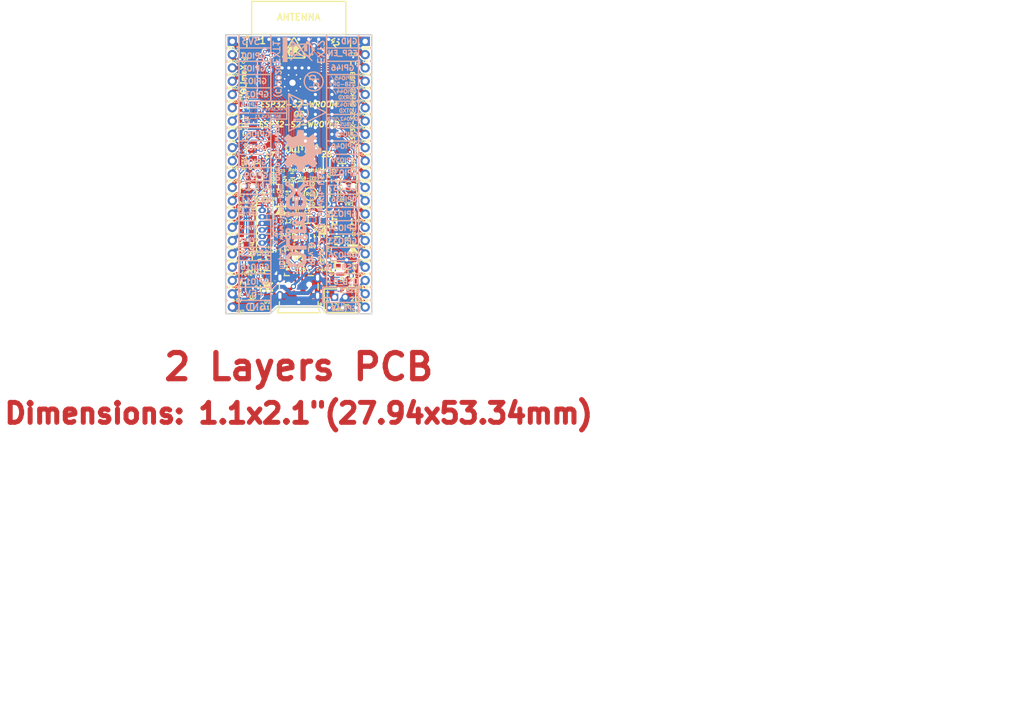
<source format=kicad_pcb>
(kicad_pcb (version 20171130) (host pcbnew 5.1.6-c6e7f7d~87~ubuntu18.04.1)
  (title_block (title ESP32-S2-DevKit-USB) (date 2020-11-11) (rev B) (company "OLIMEX LTD") (comment 1 https://www.olimex.com))
  (layers (0 F.Cu mixed) (31 B.Cu mixed) (34 B.Paste user hide) (35 F.Paste user hide) (36 B.SilkS user hide) (37 F.SilkS user) (38 B.Mask user hide) (39 F.Mask user) (44 Edge.Cuts user))
  (net 0 "")
  (net 1 +5V)
  (net 2 GND)
  (net 3 +3V3)
  (net 4 /+5V_USB)
  (net 5 /GPIO13)
  (net 6 /GPIO12)
  (net 7 /GPIO14)
  (net 8 /GPIO26)
  (net 9 /GPIO33)
  (net 10 /GPIO5)
  (net 11 /GPIO17)
  (net 12 /GPIO4)
  (net 13 /GPIO2)
  (net 14 "Net-(FID2-PadFid1)")
  (net 15 "Net-(FID3-PadFid1)")
  (net 16 VBAT)
  (net 17 "Net-(BAT_SENS_E1-Pad1)")
  (net 18 "Net-(PWR_SENS_E1-Pad1)")
  (net 19 /GPIO8\BAT_SENS)
  (net 20 /GPIO0\BUT)
  (net 21 /ESP_EN\CHIP_PU)
  (net 22 /GPIO15\XTAL_32K_P)
  (net 23 /GPIO16\XTAL_32K_N)
  (net 24 /GPIO44\U0RXD)
  (net 25 /GPIO43\U0TXD)
  (net 26 /GPIO11)
  (net 27 /GPIO9)
  (net 28 /GPIO10)
  (net 29 /GPIO7\PWR_SENS)
  (net 30 /GPIO6)
  (net 31 /GPIO3)
  (net 32 /GPIO1)
  (net 33 /GPIO18\RGB_LED)
  (net 34 /GPIO45\USB-DRV)
  (net 35 /GPIO41)
  (net 36 /GPIO40)
  (net 37 /GPIO39)
  (net 38 /GPIO37)
  (net 39 /GPIO38)
  (net 40 /GPIO36)
  (net 41 /GPIO35)
  (net 42 /GPIO34)
  (net 43 /USB-ID)
  (net 44 /USB_D-)
  (net 45 /USB_D+)
  (net 46 "Net-(RGB-LED1-Pad1)")
  (net 47 "Net-(RGB-LED1-Pad4)")
  (net 48 "Net-(R5-Pad2)")
  (net 49 "Net-(R6-Pad1)")
  (net 50 "Net-(R11-Pad2)")
  (net 51 "Net-(CHARG1-Pad1)")
  (net 52 "Net-(R24-Pad2)")
  (net 53 /Vin)
  (net 54 "Net-(C18-Pad2)")
  (net 55 "Net-(D6-Pad2)")
  (net 56 "Net-(D3-Pad2)")
  (net 57 "Net-(R3-Pad2)")
  (net 58 "Net-(U2-Pad6)")
  (net 59 /GPI46)
  (net 60 /GPIO42\USB-VBUS_DET)
  (net 61 /5V_USB_HOST)
  (net 62 "Net-(D1-Pad2)")
  (net 63 /GPIO21\USB-ID)
  (net 64 "Net-(FET2-Pad3)")
  (net 65 /USB-DRV-E)
  (net 66 "Net-(D4-Pad1)")
  (net 67 "Net-(3.3V_E1-Pad1)")
  (module OLIMEX_Diodes-FP:SOD-123_1C-2A_KA (layer F.Cu) (at 153.8605 107.1245 270)
    (fp_text reference D2 (at -2.9845 -0.1905 90) (layer F.SilkS) (effects (font (size 0.508 0.508) (thickness 0.127))))
    (fp_text value 1N5819S4/SOD123)
    (pad 2 smd rect (at 1.9 0 270) (size 1 1.4) (layers F.Cu F.Paste F.Mask) (net 1 +5V) (clearance 0.0508))
    (pad 1 smd rect (at -1.9 0 270) (size 1 1.4) (layers F.Cu F.Paste F.Mask) (net 53 /Vin) (clearance 0.0508))
  )
  (module OLIMEX_Diodes-FP:SOD-123_1C-2A_KA (layer F.Cu) (at 143.51 108.204 180)
    (fp_text reference D3 (at -0.635 -1.651 180) (layer F.SilkS) (effects (font (size 0.635 0.635) (thickness 0.15875))))
    (fp_text value 1N5819S4/SOD123)
    (pad 1 smd rect (at -1.9 0 180) (size 1 1.4) (layers F.Cu F.Paste F.Mask) (net 61 /5V_USB_HOST) (clearance 0.0508))
    (pad 2 smd rect (at 1.9 0 180) (size 1 1.4) (layers F.Cu F.Paste F.Mask) (net 56 "Net-(D3-Pad2)") (clearance 0.0508))
  )
  (module OLIMEX_Diodes-FP:SOD-123_1C-2A_KA (layer F.Cu) (at 148.336 103.505 270)
    (fp_text reference D5 (at -3.175 -0.635 90) (layer F.SilkS) (effects (font (size 0.635 0.635) (thickness 0.15875))))
    (fp_text value 1N4148W/SOD123)
    (pad 2 smd rect (at 1.9 0 270) (size 1 1.4) (layers F.Cu F.Paste F.Mask) (net 1 +5V) (clearance 0.0508))
    (pad 1 smd rect (at -1.9 0 270) (size 1 1.4) (layers F.Cu F.Paste F.Mask) (net 54 "Net-(C18-Pad2)") (clearance 0.0508))
  )
  (module OLIMEX_Diodes-FP:SOD-123_1C-2A_KA (layer F.Cu) (at 140.081 99.695 270)
    (fp_text reference D6 (at -2.794 0) (layer F.SilkS) (effects (font (size 0.508 0.508) (thickness 0.127))))
    (fp_text value 1N5819S4/SOD123)
    (pad 2 smd rect (at 1.9 0 270) (size 1 1.4) (layers F.Cu F.Paste F.Mask) (net 55 "Net-(D6-Pad2)") (clearance 0.0508))
    (pad 1 smd rect (at -1.9 0 270) (size 1 1.4) (layers F.Cu F.Paste F.Mask) (net 54 "Net-(C18-Pad2)") (clearance 0.0508))
  )
  (module OLIMEX_Diodes-FP:SOD-123_1C-2A_KA (layer F.Cu) (at 137.541 114.173 90)
    (fp_text reference D1 (at -2.921 0 180) (layer F.SilkS) (effects (font (size 0.635 0.635) (thickness 0.15875))))
    (fp_text value 1N5819S4/SOD123)
    (pad 2 smd rect (at 1.9 0 90) (size 1 1.4) (layers F.Cu F.Paste F.Mask) (net 62 "Net-(D1-Pad2)") (clearance 0.0508))
    (pad 1 smd rect (at -1.9 0 90) (size 1 1.4) (layers F.Cu F.Paste F.Mask) (net 1 +5V) (clearance 0.0508))
  )
  (module OLIMEX_IC-FP:SOT23-6 (layer F.Cu) (at 144.145 104.775 270)
    (fp_text reference U2 (at -2.413 0.635) (layer F.SilkS) (effects (font (size 0.635 0.635) (thickness 0.15875))))
    (fp_text value "MT3608(SOT23-6)")
    (pad 6 smd rect (at -1.3001 0.95) (size 0.55 1.2) (layers F.Cu F.Paste F.Mask) (net 58 "Net-(U2-Pad6)") (clearance 0.0508))
    (pad 5 smd rect (at -1.3001 0) (size 0.55 1.2) (layers F.Cu F.Paste F.Mask) (net 53 /Vin) (clearance 0.0508))
    (pad 4 smd rect (at -1.3001 -0.95) (size 0.55 1.2) (layers F.Cu F.Paste F.Mask) (net 65 /USB-DRV-E) (clearance 0.0508))
    (pad 3 smd rect (at 1.3001 -0.95) (size 0.55 1.2) (layers F.Cu F.Paste F.Mask) (net 57 "Net-(R3-Pad2)") (clearance 0.0508))
    (pad 2 smd rect (at 1.3001 0) (size 0.55 1.2) (layers F.Cu F.Paste F.Mask) (net 2 GND) (clearance 0.0508))
    (pad 1 smd rect (at 1.3001 0.95) (size 0.55 1.2) (layers F.Cu F.Paste F.Mask) (net 56 "Net-(D3-Pad2)") (clearance 0.0508))
  )
  (module OLIMEX_Connectors-FP:HN1x21 (layer B.Cu) (at 156.21 92.71 270)
    (fp_text reference EXT2 (at -23.368 8.509 270 unlocked) (layer B.SilkS) (effects (font (size 1.27 1.27) (thickness 0.254)) (justify mirror)))
    (fp_text value HN1x21)
    (pad 21 thru_hole circle (at 25.4 0 270) (size 1.778 1.778) (drill 1) (layers *.Cu *.Mask) (net 33 /GPIO18\RGB_LED))
    (pad 4 thru_hole circle (at -17.78 0 270) (size 1.778 1.778) (drill 1) (layers *.Cu *.Mask) (net 34 /GPIO45\USB-DRV))
    (pad 3 thru_hole circle (at -20.32 0 270) (size 1.778 1.778) (drill 1) (layers *.Cu *.Mask) (net 59 /GPI46))
    (pad 2 thru_hole circle (at -22.86 0 270) (size 1.778 1.778) (drill 1) (layers *.Cu *.Mask) (net 21 /ESP_EN\CHIP_PU))
    (pad 1 thru_hole rect (at -25.4 0 270) (size 1.778 1.778) (drill 1) (layers *.Cu *.Mask) (net 2 GND))
    (pad 5 thru_hole circle (at -15.24 0 270) (size 1.778 1.778) (drill 1) (layers *.Cu *.Mask) (net 24 /GPIO44\U0RXD))
    (pad 6 thru_hole circle (at -12.7 0 270) (size 1.778 1.778) (drill 1) (layers *.Cu *.Mask) (net 25 /GPIO43\U0TXD))
    (pad 8 thru_hole circle (at -7.62 0 270) (size 1.778 1.778) (drill 1) (layers *.Cu *.Mask) (net 35 /GPIO41))
    (pad 7 thru_hole circle (at -10.16 0 270) (size 1.778 1.778) (drill 1) (layers *.Cu *.Mask) (net 60 /GPIO42\USB-VBUS_DET))
    (pad 9 thru_hole circle (at -5.08 0 270) (size 1.778 1.778) (drill 1) (layers *.Cu *.Mask) (net 36 /GPIO40))
    (pad 10 thru_hole circle (at -2.54 0 270) (size 1.778 1.778) (drill 1) (layers *.Cu *.Mask) (net 37 /GPIO39))
    (pad 12 thru_hole circle (at 2.54 0 270) (size 1.778 1.778) (drill 1) (layers *.Cu *.Mask) (net 38 /GPIO37))
    (pad 11 thru_hole circle (at 0 0 270) (size 1.778 1.778) (drill 1) (layers *.Cu *.Mask) (net 39 /GPIO38))
    (pad 13 thru_hole circle (at 5.08 0 270) (size 1.778 1.778) (drill 1) (layers *.Cu *.Mask) (net 40 /GPIO36))
    (pad 14 thru_hole circle (at 7.62 0 270) (size 1.778 1.778) (drill 1) (layers *.Cu *.Mask) (net 41 /GPIO35))
    (pad 16 thru_hole circle (at 12.7 0 270) (size 1.778 1.778) (drill 1) (layers *.Cu *.Mask) (net 9 /GPIO33))
    (pad 15 thru_hole circle (at 10.16 0 270) (size 1.778 1.778) (drill 1) (layers *.Cu *.Mask) (net 42 /GPIO34))
    (pad 19 thru_hole circle (at 20.32 0 270) (size 1.778 1.778) (drill 1) (layers *.Cu *.Mask) (net 45 /USB_D+))
    (pad 20 thru_hole circle (at 22.86 0 270) (size 1.778 1.778) (drill 1) (layers *.Cu *.Mask) (net 44 /USB_D-))
    (pad 18 thru_hole circle (at 17.78 0 270) (size 1.778 1.778) (drill 1) (layers *.Cu *.Mask) (net 63 /GPIO21\USB-ID))
    (pad 17 thru_hole circle (at 15.24 0 270) (size 1.778 1.778) (drill 1) (layers *.Cu *.Mask) (net 8 /GPIO26))
  )
  (module OLIMEX_Regulators-FP:SOT89-3 (layer F.Cu) (at 152.146 101.727 180)
    (fp_text reference VR1 (at -1.016 3.302) (layer F.SilkS) (effects (font (size 0.635 0.635) (thickness 0.15875))))
    (fp_text value MCP1700T-3302E/MB)
    (fp_text user 3 (at 1.651 -0.1) (layer F.SilkS) (effects (font (size 1.016 1.016) (thickness 0.254))))
    (fp_text user 1 (at -1.524 -0.1) (layer F.SilkS) (effects (font (size 1.016 1.016) (thickness 0.254))))
    (pad 2 smd trapezoid (at 0 0.45) (size 1.3 0.8) (rect_delta 0 0.7) (layers F.Cu F.Mask) (net 53 /Vin) (clearance 0.0508))
    (pad 2 smd rect (at 0 -1.25 180) (size 2 2.6) (layers F.Cu F.Paste F.Mask) (net 53 /Vin) (clearance 0.0508))
    (pad 3 smd rect (at 1.5 1.6 180) (size 0.7 1.9) (layers F.Cu F.Paste F.Mask) (net 3 +3V3) (clearance 0.0508))
    (pad 2 smd rect (at 0 1.6 180) (size 0.8 1.9) (layers F.Cu F.Paste F.Mask) (net 53 /Vin) (clearance 0.0508))
    (pad 1 smd rect (at -1.5 1.6 180) (size 0.7 1.9) (layers F.Cu F.Paste F.Mask) (net 2 GND) (clearance 0.0508))
  )
  (module OLIMEX_RLC-FP:CD32 (layer F.Cu) (at 140.843 104.3305 270)
    (fp_text reference L2 (at -2.6035 -0.762) (layer F.SilkS) (effects (font (size 0.635 0.635) (thickness 0.15875))))
    (fp_text value "2.2uH/1.5A/DCR=72mR/20%/3.00x3.00x1.50mm/CD32(NR3015T2R2M)")
    (pad 1 smd rect (at -1.2 0 90) (size 1.6 3) (layers F.Cu F.Paste F.Mask) (net 53 /Vin) (clearance 0.0508))
    (pad 2 smd rect (at 1.2 0 90) (size 1.6 3) (layers F.Cu F.Paste F.Mask) (net 56 "Net-(D3-Pad2)") (clearance 0.0508))
  )
  (module OLIMEX_RLC-FP:C_0603_5MIL_DWS (layer F.Cu) (at 145.161 101.346)
    (fp_text reference C3 (at 0 -1.397) (layer F.SilkS) (effects (font (size 0.635 0.635) (thickness 0.15875))))
    (fp_text value 22uF/6.3V/C0603)
    (pad 1 smd rect (at -0.889 0) (size 1.016 1.016) (layers F.Cu F.Paste F.Mask) (net 53 /Vin) (clearance 0.0508))
    (pad 2 smd rect (at 0.889 0) (size 1.016 1.016) (layers F.Cu F.Paste F.Mask) (net 2 GND) (clearance 0.0508))
  )
  (module OLIMEX_LOGOs-FP:LOGO_OLIMEX_80 (layer F.Cu) (at 144.018 87.757)
    (fp_text reference Olimex_Logo_Small hide)
    (fp_text value "" hide)
  )
  (module "OLIMEX_Crystal-FP:CM7V-T1A(Crystal_Package-1206_3.20x1.50x0.65mm)" (layer F.Cu) (at 138.557 93.599)
    (fp_text reference Q4 (at 2.286 0 90) (layer F.SilkS) (effects (font (size 0.635 0.635) (thickness 0.15875))))
    (fp_text value "NA(Q32.768kHz/12.5pF/2P/SMD1206)")
    (pad 2 smd rect (at 1.25 0) (size 1 1.8) (layers F.Cu F.Paste F.Mask) (net 23 /GPIO16\XTAL_32K_N))
    (pad 1 smd rect (at -1.25 0) (size 1 1.8) (layers F.Cu F.Paste F.Mask) (net 22 /GPIO15\XTAL_32K_P))
  )
  (module OLIMEX_RLC-FP:C_0402_5MIL_DWS (layer F.Cu) (at 137.541 95.123 180)
    (fp_text reference C21 (at -0.6985 -0.889 180) (layer F.SilkS) (effects (font (size 0.508 0.508) (thickness 0.127))))
    (fp_text value "NA(22pF/50V/5%/COG/C0402)")
    (pad 2 smd rect (at 0.508 0 180) (size 0.5 0.55) (layers F.Cu F.Paste F.Mask) (net 22 /GPIO15\XTAL_32K_P))
    (pad 1 smd rect (at -0.508 0) (size 0.5 0.55) (layers F.Cu F.Paste F.Mask) (net 2 GND))
  )
  (module OLIMEX_RLC-FP:C_0402_5MIL_DWS (layer F.Cu) (at 139.573 95.123)
    (fp_text reference C22 (at 0.4445 0.9525) (layer F.SilkS) (effects (font (size 0.508 0.508) (thickness 0.127))))
    (fp_text value "NA(22pF/50V/5%/COG/C0402)")
    (pad 2 smd rect (at 0.508 0) (size 0.5 0.55) (layers F.Cu F.Paste F.Mask) (net 23 /GPIO16\XTAL_32K_N))
    (pad 1 smd rect (at -0.508 0 180) (size 0.5 0.55) (layers F.Cu F.Paste F.Mask) (net 2 GND))
  )
  (module OLIMEX_LOGOs-FP:LOGO_ANTISTATIC_SMALL_4.5mmX2.8mm (layer F.Cu) (at 142.621 68.58)
    (fp_text reference Sign_Antistatic hide)
    (fp_text value Val**)
  )
  (module OLIMEX_LOGOs-FP:LOGO_PBFREE (layer B.Cu) (at 146.685 75.184 270)
    (fp_text reference Sign-Pb-Free)
    (fp_text value "")
    (fp_text user Pb (at -0.2032 0.31496 270 unlocked) (layer B.SilkS) (effects (font (size 1.7 1.5) (thickness 0.254)) (justify mirror)))
  )
  (module OLIMEX_LOGOs-FP:LOGO_ANTISTATIC_1 (layer B.Cu) (at 141.605 84.455 90)
    (fp_text reference Sign-Antistatic hide)
    (fp_text value "" hide)
  )
  (module OLIMEX_Connectors-FP:LIPO_BAT_VERTICAL_DW02S (layer F.Cu) (at 151.384 119.761)
    (fp_text reference BAT1 (at 3.556 -4.191 90) (layer F.SilkS) (effects (font (size 0.508 0.508) (thickness 0.127))))
    (fp_text value DW02S)
    (fp_text user 1 (at -2.413 -3.175) (layer F.SilkS) (effects (font (size 0.762 0.762) (thickness 0.1905))))
    (fp_text user 2 (at 2.413 -3.175) (layer F.SilkS) (effects (font (size 0.762 0.762) (thickness 0.1905))))
    (pad 2 thru_hole circle (at 1.00076 -3.53822) (size 1.4 1.4) (drill 0.9) (layers *.Cu *.Mask) (net 2 GND))
    (pad 1 thru_hole rect (at -1.0287 -3.53568) (size 1.4 1.4) (drill 0.9) (layers *.Cu *.Mask) (net 16 VBAT))
  )
  (module OLIMEX_LEDs-FP:LED_0603_KA (layer F.Cu) (at 151.892 110.236)
    (fp_text reference CHARG1 (at -3.556 0.762 180) (layer F.SilkS) (effects (font (size 0.508 0.508) (thickness 0.127))))
    (fp_text value LED/YELLOW/0603)
    (pad 1 smd rect (at -0.762 0 180) (size 0.8 0.8) (layers F.Cu F.Paste F.Mask) (net 51 "Net-(CHARG1-Pad1)"))
    (pad 2 smd rect (at 0.762 0 180) (size 0.8 0.8) (layers F.Cu F.Paste F.Mask) (net 1 +5V))
  )
  (module OLIMEX_Other-FP:TESTPAD_40-ROUND (layer F.Cu) (at 132.588 87.63)
    (fp_text reference GND1 (at 0.889 0 90 unlocked) (layer F.SilkS) (effects (font (size 0.508 0.508) (thickness 0.127))))
    (fp_text value TESTPAD hide)
    (pad 1 smd circle (at 0 0) (size 1 1) (layers F.Cu F.Mask) (net 2 GND))
  )
  (module OLIMEX_Transistors-FP:SOT23 (layer F.Cu) (at 150.368 108.077)
    (fp_text reference FET1 (at -1.27 -1.397 90) (layer F.SilkS) (effects (font (size 0.508 0.508) (thickness 0.127))))
    (fp_text value WPM2015-3/TR)
    (pad 1 smd rect (at 1.10744 0.94996) (size 1.4 1) (layers F.Cu F.Paste F.Mask) (net 1 +5V) (clearance 0.0508))
    (pad 2 smd rect (at 1.10744 -0.9525) (size 1.4 1) (layers F.Cu F.Paste F.Mask) (net 53 /Vin) (clearance 0.0508))
    (pad 3 smd rect (at -1.10236 0.00254) (size 1.4 1) (layers F.Cu F.Paste F.Mask) (net 16 VBAT) (clearance 0.0508))
  )
  (module OLIMEX_Other-FP:Fiducial1x3 (layer F.Cu) (at 144.3228 115.062)
    (fp_text reference FID2 hide)
    (fp_text value Fiducial hide)
    (pad Fid1 connect circle (at 0 0) (size 1 1) (layers F.Cu F.Mask) (net 14 "Net-(FID2-PadFid1)") (clearance 1.016))
  )
  (module OLIMEX_Other-FP:Fiducial1x3 (layer F.Cu) (at 148.971 69.215)
    (fp_text reference FID3 hide)
    (fp_text value Fiducial hide)
    (pad Fid1 connect circle (at 0 0) (size 1 1) (layers F.Cu F.Mask) (net 15 "Net-(FID3-PadFid1)") (clearance 1.016))
  )
  (module OLIMEX_IC-FP:SOT-23-5 (layer F.Cu) (at 149.987 112.776 180)
    (fp_text reference U1 (at -1.778 0 270) (layer F.SilkS) (effects (font (size 0.635 0.635) (thickness 0.15875))))
    (fp_text value "BL4054B-42TPRN(SOT23-5)")
    (pad 1 smd rect (at 1.3 0.95 180) (size 1.2 0.55) (layers F.Cu F.Paste F.Mask) (net 48 "Net-(R5-Pad2)") (clearance 0.0508))
    (pad 2 smd rect (at 1.3 0 180) (size 1.2 0.55) (layers F.Cu F.Paste F.Mask) (net 2 GND) (clearance 0.0508))
    (pad 3 smd rect (at 1.3 -0.95 180) (size 1.2 0.55) (layers F.Cu F.Paste F.Mask) (net 16 VBAT) (clearance 0.0508))
    (pad 5 smd rect (at -1.3 0.95 180) (size 1.2 0.55) (layers F.Cu F.Paste F.Mask) (net 49 "Net-(R6-Pad1)") (clearance 0.0508))
    (pad 4 smd rect (at -1.3 -0.95 180) (size 1.2 0.55) (layers F.Cu F.Paste F.Mask) (net 1 +5V) (clearance 0.0508))
  )
  (module OLIMEX_Connectors-FP:USB-MICRO_MISB-SWMM-5B_LF (layer F.Cu) (at 143.51 115.697 270)
    (fp_text reference USB1 (at -4.699 -0.635 180) (layer F.SilkS) (effects (font (size 0.762 0.762) (thickness 0.1651))))
    (fp_text value "MISB-SWMM-5B-LF(USB_MICRO)")
    (pad 1 smd rect (at -3.15 1.3875) (size 0.5 1.65) (layers F.Cu F.Paste F.Mask) (net 4 /+5V_USB))
    (pad 2 smd rect (at -3.15 0.65) (size 0.325 1.65) (layers F.Cu F.Paste F.Mask) (net 44 /USB_D-))
    (pad 3 smd rect (at -3.15 0) (size 0.325 1.65) (layers F.Cu F.Paste F.Mask) (net 45 /USB_D+))
    (pad 4 smd rect (at -3.15 -0.65) (size 0.325 1.65) (layers F.Cu F.Paste F.Mask) (net 43 /USB-ID))
    (pad 5 smd rect (at -3.15 -1.3875) (size 0.5 1.65) (layers F.Cu F.Paste F.Mask) (net 2 GND))
    (pad "" np_thru_hole circle (at -1.9 2) (size 0.6 0.6) (drill 0.6) (layers *.Cu *.Mask))
    (pad "" np_thru_hole circle (at -1.9 -2) (size 0.6 0.6) (drill 0.6) (layers *.Cu *.Mask))
    (pad 0 smd rect (at 1.4 1.5) (size 1.1 1) (layers F.Cu F.Paste F.Mask) (net 2 GND))
    (pad 0 smd rect (at 1.4 -1.5) (size 1.1 1) (layers F.Cu F.Paste F.Mask) (net 2 GND))
    (pad 0 thru_hole oval (at 0.25 3.6) (size 1.2 1.8) (drill oval 0.6 1.2) (layers *.Cu *.Mask) (net 2 GND))
    (pad 0 thru_hole oval (at -3.22 3.6) (size 1.2 1.8) (drill oval 0.6 1.2) (layers *.Cu *.Mask) (net 2 GND))
    (pad 0 thru_hole oval (at -3.22 -3.6) (size 1.2 1.8) (drill oval 0.6 1.2) (layers *.Cu *.Mask) (net 2 GND))
    (pad 0 thru_hole oval (at 0.25 -3.6) (size 1.2 1.8) (drill oval 0.6 1.2) (layers *.Cu *.Mask) (net 2 GND))
  )
  (module OLIMEX_Buttons-FP:IT1185AU2_V2 (layer F.Cu) (at 133.858 94.996 90)
    (fp_text reference RST1 (at 4.445 -0.762 90) (layer F.SilkS) (effects (font (size 0.762 0.762) (thickness 0.1905))))
    (fp_text value IT-1185AU2-160G-G-TR)
    (pad "" np_thru_hole circle (at 0 0.9 90) (size 0.7 0.7) (drill 0.7) (layers *.Cu *.Mask))
    (pad "" np_thru_hole circle (at 0 -0.9 90) (size 0.7 0.7) (drill 0.7) (layers *.Cu *.Mask))
    (pad 2 smd rect (at 2.177 0 90) (size 0.9 1.5) (layers F.Cu F.Mask) (net 2 GND))
    (pad 1 smd rect (at -2.177 0 90) (size 0.9 1.5) (layers F.Cu F.Mask) (net 21 /ESP_EN\CHIP_PU))
  )
  (module OLIMEX_LOGOs-FP:LOGO_OPENHARDWARE_8x8 (layer B.Cu) (at 143.764 88.265 90)
    (fp_text reference Logo_OSHW hide)
    (fp_text value "" hide)
    (fp_text user open (at -3.937 -4.17576 270 unlocked) (layer B.SilkS) (effects (font (size 1.016 1.016) (thickness 0.254)) (justify mirror)))
    (fp_text user hardware (at 1.778 -4.2672 270 unlocked) (layer B.SilkS) (effects (font (size 1.016 1.016) (thickness 0.254)) (justify mirror)))
  )
  (module OLIMEX_LOGOs-FP:LOGO_RECYCLEBIN_1 (layer B.Cu) (at 140.462 71.247 90)
    (fp_text reference Sign_RecycleBin hide)
    (fp_text value "" hide)
  )
  (module OLIMEX_LOGOs-FP:OLIMEX_LOGO_TB (layer B.Cu) (at 143.129 102.108 90)
    (fp_text reference Olimex_Logo_Big hide)
    (fp_text value "" hide)
  )
  (module OLIMEX_Jumpers-FP:SJ_1_SMALLER (layer B.Cu) (at 134.874 82.55)
    (fp_text reference BAT_SENS_E1 (at 2.7305 -0.889) (layer B.SilkS) (effects (font (size 0.508 0.508) (thickness 0.127)) (justify mirror)))
    (fp_text value Opened hide)
    (pad 2 smd rect (at 0.381 0) (size 0.508 0.762) (layers B.Cu B.Mask) (net 19 /GPIO8\BAT_SENS) (clearance 0.0508))
    (pad 1 smd rect (at -0.381 0) (size 0.508 0.762) (layers B.Cu B.Mask) (net 17 "Net-(BAT_SENS_E1-Pad1)") (clearance 0.0508))
  )
  (module OLIMEX_Jumpers-FP:SJ_1_SMALLER (layer B.Cu) (at 134.874 80.518)
    (fp_text reference PWR_SENS_E1 (at 3.556 -0.254) (layer B.SilkS) (effects (font (size 0.508 0.508) (thickness 0.127)) (justify mirror)))
    (fp_text value Opened hide)
    (pad 2 smd rect (at 0.381 0) (size 0.508 0.762) (layers B.Cu B.Mask) (net 29 /GPIO7\PWR_SENS) (clearance 0.0508))
    (pad 1 smd rect (at -0.381 0) (size 0.508 0.762) (layers B.Cu B.Mask) (net 18 "Net-(PWR_SENS_E1-Pad1)") (clearance 0.0508))
  )
  (module OLIMEX_RLC-FP:C_0603_5MIL_DWS (layer F.Cu) (at 153.6065 113.3475)
    (fp_text reference C1 (at 1.0795 -0.889) (layer F.SilkS) (effects (font (size 0.508 0.508) (thickness 0.127))))
    (fp_text value 10uF/6.3V/20%/X5R/C0603)
    (pad 2 smd rect (at 0.889 0) (size 1.016 1.016) (layers F.Cu F.Paste F.Mask) (net 2 GND) (clearance 0.0508))
    (pad 1 smd rect (at -0.889 0) (size 1.016 1.016) (layers F.Cu F.Paste F.Mask) (net 1 +5V) (clearance 0.0508))
  )
  (module OLIMEX_RLC-FP:R_0402_5MIL_DWS (layer F.Cu) (at 154.051 110.236)
    (fp_text reference R1 (at -1.397 0.889 180) (layer F.SilkS) (effects (font (size 0.508 0.508) (thickness 0.127))))
    (fp_text value 10k/R0402)
    (pad 2 smd rect (at 0.508 0) (size 0.5 0.55) (layers F.Cu F.Paste F.Mask) (net 2 GND))
    (pad 1 smd rect (at -0.508 0 180) (size 0.5 0.55) (layers F.Cu F.Paste F.Mask) (net 1 +5V))
  )
  (module OLIMEX_RLC-FP:R_0402_5MIL_DWS (layer F.Cu) (at 148.082 92.964)
    (fp_text reference R2 (at 1.27 0 90) (layer F.SilkS) (effects (font (size 0.508 0.508) (thickness 0.127))))
    (fp_text value 10k/R0402)
    (pad 2 smd rect (at 0.508 0) (size 0.5 0.55) (layers F.Cu F.Paste F.Mask) (net 3 +3V3))
    (pad 1 smd rect (at -0.508 0 180) (size 0.5 0.55) (layers F.Cu F.Paste F.Mask) (net 63 /GPIO21\USB-ID))
  )
  (module OLIMEX_RLC-FP:R_0402_5MIL_DWS (layer F.Cu) (at 148.844 110.109 180)
    (fp_text reference R5 (at 0.508 0.889) (layer F.SilkS) (effects (font (size 0.508 0.508) (thickness 0.127))))
    (fp_text value 2.2k/R0402)
    (pad 2 smd rect (at 0.508 0 180) (size 0.5 0.55) (layers F.Cu F.Paste F.Mask) (net 48 "Net-(R5-Pad2)"))
    (pad 1 smd rect (at -0.508 0) (size 0.5 0.55) (layers F.Cu F.Paste F.Mask) (net 51 "Net-(CHARG1-Pad1)"))
  )
  (module OLIMEX_RLC-FP:R_0402_5MIL_DWS (layer F.Cu) (at 154.051 111.125)
    (fp_text reference R6 (at -1.397 0.762) (layer F.SilkS) (effects (font (size 0.508 0.508) (thickness 0.127))))
    (fp_text value 2.2k/R0402)
    (pad 2 smd rect (at 0.508 0) (size 0.5 0.55) (layers F.Cu F.Paste F.Mask) (net 2 GND))
    (pad 1 smd rect (at -0.508 0 180) (size 0.5 0.55) (layers F.Cu F.Paste F.Mask) (net 49 "Net-(R6-Pad1)"))
  )
  (module OLIMEX_RLC-FP:R_0402_5MIL_DWS (layer F.Cu) (at 139.573 107.315 270)
    (fp_text reference R7 (at -0.381 -1.905 270) (layer F.SilkS) (effects (font (size 0.508 0.508) (thickness 0.127))))
    (fp_text value 100k/R0402)
    (pad 2 smd rect (at 0.508 0 270) (size 0.5 0.55) (layers F.Cu F.Paste F.Mask) (net 4 /+5V_USB))
    (pad 1 smd rect (at -0.508 0 90) (size 0.5 0.55) (layers F.Cu F.Paste F.Mask) (net 60 /GPIO42\USB-VBUS_DET))
  )
  (module OLIMEX_RLC-FP:R_0402_5MIL_DWS (layer F.Cu) (at 140.462 107.315 90)
    (fp_text reference R8 (at 0.381 1.778 270) (layer F.SilkS) (effects (font (size 0.508 0.508) (thickness 0.127))))
    (fp_text value 220k/R0402)
    (pad 2 smd rect (at 0.508 0 90) (size 0.5 0.55) (layers F.Cu F.Paste F.Mask) (net 60 /GPIO42\USB-VBUS_DET))
    (pad 1 smd rect (at -0.508 0 270) (size 0.5 0.55) (layers F.Cu F.Paste F.Mask) (net 2 GND))
  )
  (module OLIMEX_RLC-FP:R_0402_5MIL_DWS (layer F.Cu) (at 132.842 113.537999 90)
    (fp_text reference R11 (at -1.905001 -0.635 270) (layer F.SilkS) (effects (font (size 0.508 0.508) (thickness 0.127))))
    (fp_text value 13k/1%/R0402)
    (pad 2 smd rect (at 0.508 0 90) (size 0.5 0.55) (layers F.Cu F.Paste F.Mask) (net 50 "Net-(R11-Pad2)"))
    (pad 1 smd rect (at -0.508 0 270) (size 0.5 0.55) (layers F.Cu F.Paste F.Mask) (net 2 GND))
  )
  (module OLIMEX_RLC-FP:R_0402_5MIL_DWS (layer F.Cu) (at 132.461 85.09 90)
    (fp_text reference R12 (at -0.6985 1.016 90) (layer F.SilkS) (effects (font (size 0.508 0.508) (thickness 0.127))))
    (fp_text value 4.7M/R0402)
    (pad 2 smd rect (at 0.508 0 90) (size 0.5 0.55) (layers F.Cu F.Paste F.Mask) (net 17 "Net-(BAT_SENS_E1-Pad1)"))
    (pad 1 smd rect (at -0.508 0 270) (size 0.5 0.55) (layers F.Cu F.Paste F.Mask) (net 16 VBAT))
  )
  (module OLIMEX_RLC-FP:R_0402_5MIL_DWS (layer F.Cu) (at 132.461 82.041999 90)
    (fp_text reference R13 (at -1.524001 0 270) (layer F.SilkS) (effects (font (size 0.508 0.508) (thickness 0.127))))
    (fp_text value 470k/R0402)
    (pad 2 smd rect (at 0.508 0 90) (size 0.5 0.55) (layers F.Cu F.Paste F.Mask) (net 2 GND))
    (pad 1 smd rect (at -0.508 0 270) (size 0.5 0.55) (layers F.Cu F.Paste F.Mask) (net 17 "Net-(BAT_SENS_E1-Pad1)"))
  )
  (module OLIMEX_RLC-FP:R_0402_5MIL_DWS (layer F.Cu) (at 153.924 71.501 270)
    (fp_text reference R16 (at 0 -1.016 270) (layer F.SilkS) (effects (font (size 0.508 0.508) (thickness 0.127))))
    (fp_text value 100k/R0402)
    (pad 2 smd rect (at 0.508 0 270) (size 0.5 0.55) (layers F.Cu F.Paste F.Mask) (net 34 /GPIO45\USB-DRV))
    (pad 1 smd rect (at -0.508 0 90) (size 0.5 0.55) (layers F.Cu F.Paste F.Mask) (net 2 GND))
  )
  (module OLIMEX_RLC-FP:R_0402_5MIL_DWS (layer F.Cu) (at 133.35 80.01 270)
    (fp_text reference R17 (at -1.905 -0.2794 90) (layer F.SilkS) (effects (font (size 0.508 0.508) (thickness 0.127))))
    (fp_text value 10k/R0402)
    (pad 2 smd rect (at 0.508 0 270) (size 0.5 0.55) (layers F.Cu F.Paste F.Mask) (net 18 "Net-(PWR_SENS_E1-Pad1)"))
    (pad 1 smd rect (at -0.508 0 90) (size 0.5 0.55) (layers F.Cu F.Paste F.Mask) (net 1 +5V))
  )
  (module OLIMEX_Buttons-FP:IT1185AU2_V2 (layer F.Cu) (at 153.035 94.996 90)
    (fp_text reference BUT1 (at 4.318 1.016 270) (layer F.SilkS) (effects (font (size 0.762 0.762) (thickness 0.1905))))
    (fp_text value IT-1185AU2-160G-G-TR)
    (pad 1 smd rect (at -2.177 0 90) (size 0.9 1.5) (layers F.Cu F.Mask) (net 20 /GPIO0\BUT))
    (pad 2 smd rect (at 2.177 0 90) (size 0.9 1.5) (layers F.Cu F.Mask) (net 2 GND))
    (pad "" np_thru_hole circle (at 0 -0.9 90) (size 0.7 0.7) (drill 0.7) (layers *.Cu *.Mask))
    (pad "" np_thru_hole circle (at 0 0.9 90) (size 0.7 0.7) (drill 0.7) (layers *.Cu *.Mask))
  )
  (module OLIMEX_RLC-FP:C_0603_5MIL_DWS (layer F.Cu) (at 150.876 105.41 180)
    (fp_text reference C10 (at -1.8415 0 90) (layer F.SilkS) (effects (font (size 0.508 0.508) (thickness 0.127))))
    (fp_text value 22uF/6.3V/20%/X5R/C0603)
    (pad 1 smd rect (at -0.889 0 180) (size 1.016 1.016) (layers F.Cu F.Paste F.Mask) (net 53 /Vin) (clearance 0.0508))
    (pad 2 smd rect (at 0.889 0 180) (size 1.016 1.016) (layers F.Cu F.Paste F.Mask) (net 2 GND) (clearance 0.0508))
  )
  (module OLIMEX_RLC-FP:C_0402_5MIL_DWS (layer F.Cu) (at 133.35 82.041999 270)
    (fp_text reference C12 (at 1.524001 -0.127 90) (layer F.SilkS) (effects (font (size 0.508 0.508) (thickness 0.127))))
    (fp_text value 100nF/10V/10%/X7R/C0402)
    (pad 2 smd rect (at 0.508 0 270) (size 0.5 0.55) (layers F.Cu F.Paste F.Mask) (net 17 "Net-(BAT_SENS_E1-Pad1)"))
    (pad 1 smd rect (at -0.508 0 90) (size 0.5 0.55) (layers F.Cu F.Paste F.Mask) (net 2 GND))
  )
  (module OLIMEX_Connectors-FP:HN1x21 (layer B.Cu) (at 130.81 92.71 270)
    (fp_text reference EXT1 (at -23.368 -8.382 270 unlocked) (layer B.SilkS) (effects (font (size 1.27 1.27) (thickness 0.254)) (justify mirror)))
    (fp_text value HN1x21)
    (pad 21 thru_hole circle (at 25.4 0 270) (size 1.778 1.778) (drill 1) (layers *.Cu *.Mask) (net 2 GND))
    (pad 4 thru_hole circle (at -17.78 0 270) (size 1.778 1.778) (drill 1) (layers *.Cu *.Mask) (net 13 /GPIO2))
    (pad 3 thru_hole circle (at -20.32 0 270) (size 1.778 1.778) (drill 1) (layers *.Cu *.Mask) (net 32 /GPIO1))
    (pad 2 thru_hole circle (at -22.86 0 270) (size 1.778 1.778) (drill 1) (layers *.Cu *.Mask) (net 20 /GPIO0\BUT))
    (pad 1 thru_hole rect (at -25.4 0 270) (size 1.778 1.778) (drill 1) (layers *.Cu *.Mask) (net 3 +3V3))
    (pad 5 thru_hole circle (at -15.24 0 270) (size 1.778 1.778) (drill 1) (layers *.Cu *.Mask) (net 31 /GPIO3))
    (pad 6 thru_hole circle (at -12.7 0 270) (size 1.778 1.778) (drill 1) (layers *.Cu *.Mask) (net 12 /GPIO4))
    (pad 8 thru_hole circle (at -7.62 0 270) (size 1.778 1.778) (drill 1) (layers *.Cu *.Mask) (net 30 /GPIO6))
    (pad 7 thru_hole circle (at -10.16 0 270) (size 1.778 1.778) (drill 1) (layers *.Cu *.Mask) (net 10 /GPIO5))
    (pad 9 thru_hole circle (at -5.08 0 270) (size 1.778 1.778) (drill 1) (layers *.Cu *.Mask) (net 29 /GPIO7\PWR_SENS))
    (pad 10 thru_hole circle (at -2.54 0 270) (size 1.778 1.778) (drill 1) (layers *.Cu *.Mask) (net 19 /GPIO8\BAT_SENS))
    (pad 12 thru_hole circle (at 2.54 0 270) (size 1.778 1.778) (drill 1) (layers *.Cu *.Mask) (net 28 /GPIO10))
    (pad 11 thru_hole circle (at 0 0 270) (size 1.778 1.778) (drill 1) (layers *.Cu *.Mask) (net 27 /GPIO9))
    (pad 13 thru_hole circle (at 5.08 0 270) (size 1.778 1.778) (drill 1) (layers *.Cu *.Mask) (net 26 /GPIO11))
    (pad 14 thru_hole circle (at 7.62 0 270) (size 1.778 1.778) (drill 1) (layers *.Cu *.Mask) (net 6 /GPIO12))
    (pad 16 thru_hole circle (at 12.7 0 270) (size 1.778 1.778) (drill 1) (layers *.Cu *.Mask) (net 7 /GPIO14))
    (pad 15 thru_hole circle (at 10.16 0 270) (size 1.778 1.778) (drill 1) (layers *.Cu *.Mask) (net 5 /GPIO13))
    (pad 19 thru_hole circle (at 20.32 0 270) (size 1.778 1.778) (drill 1) (layers *.Cu *.Mask) (net 11 /GPIO17))
    (pad 20 thru_hole circle (at 22.86 0 270) (size 1.778 1.778) (drill 1) (layers *.Cu *.Mask) (net 1 +5V))
    (pad 18 thru_hole circle (at 17.78 0 270) (size 1.778 1.778) (drill 1) (layers *.Cu *.Mask) (net 23 /GPIO16\XTAL_32K_N))
    (pad 17 thru_hole circle (at 15.24 0 270) (size 1.778 1.778) (drill 1) (layers *.Cu *.Mask) (net 22 /GPIO15\XTAL_32K_P))
  )
  (module OLIMEX_RLC-FP:R_0402_5MIL_DWS (layer F.Cu) (at 132.461 80.01 90)
    (fp_text reference R18 (at 1.905 0 90) (layer F.SilkS) (effects (font (size 0.508 0.508) (thickness 0.127))))
    (fp_text value 1k/R0402)
    (pad 2 smd rect (at 0.508 0 90) (size 0.5 0.55) (layers F.Cu F.Paste F.Mask) (net 2 GND))
    (pad 1 smd rect (at -0.508 0 270) (size 0.5 0.55) (layers F.Cu F.Paste F.Mask) (net 18 "Net-(PWR_SENS_E1-Pad1)"))
  )
  (module OLIMEX_RLC-FP:R_0402_5MIL_DWS (layer F.Cu) (at 136.017 96.139 90)
    (fp_text reference R22 (at -0.127 0.9525 270) (layer F.SilkS) (effects (font (size 0.508 0.508) (thickness 0.127))))
    (fp_text value 10k/R0402)
    (pad 2 smd rect (at 0.508 0 90) (size 0.5 0.55) (layers F.Cu F.Paste F.Mask) (net 21 /ESP_EN\CHIP_PU))
    (pad 1 smd rect (at -0.508 0 270) (size 0.5 0.55) (layers F.Cu F.Paste F.Mask) (net 3 +3V3))
  )
  (module OLIMEX_RLC-FP:R_0402_5MIL_DWS (layer F.Cu) (at 138.557 91.948 180)
    (fp_text reference R23 (at -1.651 -0.127) (layer F.SilkS) (effects (font (size 0.4572 0.4572) (thickness 0.1143))))
    (fp_text value "NA(10M/R0402)")
    (pad 2 smd rect (at 0.508 0 180) (size 0.5 0.55) (layers F.Cu F.Paste F.Mask) (net 22 /GPIO15\XTAL_32K_P))
    (pad 1 smd rect (at -0.508 0) (size 0.5 0.55) (layers F.Cu F.Paste F.Mask) (net 23 /GPIO16\XTAL_32K_N))
  )
  (module OLIMEX_RLC-FP:R_0402_5MIL_DWS (layer F.Cu) (at 142.24 92.964 180)
    (fp_text reference R24 (at 0 -1.016) (layer F.SilkS) (effects (font (size 0.508 0.508) (thickness 0.127))))
    (fp_text value 22R/R0402)
    (pad 2 smd rect (at 0.508 0 180) (size 0.5 0.55) (layers F.Cu F.Paste F.Mask) (net 52 "Net-(R24-Pad2)"))
    (pad 1 smd rect (at -0.508 0) (size 0.5 0.55) (layers F.Cu F.Paste F.Mask) (net 33 /GPIO18\RGB_LED))
  )
  (module "OLIMEX_LEDs-FP:WS2812S(5x5MM)" (layer F.Cu) (at 145.796 96.52)
    (fp_text reference RGB-LED1 (at -0.381 -3.048 180) (layer F.SilkS) (effects (font (size 0.508 0.508) (thickness 0.127))))
    (fp_text value "WS2812S(5X5MM)")
    (fp_text user o (at -3.937 -1.651 270) (layer F.SilkS) (effects (font (size 1.016 1.016) (thickness 0.254))))
    (fp_text user RGB (at 0 0) (layer F.SilkS) (effects (font (size 0.635 0.635) (thickness 0.15875))))
    (fp_text user LED (at 0 -1.9) (layer F.SilkS) (effects (font (size 0.635 0.635) (thickness 0.15875))))
    (fp_text user LED (at 0 1.9) (layer F.SilkS) (effects (font (size 0.635 0.635) (thickness 0.15875))))
    (pad 1 smd rect (at -2.45 -1.6 90) (size 1 1.5) (layers F.Cu F.Paste F.Mask) (net 46 "Net-(RGB-LED1-Pad1)"))
    (pad 2 smd rect (at -2.45 0 90) (size 1 1.5) (layers F.Cu F.Paste F.Mask) (net 52 "Net-(R24-Pad2)"))
    (pad 3 smd rect (at -2.45 1.6 90) (size 1 1.5) (layers F.Cu F.Paste F.Mask) (net 54 "Net-(C18-Pad2)"))
    (pad 4 smd rect (at 2.45 1.6 90) (size 1 1.5) (layers F.Cu F.Paste F.Mask) (net 47 "Net-(RGB-LED1-Pad4)"))
    (pad 5 smd rect (at 2.45 0 90) (size 1 1.5) (layers F.Cu F.Paste F.Mask) (net 54 "Net-(C18-Pad2)"))
    (pad 6 smd rect (at 2.45 -1.6 90) (size 1 1.5) (layers F.Cu F.Paste F.Mask) (net 2 GND))
  )
  (module OLIMEX_Cases-FP:ESP32-S2-WROVER_MODULE (layer F.Cu) (at 143.51 75.184)
    (fp_text reference U4 (at -8.89 16.256) (layer F.SilkS) (effects (font (size 0.762 0.762) (thickness 0.1905))))
    (fp_text value "ESP32-S2-WROVER_and_WROOM(PCB,-I(IPEX))-Universal")
    (fp_text user o (at -9.779 -8.8646 180) (layer F.SilkS) (effects (font (size 0.762 0.762) (thickness 0.1905))))
    (fp_text user 26 (at 5.334 13.716 180) (layer F.SilkS) (effects (font (size 1.016 1.016) (thickness 0.254))))
    (fp_text user 17 (at -5.588 13.843 180) (layer F.SilkS) (effects (font (size 1.016 1.016) (thickness 0.254))))
    (fp_text user 42 (at 6.858 -7.62 135) (layer F.SilkS) (effects (font (size 1.016 1.016) (thickness 0.254))))
    (fp_text user 1 (at -6.8834 -8.001) (layer F.SilkS) (effects (font (size 1.27 1.27) (thickness 0.254))))
    (fp_text user ANTENNA (at 0 -12.5) (layer F.SilkS) (effects (font (size 1.27 1.27) (thickness 0.254))))
    (pad 43 smd rect (at -1.19 0.05) (size 4.1 4.1) (layers F.Cu F.Mask) (net 2 GND))
    (pad 1 smd rect (at -8.75 -8) (size 1.5 0.9) (layers F.Cu F.Paste F.Mask) (net 2 GND))
    (pad 43 thru_hole rect (at -1.19 0.05) (size 1.4 1.4) (drill 1.2) (layers *.Cu *.Mask F.Paste) (net 2 GND))
    (pad 2 smd rect (at -8.75 -6.5) (size 1.5 0.9) (layers F.Cu F.Paste F.Mask) (net 3 +3V3))
    (pad 3 smd rect (at -8.75 -5) (size 1.5 0.9) (layers F.Cu F.Paste F.Mask) (net 20 /GPIO0\BUT))
    (pad 4 smd rect (at -8.75 -3.5) (size 1.5 0.9) (layers F.Cu F.Paste F.Mask) (net 32 /GPIO1))
    (pad 5 smd rect (at -8.75 -2) (size 1.5 0.9) (layers F.Cu F.Paste F.Mask) (net 13 /GPIO2))
    (pad 6 smd rect (at -8.75 -0.5) (size 1.5 0.9) (layers F.Cu F.Paste F.Mask) (net 31 /GPIO3))
    (pad 7 smd rect (at -8.75 1) (size 1.5 0.9) (layers F.Cu F.Paste F.Mask) (net 12 /GPIO4))
    (pad 8 smd rect (at -8.75 2.5) (size 1.5 0.9) (layers F.Cu F.Paste F.Mask) (net 10 /GPIO5))
    (pad 9 smd rect (at -8.75 4) (size 1.5 0.9) (layers F.Cu F.Paste F.Mask) (net 30 /GPIO6))
    (pad 10 smd rect (at -8.75 5.5) (size 1.5 0.9) (layers F.Cu F.Paste F.Mask) (net 29 /GPIO7\PWR_SENS))
    (pad 11 smd rect (at -8.75 7) (size 1.5 0.9) (layers F.Cu F.Paste F.Mask) (net 19 /GPIO8\BAT_SENS))
    (pad 12 smd rect (at -8.75 8.5) (size 1.5 0.9) (layers F.Cu F.Paste F.Mask) (net 27 /GPIO9))
    (pad 13 smd rect (at -8.75 10) (size 1.5 0.9) (layers F.Cu F.Paste F.Mask) (net 28 /GPIO10))
    (pad 14 smd rect (at -8.75 11.5) (size 1.5 0.9) (layers F.Cu F.Paste F.Mask) (net 26 /GPIO11))
    (pad 15 smd rect (at -8.75 13) (size 1.5 0.9) (layers F.Cu F.Paste F.Mask) (net 6 /GPIO12))
    (pad 16 smd rect (at -8.75 14.5) (size 1.5 0.9) (layers F.Cu F.Paste F.Mask) (net 5 /GPIO13))
    (pad 17 smd rect (at -6.75 15.25) (size 0.9 1.5) (layers F.Cu F.Paste F.Mask) (net 7 /GPIO14))
    (pad 18 smd rect (at -5.25 15.25) (size 0.9 1.5) (layers F.Cu F.Paste F.Mask) (net 22 /GPIO15\XTAL_32K_P))
    (pad 19 smd rect (at -3.75 15.25) (size 0.9 1.5) (layers F.Cu F.Paste F.Mask) (net 23 /GPIO16\XTAL_32K_N))
    (pad 20 smd rect (at -2.25 15.25) (size 0.9 1.5) (layers F.Cu F.Paste F.Mask) (net 11 /GPIO17))
    (pad 21 smd rect (at -0.75 15.25) (size 0.9 1.5) (layers F.Cu F.Paste F.Mask) (net 33 /GPIO18\RGB_LED))
    (pad 22 smd rect (at 0.75 15.25) (size 0.9 1.5) (layers F.Cu F.Paste F.Mask) (net 44 /USB_D-))
    (pad 23 smd rect (at 2.25 15.25) (size 0.9 1.5) (layers F.Cu F.Paste F.Mask) (net 45 /USB_D+))
    (pad 24 smd rect (at 3.75 15.25) (size 0.9 1.5) (layers F.Cu F.Paste F.Mask) (net 63 /GPIO21\USB-ID))
    (pad 25 smd rect (at 5.25 15.25) (size 0.9 1.5) (layers F.Cu F.Paste F.Mask) (net 8 /GPIO26))
    (pad 26 smd rect (at 6.75 15.25) (size 0.9 1.5) (layers F.Cu F.Paste F.Mask) (net 2 GND))
    (pad 27 smd rect (at 8.75 14.5) (size 1.5 0.9) (layers F.Cu F.Paste F.Mask) (net 9 /GPIO33))
    (pad 28 smd rect (at 8.75 13) (size 1.5 0.9) (layers F.Cu F.Paste F.Mask) (net 42 /GPIO34))
    (pad 29 smd rect (at 8.75 11.5) (size 1.5 0.9) (layers F.Cu F.Paste F.Mask) (net 41 /GPIO35))
    (pad 30 smd rect (at 8.75 10) (size 1.5 0.9) (layers F.Cu F.Paste F.Mask) (net 40 /GPIO36))
    (pad 31 smd rect (at 8.75 8.5) (size 1.5 0.9) (layers F.Cu F.Paste F.Mask) (net 38 /GPIO37))
    (pad 32 smd rect (at 8.75 7) (size 1.5 0.9) (layers F.Cu F.Paste F.Mask) (net 39 /GPIO38))
    (pad 33 smd rect (at 8.75 5.5) (size 1.5 0.9) (layers F.Cu F.Paste F.Mask) (net 37 /GPIO39))
    (pad 34 smd rect (at 8.75 4) (size 1.5 0.9) (layers F.Cu F.Paste F.Mask) (net 36 /GPIO40))
    (pad 35 smd rect (at 8.75 2.5) (size 1.5 0.9) (layers F.Cu F.Paste F.Mask) (net 35 /GPIO41))
    (pad 36 smd rect (at 8.75 1) (size 1.5 0.9) (layers F.Cu F.Paste F.Mask) (net 60 /GPIO42\USB-VBUS_DET))
    (pad 37 smd rect (at 8.75 -0.5) (size 1.5 0.9) (layers F.Cu F.Paste F.Mask) (net 25 /GPIO43\U0TXD))
    (pad 38 smd rect (at 8.75 -2) (size 1.5 0.9) (layers F.Cu F.Paste F.Mask) (net 24 /GPIO44\U0RXD))
    (pad 39 smd rect (at 8.75 -3.5) (size 1.5 0.9) (layers F.Cu F.Paste F.Mask) (net 34 /GPIO45\USB-DRV))
    (pad 40 smd rect (at 8.75 -5) (size 1.5 0.9) (layers F.Cu F.Paste F.Mask) (net 59 /GPI46))
    (pad 41 smd rect (at 8.75 -6.5) (size 1.5 0.9) (layers F.Cu F.Paste F.Mask) (net 21 /ESP_EN\CHIP_PU))
    (pad 42 smd rect (at 8.75 -8) (size 1.5 0.9) (layers F.Cu F.Paste F.Mask) (net 2 GND))
    (pad 43 smd rect (at -2.69 -1.45) (size 1.1 1.1) (layers F.Cu F.Paste F.Mask) (net 2 GND))
    (pad 43 smd rect (at -1.19 -1.45) (size 1.1 1.1) (layers F.Cu F.Paste F.Mask) (net 2 GND))
    (pad 43 smd rect (at 0.31 -1.45) (size 1.1 1.1) (layers F.Cu F.Paste F.Mask) (net 2 GND))
    (pad 43 smd rect (at -2.69 0.05) (size 1.1 1.1) (layers F.Cu F.Paste F.Mask) (net 2 GND))
    (pad 43 smd rect (at 0.31 0.05) (size 1.1 1.1) (layers F.Cu F.Paste F.Mask) (net 2 GND))
    (pad 43 smd rect (at -2.69 1.55) (size 1.1 1.1) (layers F.Cu F.Paste F.Mask) (net 2 GND))
    (pad 43 smd rect (at -1.19 1.55) (size 1.1 1.1) (layers F.Cu F.Paste F.Mask) (net 2 GND))
    (pad 43 smd rect (at 0.31 1.55) (size 1.1 1.1) (layers F.Cu F.Paste F.Mask) (net 2 GND))
    (pad 43 thru_hole circle (at -1.94 -1.45) (size 0.5 0.5) (drill 0.3) (layers *.Cu) (net 2 GND))
    (pad 43 thru_hole circle (at -0.44 -1.45) (size 0.5 0.5) (drill 0.3) (layers *.Cu) (net 2 GND))
    (pad 43 thru_hole circle (at -2.69 -0.7) (size 0.5 0.5) (drill 0.3) (layers *.Cu) (net 2 GND))
    (pad 43 thru_hole circle (at 0.31 -0.7) (size 0.5 0.5) (drill 0.3) (layers *.Cu) (net 2 GND))
    (pad 43 thru_hole circle (at -2.69 0.8) (size 0.5 0.5) (drill 0.3) (layers *.Cu) (net 2 GND))
    (pad 43 thru_hole circle (at 0.31 0.8) (size 0.5 0.5) (drill 0.3) (layers *.Cu) (net 2 GND))
    (pad 43 thru_hole circle (at -1.94 1.55) (size 0.5 0.5) (drill 0.3) (layers *.Cu) (net 2 GND))
    (pad 43 thru_hole circle (at -0.44 1.55) (size 0.5 0.5) (drill 0.3) (layers *.Cu) (net 2 GND))
  )
  (module OLIMEX_RLC-FP:C_0402_5MIL_DWS (layer F.Cu) (at 150.241 93.98 90)
    (fp_text reference C23 (at 1.651 0 270) (layer F.SilkS) (effects (font (size 0.508 0.508) (thickness 0.127))))
    (fp_text value "NA(100nF/10V/10%/X7R/C0402)")
    (pad 2 smd rect (at 0.508 0 90) (size 0.5 0.55) (layers F.Cu F.Paste F.Mask) (net 20 /GPIO0\BUT))
    (pad 1 smd rect (at -0.508 0 270) (size 0.5 0.55) (layers F.Cu F.Paste F.Mask) (net 2 GND))
  )
  (module OLIMEX_RLC-FP:R_0402_5MIL_DWS (layer F.Cu) (at 141.986 100.203 270)
    (fp_text reference R25 (at -0.0635 -1.2065 90) (layer F.SilkS) (effects (font (size 0.635 0.635) (thickness 0.15875))))
    (fp_text value 470k/R0402)
    (pad 2 smd rect (at 0.508 0 270) (size 0.5 0.55) (layers F.Cu F.Paste F.Mask) (net 33 /GPIO18\RGB_LED))
    (pad 1 smd rect (at -0.508 0 90) (size 0.5 0.55) (layers F.Cu F.Paste F.Mask) (net 3 +3V3))
  )
  (module OLIMEX_RLC-FP:C_0805_5MIL_DWS (layer F.Cu) (at 134.366 117.729 180)
    (fp_text reference C11 (at -2.667 -0.508) (layer F.SilkS) (effects (font (size 0.635 0.635) (thickness 0.15875))))
    (fp_text value 47uF/6.3V/20%/X5R/C0805)
    (pad 2 smd rect (at 1.016 0 270) (size 1.524 1.27) (layers F.Cu F.Paste F.Mask) (net 2 GND))
    (pad 1 smd rect (at -1.016 0 270) (size 1.524 1.27) (layers F.Cu F.Paste F.Mask) (net 61 /5V_USB_HOST))
  )
  (module OLIMEX_RLC-FP:C_0603_5MIL_DWS (layer F.Cu) (at 150.241 96.52 90)
    (fp_text reference C15 (at -1.143 1.27 180) (layer F.SilkS) (effects (font (size 0.508 0.508) (thickness 0.127))))
    (fp_text value 22uF/6.3V/20%/X5R/C0603)
    (pad 2 smd rect (at 0.889 0 90) (size 1.016 1.016) (layers F.Cu F.Paste F.Mask) (net 2 GND) (clearance 0.0508))
    (pad 1 smd rect (at -0.889 0 90) (size 1.016 1.016) (layers F.Cu F.Paste F.Mask) (net 3 +3V3) (clearance 0.0508))
  )
  (module OLIMEX_RLC-FP:C_0603_5MIL_DWS (layer F.Cu) (at 132.842 67.818 90)
    (fp_text reference C16 (at -1.0795 -0.889 270) (layer F.SilkS) (effects (font (size 0.508 0.508) (thickness 0.127))))
    (fp_text value 22uF/6.3V/20%/X5R/C0603)
    (pad 2 smd rect (at 0.889 0 90) (size 1.016 1.016) (layers F.Cu F.Paste F.Mask) (net 2 GND) (clearance 0.0508))
    (pad 1 smd rect (at -0.889 0 90) (size 1.016 1.016) (layers F.Cu F.Paste F.Mask) (net 3 +3V3) (clearance 0.0508))
  )
  (module OLIMEX_RLC-FP:C_0402_5MIL_DWS (layer F.Cu) (at 136.017 93.726 270)
    (fp_text reference C17 (at -1.524 -0.254 270) (layer F.SilkS) (effects (font (size 0.508 0.508) (thickness 0.127))))
    (fp_text value "NA(100nF/10V/10%/X7R/C0402)")
    (pad 2 smd rect (at 0.508 0 270) (size 0.5 0.55) (layers F.Cu F.Paste F.Mask) (net 21 /ESP_EN\CHIP_PU))
    (pad 1 smd rect (at -0.508 0 90) (size 0.5 0.55) (layers F.Cu F.Paste F.Mask) (net 2 GND))
  )
  (module OLIMEX_RLC-FP:C_0402_5MIL_DWS (layer F.Cu) (at 141.986 97.536 270)
    (fp_text reference C18 (at -1.016 0.6985 90) (layer F.SilkS) (effects (font (size 0.508 0.508) (thickness 0.127))))
    (fp_text value 100nF/10V/10%/X7R/C0402)
    (pad 2 smd rect (at 0.508 0 270) (size 0.5 0.55) (layers F.Cu F.Paste F.Mask) (net 54 "Net-(C18-Pad2)"))
    (pad 1 smd rect (at -0.508 0 90) (size 0.5 0.55) (layers F.Cu F.Paste F.Mask) (net 2 GND))
  )
  (module OLIMEX_RLC-FP:C_0603_5MIL_DWS (layer F.Cu) (at 154.178 67.945 90)
    (fp_text reference C19 (at -1.8415 0 180) (layer F.SilkS) (effects (font (size 0.508 0.508) (thickness 0.127))))
    (fp_text value 1uF/10V/10%/X5R/C0603)
    (pad 2 smd rect (at 0.889 0 90) (size 1.016 1.016) (layers F.Cu F.Paste F.Mask) (net 2 GND) (clearance 0.0508))
    (pad 1 smd rect (at -0.889 0 90) (size 1.016 1.016) (layers F.Cu F.Paste F.Mask) (net 21 /ESP_EN\CHIP_PU) (clearance 0.0508))
  )
  (module OLIMEX_RLC-FP:C_0402_5MIL_DWS (layer F.Cu) (at 132.842 69.977)
    (fp_text reference C20 (at 0.381 1.016 45) (layer F.SilkS) (effects (font (size 0.508 0.508) (thickness 0.127))))
    (fp_text value 100nF/10V/10%/X7R/C0402)
    (pad 2 smd rect (at 0.508 0) (size 0.5 0.55) (layers F.Cu F.Paste F.Mask) (net 3 +3V3))
    (pad 1 smd rect (at -0.508 0 180) (size 0.5 0.55) (layers F.Cu F.Paste F.Mask) (net 2 GND))
  )
  (module OLIMEX_IC-FP:SOT-23-5 (layer F.Cu) (at 134.747 114.554 90)
    (fp_text reference U3 (at -1.651 0 180) (layer F.SilkS) (effects (font (size 0.635 0.635) (thickness 0.15875))))
    (fp_text value "SY6280AAC(SOT23-5)")
    (pad 1 smd rect (at 1.3 0.95 90) (size 1.2 0.55) (layers F.Cu F.Paste F.Mask) (net 4 /+5V_USB) (clearance 0.0508))
    (pad 2 smd rect (at 1.3 0 90) (size 1.2 0.55) (layers F.Cu F.Paste F.Mask) (net 2 GND) (clearance 0.0508))
    (pad 3 smd rect (at 1.3 -0.95 90) (size 1.2 0.55) (layers F.Cu F.Paste F.Mask) (net 50 "Net-(R11-Pad2)") (clearance 0.0508))
    (pad 5 smd rect (at -1.3 0.95 90) (size 1.2 0.55) (layers F.Cu F.Paste F.Mask) (net 61 /5V_USB_HOST) (clearance 0.0508))
    (pad 4 smd rect (at -1.3 -0.95 90) (size 1.2 0.55) (layers F.Cu F.Paste F.Mask) (net 65 /USB-DRV-E) (clearance 0.0508))
  )
  (module OLIMEX_Jumpers-FP:SJ_1_SMALLER (layer B.Cu) (at 146.05 101.473 180)
    (fp_text reference LED_ENABLE1 (at 0 4.826 270 unlocked) (layer B.SilkS) (effects (font (size 0.762 0.762) (thickness 0.1905)) (justify mirror)))
    (fp_text value Soldered hide)
    (pad 1 smd rect (at -0.381 0 180) (size 0.508 0.762) (layers B.Cu B.Mask) (net 55 "Net-(D6-Pad2)") (clearance 0.0508))
    (pad 2 smd rect (at 0.381 0 180) (size 0.508 0.762) (layers B.Cu B.Mask) (net 16 VBAT) (clearance 0.0508))
  )
  (module OLIMEX_RLC-FP:C_0603_5MIL_DWS (layer F.Cu) (at 146.8755 108.839 90)
    (fp_text reference C4 (at 1.2065 1.0795 90) (layer F.SilkS) (effects (font (size 0.635 0.635) (thickness 0.15875))))
    (fp_text value 22uF/6.3V/C0603)
    (pad 2 smd rect (at 0.889 0 90) (size 1.016 1.016) (layers F.Cu F.Paste F.Mask) (net 2 GND) (clearance 0.0508))
    (pad 1 smd rect (at -0.889 0 90) (size 1.016 1.016) (layers F.Cu F.Paste F.Mask) (net 61 /5V_USB_HOST) (clearance 0.0508))
  )
  (module OLIMEX_Connectors-FP:WU06S (layer F.Cu) (at 136.525 102.743 90)
    (fp_text reference ESP-PROG1 (at 5.334 0.4445 180) (layer F.SilkS) (effects (font (size 0.508 0.508) (thickness 0.127))))
    (fp_text value WU06S)
    (pad 1 thru_hole oval (at -3.125 0 90) (size 1 1.5) (drill 0.6) (layers *.Cu *.Mask) (net 25 /GPIO43\U0TXD))
    (pad 2 thru_hole oval (at -1.875 0 90) (size 1 1.5) (drill 0.6) (layers *.Cu *.Mask) (net 20 /GPIO0\BUT))
    (pad 3 thru_hole oval (at -0.625 0 90) (size 1 1.5) (drill 0.6) (layers *.Cu *.Mask) (net 24 /GPIO44\U0RXD))
    (pad 4 thru_hole oval (at 0.625 0 90) (size 1 1.5) (drill 0.6) (layers *.Cu *.Mask) (net 2 GND))
    (pad 5 thru_hole oval (at 1.875 0 90) (size 1 1.5) (drill 0.6) (layers *.Cu *.Mask) (net 67 "Net-(3.3V_E1-Pad1)"))
    (pad 6 thru_hole oval (at 3.125 0 90) (size 1 1.5) (drill 0.6) (layers *.Cu *.Mask) (net 21 /ESP_EN\CHIP_PU))
  )
  (module OLIMEX_RLC-FP:R_0402_5MIL_DWS (layer F.Cu) (at 146.939 104.521 270)
    (fp_text reference R3 (at -1.524 0.127 270) (layer F.SilkS) (effects (font (size 0.635 0.635) (thickness 0.15875))))
    (fp_text value 130k/R0402)
    (pad 1 smd rect (at -0.508 0 90) (size 0.5 0.55) (layers F.Cu F.Paste F.Mask) (net 2 GND))
    (pad 2 smd rect (at 0.508 0 270) (size 0.5 0.55) (layers F.Cu F.Paste F.Mask) (net 57 "Net-(R3-Pad2)"))
  )
  (module OLIMEX_RLC-FP:R_0402_5MIL_DWS (layer F.Cu) (at 146.939 106.426 90)
    (fp_text reference R4 (at 0.127 -1.016 270) (layer F.SilkS) (effects (font (size 0.635 0.635) (thickness 0.15875))))
    (fp_text value 1M/R0402)
    (pad 2 smd rect (at 0.508 0 90) (size 0.5 0.55) (layers F.Cu F.Paste F.Mask) (net 57 "Net-(R3-Pad2)"))
    (pad 1 smd rect (at -0.508 0 270) (size 0.5 0.55) (layers F.Cu F.Paste F.Mask) (net 61 /5V_USB_HOST))
  )
  (module OLIMEX_Transistors-FP:SOT23 (layer F.Cu) (at 133.985 109.728 180)
    (fp_text reference FET2 (at 0.381 -2.032) (layer F.SilkS) (effects (font (size 0.635 0.635) (thickness 0.15875))))
    (fp_text value BSS138)
    (pad 1 smd rect (at 1.10744 0.94996 180) (size 1.4 1) (layers F.Cu F.Paste F.Mask) (net 66 "Net-(D4-Pad1)") (clearance 0.0508))
    (pad 2 smd rect (at 1.10744 -0.9525 180) (size 1.4 1) (layers F.Cu F.Paste F.Mask) (net 2 GND) (clearance 0.0508))
    (pad 3 smd rect (at -1.10236 0.00254 180) (size 1.4 1) (layers F.Cu F.Paste F.Mask) (net 64 "Net-(FET2-Pad3)") (clearance 0.0508))
  )
  (module OLIMEX_Transistors-FP:SOT23 (layer F.Cu) (at 137.922 109.728)
    (fp_text reference FET3 (at -1.905 1.524) (layer F.SilkS) (effects (font (size 0.635 0.635) (thickness 0.15875))))
    (fp_text value WPM2015-3/TR)
    (pad 3 smd rect (at -1.10236 0.00254) (size 1.4 1) (layers F.Cu F.Paste F.Mask) (net 62 "Net-(D1-Pad2)") (clearance 0.0508))
    (pad 2 smd rect (at 1.10744 -0.9525) (size 1.4 1) (layers F.Cu F.Paste F.Mask) (net 4 /+5V_USB) (clearance 0.0508))
    (pad 1 smd rect (at 1.10744 0.94996) (size 1.4 1) (layers F.Cu F.Paste F.Mask) (net 64 "Net-(FET2-Pad3)") (clearance 0.0508))
  )
  (module OLIMEX_Transistors-FP:SOT23 (layer F.Cu) (at 133.477 101.092 270)
    (fp_text reference FET4 (at -2.032 -1.397 90) (layer F.SilkS) (effects (font (size 0.635 0.635) (thickness 0.15875))))
    (fp_text value WPM2015-3/TR)
    (pad 3 smd rect (at -1.10236 0.00254 270) (size 1.4 1) (layers F.Cu F.Paste F.Mask) (net 65 /USB-DRV-E) (clearance 0.0508))
    (pad 2 smd rect (at 1.10744 -0.9525 270) (size 1.4 1) (layers F.Cu F.Paste F.Mask) (net 34 /GPIO45\USB-DRV) (clearance 0.0508))
    (pad 1 smd rect (at 1.10744 0.94996 270) (size 1.4 1) (layers F.Cu F.Paste F.Mask) (net 63 /GPIO21\USB-ID) (clearance 0.0508))
  )
  (module OLIMEX_RLC-FP:R_0402_5MIL_DWS (layer F.Cu) (at 136.017 108.585 180)
    (fp_text reference R9 (at 1.27 0.762 180) (layer F.SilkS) (effects (font (size 0.635 0.635) (thickness 0.15875))))
    (fp_text value 10k/R0402)
    (pad 1 smd rect (at -0.508 0) (size 0.5 0.55) (layers F.Cu F.Paste F.Mask) (net 4 /+5V_USB))
    (pad 2 smd rect (at 0.508 0 180) (size 0.5 0.55) (layers F.Cu F.Paste F.Mask) (net 66 "Net-(D4-Pad1)"))
  )
  (module OLIMEX_RLC-FP:R_0402_5MIL_DWS (layer F.Cu) (at 133.477 98.425)
    (fp_text reference R10 (at -1.27 0.381 90) (layer F.SilkS) (effects (font (size 0.635 0.635) (thickness 0.15875))))
    (fp_text value 100k/R0402)
    (pad 1 smd rect (at -0.508 0 180) (size 0.5 0.55) (layers F.Cu F.Paste F.Mask) (net 2 GND))
    (pad 2 smd rect (at 0.508 0) (size 0.5 0.55) (layers F.Cu F.Paste F.Mask) (net 65 /USB-DRV-E))
  )
  (module OLIMEX_RLC-FP:R_0402_5MIL_DWS (layer F.Cu) (at 140.335 109.728 270)
    (fp_text reference R14 (at 0.508 -1.143 90) (layer F.SilkS) (effects (font (size 0.635 0.635) (thickness 0.15875))))
    (fp_text value 100k/R0402)
    (pad 2 smd rect (at 0.508 0 270) (size 0.5 0.55) (layers F.Cu F.Paste F.Mask) (net 64 "Net-(FET2-Pad3)"))
    (pad 1 smd rect (at -0.508 0 90) (size 0.5 0.55) (layers F.Cu F.Paste F.Mask) (net 4 /+5V_USB))
  )
  (module OLIMEX_Diodes-FP:SOT23-3 (layer F.Cu) (at 133.477 105.156 90)
    (fp_text reference D4 (at -1.397 1.143 90) (layer F.SilkS) (effects (font (size 0.635 0.635) (thickness 0.15875))))
    (fp_text value "BAT54C(SOT23-3)")
    (pad 1 smd rect (at 1.1 0.95 180) (size 1 1.4) (layers F.Cu F.Paste F.Mask) (net 66 "Net-(D4-Pad1)"))
    (pad 2 smd rect (at 1.1 -0.95 180) (size 1 1.4) (layers F.Cu F.Paste F.Mask) (net 63 /GPIO21\USB-ID))
    (pad 3 smd rect (at -1.1 0 180) (size 1 1.4) (layers F.Cu F.Paste F.Mask) (net 43 /USB-ID))
  )
  (module OLIMEX_Jumpers-FP:SJ_1_SMALLER (layer B.Cu) (at 138.176 100.838)
    (fp_text reference 3.3V_E1 (at 0.762 2.921 270 unlocked) (layer B.SilkS) (effects (font (size 0.8 0.8) (thickness 0.2)) (justify mirror)))
    (fp_text value Opened hide)
    (pad 1 smd rect (at -0.381 0) (size 0.508 0.762) (layers B.Cu B.Mask) (net 67 "Net-(3.3V_E1-Pad1)") (clearance 0.0508))
    (pad 2 smd rect (at 0.381 0) (size 0.508 0.762) (layers B.Cu B.Mask) (net 3 +3V3) (clearance 0.0508))
  )
  (gr_line (start 138.176 101.473) (end 138.176 109.22) (layer B.SilkS) (width 0.254))
  (gr_line (start 137.16 104.14) (end 138.176 104.14) (layer B.SilkS) (width 0.254))
  (gr_line (start 131.826 104.14) (end 135.255 104.14) (layer B.SilkS) (width 0.254))
  (gr_line (start 137.16 101.473) (end 138.176 101.473) (layer B.SilkS) (width 0.254))
  (gr_line (start 131.826 101.6) (end 135.255 101.6) (layer B.SilkS) (width 0.254))
  (gr_line (start 137.16 99.06) (end 138.176 99.06) (layer B.SilkS) (width 0.254))
  (gr_text 1 (at 137.414 106.68 90) (layer F.SilkS) (effects (font (size 0.762 0.762) (thickness 0.1905))))
  (gr_text "(C)2020" (at 139.573 74.93 270) (layer B.SilkS) (effects (font (size 1.016 1.016) (thickness 0.254)) (justify mirror)))
  (gr_line (start 148.844 111.76) (end 148.844 97.536) (layer B.SilkS) (width 0.254))
  (gr_line (start 148.971 119.38) (end 148.844 119.253) (layer B.SilkS) (width 0.254))
  (gr_circle (center 136.398 112.649) (end 136.398 112.839501) (layer F.SilkS) (width 0.2032))
  (gr_text OR (at 143.51 81.28) (layer F.SilkS) (effects (font (size 1.016 1.016) (thickness 0.254) italic)))
  (gr_text ESP32-S2-WROVER (at 143.51 83.185) (layer F.SilkS) (effects (font (size 1.016 1.016) (thickness 0.254) italic)))
  (gr_text ESP32-S2-WROOM (at 143.51 79.375) (layer F.SilkS) (effects (font (size 1.016 1.016) (thickness 0.254) italic)))
  (gr_text GPIO0 (at 134.874 70.104) (layer B.SilkS) (effects (font (size 1.016 1.016) (thickness 0.254)) (justify mirror)))
  (gr_text GPIO1 (at 134.874 72.517) (layer B.SilkS) (effects (font (size 1.016 1.016) (thickness 0.254)) (justify mirror)))
  (gr_text GPIO2 (at 135.128 74.93) (layer B.SilkS) (effects (font (size 1.016 1.016) (thickness 0.254)) (justify mirror)))
  (gr_text 3V3 (at 134.366 67.31) (layer B.SilkS) (effects (font (size 1.27 1.27) (thickness 0.254)) (justify mirror)))
  (gr_line (start 131.826 68.58) (end 138.176 68.58) (layer B.SilkS) (width 0.254))
  (gr_text GPIO3 (at 135.509 77.47) (layer B.SilkS) (effects (font (size 1.016 1.016) (thickness 0.254)) (justify mirror)))
  (gr_line (start 135.763 81.026) (end 141.224 81.026) (layer B.SilkS) (width 0.254))
  (gr_text GPIO4 (at 134.112 79.502) (layer B.SilkS) (effects (font (size 0.762 0.762) (thickness 0.1905)) (justify mirror)))
  (gr_line (start 138.176 82.169) (end 141.224 82.169) (layer B.SilkS) (width 0.254))
  (gr_text IO5 (at 133.477 82.55 270) (layer B.SilkS) (effects (font (size 0.762 0.762) (thickness 0.1905)) (justify mirror)))
  (gr_text GPIO6 (at 135.763 85.09) (layer B.SilkS) (effects (font (size 1.016 1.016) (thickness 0.254)) (justify mirror)))
  (gr_text GPIO7 (at 135.128 87.63) (layer B.SilkS) (effects (font (size 1.016 1.016) (thickness 0.254)) (justify mirror)))
  (gr_text GPIO8 (at 135.128 90.424) (layer B.SilkS) (effects (font (size 1.016 1.016) (thickness 0.254)) (justify mirror)))
  (gr_text GPIO10 (at 135.255 95.123) (layer B.SilkS) (effects (font (size 1.016 1.016) (thickness 0.254)) (justify mirror)))
  (gr_text GPIO11 (at 135.128 97.79) (layer B.SilkS) (effects (font (size 1.016 1.016) (thickness 0.254)) (justify mirror)))
  (gr_text GPIO12 (at 133.985 100.33) (layer B.SilkS) (effects (font (size 0.635 0.635) (thickness 0.15875)) (justify mirror)))
  (gr_text GPIO13 (at 133.985 102.87) (layer B.SilkS) (effects (font (size 0.635 0.635) (thickness 0.15875)) (justify mirror)))
  (gr_text GPIO14 (at 133.985 105.283) (layer B.SilkS) (effects (font (size 0.635 0.635) (thickness 0.15875)) (justify mirror)))
  (gr_text GPIO17 (at 135.128 113.284) (layer B.SilkS) (effects (font (size 1.016 1.016) (thickness 0.254)) (justify mirror)))
  (gr_text GPIO16 (at 135.128 110.49) (layer B.SilkS) (effects (font (size 1.016 1.016) (thickness 0.254)) (justify mirror)))
  (gr_text +5V (at 135.1915 115.57) (layer B.SilkS) (effects (font (size 1.27 1.27) (thickness 0.254)) (justify mirror)))
  (gr_line (start 148.082 114.300001) (end 148.082 117.221) (layer B.SilkS) (width 0.254))
  (gr_line (start 148.844 114.3) (end 148.082 114.3) (layer B.SilkS) (width 0.254))
  (gr_line (start 148.844 117.221) (end 148.082 117.221) (layer B.SilkS) (width 0.254))
  (gr_line (start 148.844 119.253) (end 148.844 117.221) (layer B.SilkS) (width 0.254))
  (gr_text GPIO18 (at 152.146 118.364) (layer B.SilkS) (effects (font (size 0.889 0.889) (thickness 0.22225)) (justify mirror)))
  (gr_text USB_D- (at 152.527 114.9985) (layer B.SilkS) (effects (font (size 0.762 0.762) (thickness 0.1905)) (justify mirror)))
  (gr_text USB_D+ (at 151.892 113.284) (layer B.SilkS) (effects (font (size 1.016 1.016) (thickness 0.254)) (justify mirror)))
  (gr_text GPI46 (at 151.892 72.39) (layer B.SilkS) (effects (font (size 1.016 1.016) (thickness 0.254)) (justify mirror)))
  (gr_text ESP_EN (at 151.892 69.596) (layer B.SilkS) (effects (font (size 1.016 1.016) (thickness 0.254)) (justify mirror)))
  (gr_line (start 148.844 71.12) (end 155.194 71.12) (layer B.SilkS) (width 0.254))
  (gr_text USB_D- (at 155.956 116.84) (layer F.SilkS) (effects (font (size 0.508 0.508) (thickness 0.127))))
  (gr_text USB_D+ (at 155.956 114.3) (layer F.SilkS) (effects (font (size 0.508 0.508) (thickness 0.127))))
  (gr_text USB-ID (at 156.083 111.7854) (layer F.SilkS) (effects (font (size 0.4572 0.4572) (thickness 0.1143))))
  (gr_text GPIO26 (at 155.956 109.2454) (layer F.SilkS) (effects (font (size 0.508 0.508) (thickness 0.127))))
  (gr_text GPIO33 (at 155.956 106.7054) (layer F.SilkS) (effects (font (size 0.508 0.508) (thickness 0.127))))
  (gr_text GPIO34 (at 155.956 104.1654) (layer F.SilkS) (effects (font (size 0.508 0.508) (thickness 0.127))))
  (gr_text GPIO37 (at 155.956 96.5454) (layer F.SilkS) (effects (font (size 0.508 0.508) (thickness 0.127))))
  (gr_text IO40 (at 156.21 88.9635) (layer F.SilkS) (effects (font (size 0.508 0.508) (thickness 0.127))))
  (gr_text GPIO42 (at 155.956 83.8454) (layer F.SilkS) (effects (font (size 0.508 0.508) (thickness 0.127))))
  (gr_text GPIO43 (at 155.956 81.3054) (layer F.SilkS) (effects (font (size 0.508 0.508) (thickness 0.127))))
  (gr_text GPI46 (at 156.21 73.6854) (layer F.SilkS) (effects (font (size 0.508 0.508) (thickness 0.127))))
  (gr_text EN (at 156.21 71.1454) (layer F.SilkS) (effects (font (size 0.508 0.508) (thickness 0.127))))
  (gr_text IO16 (at 130.81 111.7854) (layer F.SilkS) (effects (font (size 0.508 0.508) (thickness 0.127))))
  (gr_text IO15 (at 130.81 109.2454) (layer F.SilkS) (effects (font (size 0.508 0.508) (thickness 0.127))))
  (gr_text IO14 (at 130.81 106.7054) (layer F.SilkS) (effects (font (size 0.508 0.508) (thickness 0.127))))
  (gr_text IO13 (at 130.81 104.1654) (layer F.SilkS) (effects (font (size 0.508 0.508) (thickness 0.127))))
  (gr_text GPIO9 (at 130.81 94.0054) (layer F.SilkS) (effects (font (size 0.508 0.508) (thickness 0.127))))
  (gr_text GPIO8 (at 130.81 91.4654) (layer F.SilkS) (effects (font (size 0.508 0.508) (thickness 0.127))))
  (gr_text GPIO7 (at 130.81 88.9254) (layer F.SilkS) (effects (font (size 0.508 0.508) (thickness 0.127))))
  (gr_text GPIO5 (at 130.81 83.8454) (layer F.SilkS) (effects (font (size 0.508 0.508) (thickness 0.127))))
  (gr_text GPIO4 (at 130.81 81.3054) (layer F.SilkS) (effects (font (size 0.508 0.508) (thickness 0.127))))
  (gr_text GPIO3 (at 130.81 78.7654) (layer F.SilkS) (effects (font (size 0.508 0.508) (thickness 0.127))))
  (gr_text GPIO2 (at 130.81 76.2254) (layer F.SilkS) (effects (font (size 0.508 0.508) (thickness 0.127))))
  (gr_text GPIO1 (at 130.81 73.6854) (layer F.SilkS) (effects (font (size 0.508 0.508) (thickness 0.127))))
  (gr_text + (at 147.7645 117.475) (layer F.SilkS) (effects (font (size 0.762 0.762) (thickness 0.1905))))
  (gr_text - (at 153.797 116.205) (layer B.SilkS) (effects (font (size 1.27 1.27) (thickness 0.254)) (justify mirror)))
  (gr_text + (at 148.971 116.205) (layer B.SilkS) (effects (font (size 1.27 1.27) (thickness 0.254)) (justify mirror)))
  (gr_line (start 138.176 78.74) (end 138.176 66.04) (layer B.SilkS) (width 0.254))
  (gr_line (start 141.224 82.169) (end 141.224 78.74) (layer B.SilkS) (width 0.254))
  (gr_line (start 148.844 111.76) (end 148.844 114.3) (layer B.SilkS) (width 0.254))
  (gr_text + (at 149.0345 115.189) (layer F.SilkS) (effects (font (size 0.762 0.762) (thickness 0.1905))))
  (gr_text - (at 153.6065 115.189) (layer F.SilkS) (effects (font (size 0.762 0.762) (thickness 0.1905))))
  (gr_circle (center 149.733 111.887) (end 149.9235 111.887) (layer F.SilkS) (width 0.2032))
  (gr_circle (center 135.382 114.2365) (end 135.382 114.427001) (layer F.SilkS) (width 0.2032))
  (gr_line (start 138.176 119.253) (end 138.049 119.38) (layer B.SilkS) (width 0.254))
  (gr_line (start 131.826 119.38) (end 138.049 119.38) (layer B.SilkS) (width 0.254))
  (gr_line (start 131.826 71.12) (end 138.176 71.12) (layer B.SilkS) (width 0.254))
  (gr_line (start 148.844 68.58) (end 155.194 68.58) (layer B.SilkS) (width 0.254))
  (gr_line (start 148.971 119.38) (end 155.321 119.38) (layer B.SilkS) (width 0.254))
  (gr_line (start 148.971 119.38) (end 157.48 119.38) (layer Edge.Cuts) (width 0.254))
  (gr_line (start 147.701 118.11) (end 148.971 119.38) (layer Edge.Cuts) (width 0.254))
  (gr_line (start 139.319 118.11) (end 147.701 118.11) (layer Edge.Cuts) (width 0.254))
  (gr_line (start 138.049 119.38) (end 139.319 118.11) (layer Edge.Cuts) (width 0.254))
  (gr_text "3.7V Lipo\nBattery" (at 151.384 118.11) (layer F.SilkS) (effects (font (size 0.508 0.508) (thickness 0.127))))
  (gr_text "RoHS Compliant" (at 145.3515 91.8845) (layer F.SilkS) (effects (font (size 0.635 0.635) (thickness 0.15875) italic)))
  (gr_text Rev_B (at 145.923 107.95 270) (layer B.SilkS) (effects (font (size 1.016 1.016) (thickness 0.254)) (justify mirror)))
  (gr_text https://www.olimex.com (at 140.335 102.743 270) (layer B.SilkS) (effects (font (size 0.889 0.889) (thickness 0.22225)) (justify mirror)))
  (gr_text USB-ID (at 151.8285 110.49) (layer B.SilkS) (effects (font (size 1.016 1.016) (thickness 0.254)) (justify mirror)))
  (gr_text GPIO26 (at 151.892 108.204) (layer B.SilkS) (effects (font (size 1.016 1.016) (thickness 0.254)) (justify mirror)))
  (gr_text GPIO33 (at 151.892 105.4735) (layer B.SilkS) (effects (font (size 1.016 1.016) (thickness 0.254)) (justify mirror)))
  (gr_text GPIO34 (at 151.892 102.997) (layer B.SilkS) (effects (font (size 1.016 1.016) (thickness 0.254)) (justify mirror)))
  (gr_text GPIO35 (at 151.892 100.33) (layer B.SilkS) (effects (font (size 1.016 1.016) (thickness 0.254)) (justify mirror)))
  (gr_text GPIO36 (at 152.146 97.536) (layer B.SilkS) (effects (font (size 0.889 0.889) (thickness 0.22225)) (justify mirror)))
  (gr_text GPIO37 (at 151.892 95.377) (layer B.SilkS) (effects (font (size 1.016 1.016) (thickness 0.254)) (justify mirror)))
  (gr_text GPIO38 (at 152.019 92.456) (layer B.SilkS) (effects (font (size 1.016 1.016) (thickness 0.254)) (justify mirror)))
  (gr_text GPIO39 (at 152.019 90.043) (layer B.SilkS) (effects (font (size 0.8128 0.8128) (thickness 0.2032)) (justify mirror)))
  (gr_text GPIO40 (at 152.146 87.376) (layer B.SilkS) (effects (font (size 0.889 0.889) (thickness 0.22225)) (justify mirror)))
  (gr_text GPIO41 (at 152.654 85.09) (layer B.SilkS) (effects (font (size 0.8128 0.8128) (thickness 0.2032)) (justify mirror)))
  (gr_text "GPIO44/\nU0RXD" (at 154.686 77.47) (layer B.SilkS) (effects (font (size 0.7112 0.7112) (thickness 0.1778)) (justify left mirror)))
  (gr_text "GPIO43/\nU0TXD" (at 154.686 80.01) (layer B.SilkS) (effects (font (size 0.7112 0.7112) (thickness 0.1778)) (justify left mirror)))
  (gr_line (start 148.844 117.221) (end 154.94 117.221) (layer B.SilkS) (width 0.254))
  (gr_line (start 148.844 114.3) (end 155.194 114.296827) (layer B.SilkS) (width 0.254))
  (gr_line (start 148.844 111.76) (end 155.194 111.76) (layer B.SilkS) (width 0.254))
  (gr_line (start 148.844 109.22) (end 155.194 109.22) (layer B.SilkS) (width 0.254))
  (gr_line (start 148.844 106.68) (end 155.194 106.68) (layer B.SilkS) (width 0.254))
  (gr_line (start 148.844 104.14) (end 155.194 104.14) (layer B.SilkS) (width 0.254))
  (gr_line (start 148.844 101.6) (end 155.194 101.6) (layer B.SilkS) (width 0.254))
  (gr_line (start 148.844 99.06) (end 155.194 99.06) (layer B.SilkS) (width 0.254))
  (gr_line (start 148.844 96.52) (end 155.194 96.52) (layer B.SilkS) (width 0.254))
  (gr_line (start 148.844 93.98) (end 155.194 93.98) (layer B.SilkS) (width 0.254))
  (gr_line (start 148.844 91.44) (end 155.194 91.44) (layer B.SilkS) (width 0.254))
  (gr_line (start 148.844 88.9) (end 155.194 88.9) (layer B.SilkS) (width 0.254))
  (gr_line (start 148.844 86.36) (end 155.194 86.36) (layer B.SilkS) (width 0.254))
  (gr_line (start 148.844 83.82) (end 155.194 83.82) (layer B.SilkS) (width 0.254))
  (gr_line (start 148.844 81.28) (end 155.194 81.28) (layer B.SilkS) (width 0.254))
  (gr_text "GPIO42/USB\n-VBUS_DET" (at 151.892 82.677) (layer B.SilkS) (effects (font (size 0.635 0.635) (thickness 0.15875)) (justify mirror)))
  (gr_line (start 148.844 78.74) (end 155.194 78.74) (layer B.SilkS) (width 0.254))
  (gr_text "GPIO45/\nUSB-DRV" (at 151.892 74.93) (layer B.SilkS) (effects (font (size 0.7112 0.7112) (thickness 0.1778)) (justify mirror)))
  (gr_line (start 148.844 76.2) (end 155.194 76.2) (layer B.SilkS) (width 0.254))
  (gr_line (start 148.844 97.536) (end 148.844 66.04) (layer B.SilkS) (width 0.254))
  (gr_line (start 148.844 73.66) (end 155.194 73.66) (layer B.SilkS) (width 0.254))
  (gr_line (start 131.826 73.66) (end 138.176 73.66) (layer B.SilkS) (width 0.254))
  (gr_line (start 131.826 76.2) (end 138.176 76.2) (layer B.SilkS) (width 0.254))
  (gr_line (start 131.826 78.74) (end 141.224 78.74) (layer B.SilkS) (width 0.254))
  (gr_line (start 132.08 81.026) (end 133.731 81.026) (layer B.SilkS) (width 0.254))
  (gr_line (start 131.826 83.82) (end 138.176 83.82) (layer B.SilkS) (width 0.254))
  (gr_line (start 131.826 86.36) (end 138.176 86.36) (layer B.SilkS) (width 0.254))
  (gr_line (start 131.826 88.9) (end 138.176 88.9) (layer B.SilkS) (width 0.254))
  (gr_line (start 131.826 91.44) (end 138.176 91.44) (layer B.SilkS) (width 0.254))
  (gr_line (start 131.826 93.98) (end 138.176 93.98) (layer B.SilkS) (width 0.254))
  (gr_line (start 131.826 96.52) (end 138.176 96.52) (layer B.SilkS) (width 0.254))
  (gr_line (start 131.826 99.06) (end 135.255 99.06) (layer B.SilkS) (width 0.254))
  (gr_line (start 131.826 106.68) (end 138.176 106.68) (layer B.SilkS) (width 0.254))
  (gr_line (start 138.176 100.203) (end 138.176 82.169) (layer B.SilkS) (width 0.254))
  (gr_line (start 138.176 109.22) (end 138.176 119.253) (layer B.SilkS) (width 0.254))
  (gr_line (start 131.826 116.84) (end 138.176 116.84) (layer B.SilkS) (width 0.254))
  (gr_line (start 131.826 109.22) (end 138.176 109.22) (layer B.SilkS) (width 0.254))
  (gr_line (start 131.826 111.76) (end 138.176 111.76) (layer B.SilkS) (width 0.254))
  (gr_line (start 131.826 114.3) (end 138.176 114.3) (layer B.SilkS) (width 0.254))
  (gr_text GND (at 135.255 118.11) (layer B.SilkS) (effects (font (size 1.27 1.27) (thickness 0.254)) (justify mirror)))
  (gr_text GPIO15 (at 135.128 107.823) (layer B.SilkS) (effects (font (size 1.016 1.016) (thickness 0.254)) (justify mirror)))
  (gr_text GPIO9 (at 135.382 92.964) (layer B.SilkS) (effects (font (size 1.016 1.016) (thickness 0.254)) (justify mirror)))
  (gr_text GND (at 153.162 67.31) (layer B.SilkS) (effects (font (size 1.016 1.016) (thickness 0.254)) (justify mirror)))
  (gr_text EXT2 (at 154.813 88.011 90) (layer F.SilkS) (effects (font (size 0.635 0.635) (thickness 0.15875))))
  (gr_text EXT1 (at 132.334 107.061 90) (layer F.SilkS) (effects (font (size 0.635 0.635) (thickness 0.15875))))
  (gr_text IO18 (at 155.0035 118.1735 90) (layer F.SilkS) (effects (font (size 0.508 0.508) (thickness 0.127))))
  (gr_text GPIO35 (at 155.956 101.6254) (layer F.SilkS) (effects (font (size 0.508 0.508) (thickness 0.127))))
  (gr_text GPIO36 (at 155.956 99.0854) (layer F.SilkS) (effects (font (size 0.508 0.508) (thickness 0.127))))
  (gr_text GPIO38 (at 155.956 94.0054) (layer F.SilkS) (effects (font (size 0.508 0.508) (thickness 0.127))))
  (gr_text GPIO39 (at 155.956 91.4654) (layer F.SilkS) (effects (font (size 0.508 0.508) (thickness 0.127))))
  (gr_text IO41 (at 156.21 86.4235) (layer F.SilkS) (effects (font (size 0.508 0.508) (thickness 0.127))))
  (gr_text GPIO44 (at 155.956 78.7654) (layer F.SilkS) (effects (font (size 0.508 0.508) (thickness 0.127))))
  (gr_text GPIO45 (at 155.956 76.2254) (layer F.SilkS) (effects (font (size 0.508 0.508) (thickness 0.127))))
  (gr_text GND (at 156.21 68.6054) (layer F.SilkS) (effects (font (size 0.508 0.508) (thickness 0.127))))
  (gr_text GND (at 132.334 118.9355) (layer F.SilkS) (effects (font (size 0.508 0.508) (thickness 0.127))))
  (gr_text +5V (at 131.699 116.84) (layer F.SilkS) (effects (font (size 0.635 0.635) (thickness 0.15875))))
  (gr_text GPIO17 (at 131.064 114.3254) (layer F.SilkS) (effects (font (size 0.508 0.508) (thickness 0.127))))
  (gr_text IO12 (at 130.81 101.6) (layer F.SilkS) (effects (font (size 0.508 0.508) (thickness 0.127))))
  (gr_text IO11 (at 130.81 99.0854) (layer F.SilkS) (effects (font (size 0.508 0.508) (thickness 0.127))))
  (gr_text GPIO10 (at 131.064 96.5454) (layer F.SilkS) (effects (font (size 0.508 0.508) (thickness 0.127))))
  (gr_text IO6 (at 130.81 86.3854) (layer F.SilkS) (effects (font (size 0.508 0.508) (thickness 0.127))))
  (gr_text GPIO0 (at 130.81 71.1454) (layer F.SilkS) (effects (font (size 0.508 0.508) (thickness 0.127))))
  (gr_text 3V3 (at 130.556 68.6054) (layer F.SilkS) (effects (font (size 0.508 0.508) (thickness 0.127))))
  (gr_text ESP32-S2-DevKit-USB (at 147.701 100.965 270) (layer B.SilkS) (effects (font (size 1.016 1.016) (thickness 0.254)) (justify mirror)))
  (gr_text OLimeX (at 132.969 74.5871 90) (layer F.SilkS) (effects (font (size 1.016 1.016) (thickness 0.254))))
  (gr_text ESP32-S2-DevKit-USB (at 153.8605 80.01 90) (layer F.SilkS) (effects (font (size 0.762 0.762) (thickness 0.1905) italic)))
  (gr_text "Dimensions: 1.1x2.1\"(27.94x53.34mm)" (at 143.51 138.43) (layer F.Cu) (effects (font (size 3.81 3.81) (thickness 0.9525))))
  (gr_text "2 Layers PCB" (at 143.51 129.54) (layer F.Cu) (effects (font (size 5 5) (thickness 1))))
  (gr_line (start 129.54 66.04) (end 129.54 119.38) (layer Edge.Cuts) (width 0.254))
  (gr_line (start 157.48 66.04) (end 129.54 66.04) (layer Edge.Cuts) (width 0.254))
  (gr_line (start 157.48 119.38) (end 157.48 66.04) (layer Edge.Cuts) (width 0.254))
  (gr_line (start 129.54 119.38) (end 138.049 119.38) (layer Edge.Cuts) (width 0.254))
  (segment (start 151.13 113.665) (end 151.13 113.973894) (width 1.016) (layer F.Cu) (net 1))
  (segment (start 151.257 113.538) (end 151.13 113.665) (width 1.016) (layer F.Cu) (net 1))
  (segment (start 151.384 113.538) (end 151.257 113.538) (width 1.016) (layer F.Cu) (net 1))
  (via (at 151.13 114.681) (size 1) (drill 0.6) (layers F.Cu B.Cu) (net 1))
  (segment (start 151.13 113.973894) (end 151.13 114.681) (width 1.016) (layer F.Cu) (net 1))
  (via (at 153.543 112.141) (size 1) (drill 0.6) (layers F.Cu B.Cu) (net 1))
  (segment (start 152.7175 113.3475) (end 152.7175 113.6015) (width 1.016) (layer F.Cu) (net 1))
  (segment (start 152.7175 113.6015) (end 151.638 114.681) (width 1.016) (layer F.Cu) (net 1))
  (segment (start 151.638 114.681) (end 151.13 114.681) (width 1.016) (layer F.Cu) (net 1))
  (segment (start 133.35 79.502) (end 133.350002 79.501998) (width 0.508) (layer F.Cu) (net 1))
  (via (at 133.350002 78.993998) (size 0.7) (drill 0.4) (layers F.Cu B.Cu) (net 1))
  (segment (start 133.350002 79.488972) (end 133.350002 78.993998) (width 0.508) (layer F.Cu) (net 1))
  (segment (start 133.350002 79.501998) (end 133.350002 79.488972) (width 0.508) (layer F.Cu) (net 1))
  (segment (start 130.81 115.57) (end 131.572 114.808) (width 0.508) (layer B.Cu) (net 1))
  (via (at 152.654 109.093) (size 1) (drill 0.6) (layers F.Cu B.Cu) (net 1))
  (segment (start 152.58796 109.02696) (end 152.654 109.093) (width 1.016) (layer F.Cu) (net 1))
  (segment (start 151.47544 109.02696) (end 152.58796 109.02696) (width 1.016) (layer F.Cu) (net 1))
  (segment (start 152.7225 109.0245) (end 152.654 109.093) (width 1.016) (layer F.Cu) (net 1))
  (segment (start 153.8605 109.0245) (end 152.7225 109.0245) (width 1.016) (layer F.Cu) (net 1))
  (segment (start 153.543 109.982) (end 152.654 109.093) (width 1.016) (layer B.Cu) (net 1))
  (segment (start 153.543 112.141) (end 153.543 109.982) (width 1.016) (layer B.Cu) (net 1))
  (segment (start 152.653068 109.093932) (end 152.653068 110.235068) (width 0.762) (layer F.Cu) (net 1))
  (segment (start 152.653068 110.235068) (end 152.654 110.236) (width 0.762) (layer F.Cu) (net 1))
  (segment (start 152.654 109.093) (end 152.653068 109.093932) (width 0.762) (layer F.Cu) (net 1))
  (segment (start 152.7175 112.9665) (end 153.543 112.141) (width 1.016) (layer F.Cu) (net 1))
  (segment (start 152.7175 113.3475) (end 152.7175 112.9665) (width 1.016) (layer F.Cu) (net 1))
  (via (at 137.795 115.062) (size 1) (drill 0.6) (layers F.Cu B.Cu) (net 1))
  (via (at 136.779 115.062) (size 1) (drill 0.6) (layers F.Cu B.Cu) (net 1))
  (segment (start 136.779 115.062) (end 137.795 115.062) (width 0.762) (layer F.Cu) (net 1))
  (segment (start 137.795 115.819) (end 137.795 115.062) (width 0.762) (layer F.Cu) (net 1))
  (segment (start 137.541 116.073) (end 137.795 115.819) (width 0.762) (layer F.Cu) (net 1))
  (segment (start 137.541 115.824) (end 136.779 115.062) (width 0.762) (layer F.Cu) (net 1))
  (segment (start 137.541 116.073) (end 137.541 115.824) (width 0.762) (layer F.Cu) (net 1))
  (segment (start 137.922 115.062) (end 136.779 115.062) (width 1.016) (layer B.Cu) (net 1))
  (segment (start 132.054579 116.814579) (end 130.81 115.57) (width 1.016) (layer B.Cu) (net 1))
  (segment (start 135.026421 116.814579) (end 132.054579 116.814579) (width 1.016) (layer B.Cu) (net 1))
  (segment (start 136.779 115.062) (end 135.026421 116.814579) (width 1.016) (layer B.Cu) (net 1))
  (via (at 147.999452 106.352994) (size 1) (drill 0.6) (layers F.Cu B.Cu) (net 1))
  (segment (start 151.885512 109.093) (end 150.539323 107.746811) (width 1.016) (layer B.Cu) (net 1))
  (segment (start 152.654 109.093) (end 151.885512 109.093) (width 1.016) (layer B.Cu) (net 1))
  (segment (start 150.539323 107.746811) (end 149.393269 107.746811) (width 1.016) (layer B.Cu) (net 1))
  (segment (start 149.393269 107.746811) (end 147.999452 106.352994) (width 1.016) (layer B.Cu) (net 1))
  (segment (start 153.543 110.236) (end 153.162 110.236) (width 0.508) (layer F.Cu) (net 1))
  (segment (start 152.654 110.236) (end 153.162 110.236) (width 0.508) (layer F.Cu) (net 1))
  (segment (start 147.999452 106.341684) (end 148.005107 106.347339) (width 1.016) (layer F.Cu) (net 1))
  (segment (start 148.336 105.405) (end 147.999452 105.741548) (width 1.016) (layer F.Cu) (net 1))
  (segment (start 147.999452 105.741548) (end 147.999452 106.341684) (width 1.016) (layer F.Cu) (net 1))
  (segment (start 152.146 113.538) (end 151.892 113.538) (width 1.016) (layer F.Cu) (net 1))
  (segment (start 152.7175 112.9665) (end 152.146 113.538) (width 1.016) (layer F.Cu) (net 1))
  (segment (start 152.7175 113.538) (end 151.892 113.538) (width 1.016) (layer F.Cu) (net 1))
  (segment (start 151.892 113.538) (end 151.257 113.538) (width 1.016) (layer F.Cu) (net 1))
  (segment (start 133.985 78.359) (end 133.350002 78.993998) (width 0.254) (layer B.Cu) (net 1))
  (segment (start 139.7 85.808327) (end 139.7 81.603557) (width 0.254) (layer B.Cu) (net 1))
  (segment (start 138.648206 89.547608) (end 138.648206 86.860121) (width 0.254) (layer B.Cu) (net 1))
  (segment (start 134.924791 97.775686) (end 137.312422 95.388055) (width 0.254) (layer B.Cu) (net 1))
  (segment (start 132.08 114.3) (end 132.08 112.776) (width 0.254) (layer B.Cu) (net 1))
  (segment (start 132.740422 109.055986) (end 134.924791 106.871618) (width 0.254) (layer B.Cu) (net 1))
  (segment (start 132.08 112.776) (end 132.740422 112.115578) (width 0.254) (layer B.Cu) (net 1))
  (segment (start 136.455443 78.359) (end 133.985 78.359) (width 0.254) (layer B.Cu) (net 1))
  (segment (start 139.7 81.603557) (end 136.455443 78.359) (width 0.254) (layer B.Cu) (net 1))
  (segment (start 138.648206 86.860121) (end 139.7 85.808327) (width 0.254) (layer B.Cu) (net 1))
  (segment (start 132.740422 112.115578) (end 132.740422 109.055986) (width 0.254) (layer B.Cu) (net 1))
  (segment (start 137.312422 90.883392) (end 138.648206 89.547608) (width 0.254) (layer B.Cu) (net 1))
  (segment (start 137.312422 95.388055) (end 137.312422 90.883392) (width 0.254) (layer B.Cu) (net 1))
  (segment (start 131.572 114.808) (end 132.08 114.3) (width 0.254) (layer B.Cu) (net 1))
  (segment (start 134.924791 106.871618) (end 134.924791 97.775686) (width 0.254) (layer B.Cu) (net 1))
  (segment (start 148.209 114.681) (end 151.13 114.681) (width 0.762) (layer B.Cu) (net 1))
  (segment (start 146.52625 114.173) (end 147.701 114.173) (width 0.762) (layer B.Cu) (net 1))
  (segment (start 138.684 115.062) (end 139.5095 114.2365) (width 0.762) (layer B.Cu) (net 1))
  (segment (start 137.922 115.062) (end 138.684 115.062) (width 0.762) (layer B.Cu) (net 1))
  (segment (start 139.5095 114.2365) (end 140.6525 114.2365) (width 0.762) (layer B.Cu) (net 1))
  (segment (start 140.6525 114.2365) (end 141.859 115.443) (width 0.762) (layer B.Cu) (net 1))
  (segment (start 141.859 115.443) (end 145.25625 115.443) (width 0.762) (layer B.Cu) (net 1))
  (segment (start 147.701 114.173) (end 148.209 114.681) (width 0.762) (layer B.Cu) (net 1))
  (segment (start 145.25625 115.443) (end 146.52625 114.173) (width 0.762) (layer B.Cu) (net 1))
  (segment (start 139.8905 112.0775) (end 139.8905 112.2045) (width 0.254) (layer F.Cu) (net 2))
  (segment (start 145.031 117.097) (end 145.034 117.094) (width 1.016) (layer F.Cu) (net 2))
  (segment (start 141.4145 117.094) (end 141.986 117.094) (width 1.016) (layer F.Cu) (net 2))
  (segment (start 139.954 116.205) (end 139.954 115.951) (width 1.016) (layer B.Cu) (net 2))
  (segment (start 141.986 116.078) (end 141.986 116.967) (width 1.016) (layer F.Cu) (net 2))
  (segment (start 141.986 116.078) (end 140.462 116.078) (width 1.016) (layer F.Cu) (net 2))
  (segment (start 140.462 116.078) (end 140.43025 116.10975) (width 1.016) (layer F.Cu) (net 2))
  (segment (start 141.4145 117.094) (end 140.43025 116.10975) (width 1.016) (layer F.Cu) (net 2))
  (segment (start 140.43025 116.10975) (end 139.954 115.6335) (width 1.016) (layer F.Cu) (net 2))
  (segment (start 143.005 117.097) (end 143.386 117.097) (width 1.016) (layer F.Cu) (net 2))
  (segment (start 141.986 116.078) (end 143.005 117.097) (width 1.016) (layer F.Cu) (net 2))
  (segment (start 142.01 117.097) (end 143.386 117.097) (width 1.016) (layer F.Cu) (net 2))
  (segment (start 143.386 117.097) (end 145.031 117.097) (width 1.016) (layer F.Cu) (net 2))
  (via (at 143.51 117.221) (size 1) (drill 0.6) (layers F.Cu B.Cu) (net 2))
  (segment (start 145.614106 117.094) (end 145.034 117.094) (width 1.016) (layer F.Cu) (net 2))
  (segment (start 147.11 115.947) (end 147.11 114.891) (width 1.016) (layer F.Cu) (net 2))
  (segment (start 147.11 114.891) (end 147.11 114.217) (width 1.016) (layer F.Cu) (net 2))
  (segment (start 147.574 117.094) (end 145.034 117.094) (width 1.016) (layer F.Cu) (net 2))
  (segment (start 147.11 115.947) (end 147.11 116.63) (width 1.016) (layer F.Cu) (net 2))
  (segment (start 147.11 116.63) (end 147.574 117.094) (width 1.016) (layer F.Cu) (net 2))
  (segment (start 144.907 112.903) (end 144.8975 112.8935) (width 0.508) (layer F.Cu) (net 2))
  (segment (start 144.8975 112.8935) (end 144.8975 112.547) (width 0.508) (layer F.Cu) (net 2))
  (segment (start 147.11 112.477) (end 147.11 112.859) (width 0.508) (layer F.Cu) (net 2))
  (segment (start 147.11 112.859) (end 147.066 112.903) (width 0.508) (layer F.Cu) (net 2))
  (segment (start 145.923 112.903) (end 146.05 112.903) (width 0.508) (layer F.Cu) (net 2))
  (segment (start 147.11 113.963) (end 147.11 114.217) (width 1.016) (layer F.Cu) (net 2))
  (segment (start 147.11 112.477) (end 147.11 113.963) (width 1.016) (layer F.Cu) (net 2))
  (segment (start 147.066 112.903) (end 145.923 112.903) (width 0.508) (layer F.Cu) (net 2))
  (segment (start 145.923 112.903) (end 144.907 112.903) (width 0.508) (layer F.Cu) (net 2))
  (segment (start 147.11 112.477) (end 147.409 112.776) (width 0.508) (layer F.Cu) (net 2))
  (segment (start 147.409 112.776) (end 148.717 112.776) (width 0.508) (layer F.Cu) (net 2))
  (segment (start 147.574 117.094) (end 148.209 117.094) (width 1.016) (layer F.Cu) (net 2))
  (segment (start 148.209 117.094) (end 149.352 118.237) (width 1.016) (layer F.Cu) (net 2))
  (segment (start 149.352 118.237) (end 152.4 118.237) (width 1.016) (layer F.Cu) (net 2))
  (segment (start 152.4 118.237) (end 152.4 116.205) (width 1.016) (layer F.Cu) (net 2))
  (segment (start 144.8975 112.547) (end 144.8975 112.087) (width 0.508) (layer F.Cu) (net 2))
  (segment (start 147.1295 112.141) (end 147.1295 112.522) (width 0.508) (layer F.Cu) (net 2))
  (segment (start 154.44978 116.22278) (end 154.4955 116.2685) (width 1.016) (layer F.Cu) (net 2))
  (segment (start 152.38476 116.22278) (end 154.44978 116.22278) (width 1.016) (layer F.Cu) (net 2))
  (via (at 154.432 118.236598) (size 1) (drill 0.6) (layers F.Cu B.Cu) (net 2))
  (segment (start 139.065 117.094) (end 139.954 116.205) (width 1.016) (layer B.Cu) (net 2))
  (segment (start 148.687 112.776) (end 148.0058 112.776) (width 0.508) (layer F.Cu) (net 2))
  (segment (start 148.0058 112.776) (end 147.6248 112.395) (width 0.508) (layer F.Cu) (net 2))
  (segment (start 147.6248 112.395) (end 147.3581 112.1283) (width 0.508) (layer F.Cu) (net 2))
  (segment (start 147.3581 112.1283) (end 147.1295 112.1283) (width 0.508) (layer F.Cu) (net 2))
  (segment (start 147.11 113.6718) (end 147.11 113.963) (width 0.508) (layer F.Cu) (net 2))
  (segment (start 148.0058 112.776) (end 147.11 113.6718) (width 0.508) (layer F.Cu) (net 2))
  (segment (start 141.605 117.221) (end 140.462 117.221) (width 1.016) (layer B.Cu) (net 2))
  (segment (start 139.065 117.221) (end 139.065 117.094) (width 1.016) (layer B.Cu) (net 2))
  (segment (start 140.462 117.221) (end 139.065 117.221) (width 1.016) (layer B.Cu) (net 2))
  (segment (start 147.066 117.221) (end 147.066 115.951) (width 1.016) (layer B.Cu) (net 2))
  (segment (start 146.558 117.221) (end 147.066 117.221) (width 1.016) (layer B.Cu) (net 2))
  (segment (start 141.605 117.221) (end 146.558 117.221) (width 1.016) (layer B.Cu) (net 2))
  (segment (start 146.318001 113.171001) (end 146.304 113.157) (width 0.508) (layer F.Cu) (net 2))
  (segment (start 146.05 112.903) (end 146.304 113.157) (width 0.508) (layer F.Cu) (net 2))
  (segment (start 146.304 113.157) (end 147.11 113.963) (width 0.508) (layer F.Cu) (net 2))
  (segment (start 131.191 117.729) (end 130.81 118.11) (width 1.27) (layer F.Cu) (net 2))
  (segment (start 137.668 118.872) (end 137.795 118.745) (width 0.254) (layer F.Cu) (net 2))
  (segment (start 133.35 117.729) (end 133.35 117.856) (width 0.254) (layer F.Cu) (net 2))
  (segment (start 134.366 118.872) (end 137.668 118.872) (width 0.254) (layer F.Cu) (net 2))
  (segment (start 133.35 117.856) (end 134.366 118.872) (width 0.254) (layer F.Cu) (net 2))
  (segment (start 132.130801 117.678199) (end 132.08 117.729) (width 0.3556) (layer F.Cu) (net 2))
  (segment (start 133.35 117.729) (end 132.08 117.729) (width 1.27) (layer F.Cu) (net 2))
  (segment (start 132.08 117.729) (end 131.191 117.729) (width 1.27) (layer F.Cu) (net 2))
  (via (at 134.747 114.554) (size 0.7) (drill 0.4) (layers F.Cu B.Cu) (net 2))
  (segment (start 137.541 118.4275) (end 137.541 118.11) (width 1.016) (layer B.Cu) (net 2))
  (segment (start 137.6045 118.491) (end 137.541 118.4275) (width 1.016) (layer B.Cu) (net 2))
  (segment (start 139.065 117.094) (end 137.668 118.491) (width 1.016) (layer B.Cu) (net 2))
  (segment (start 137.668 118.491) (end 137.6045 118.491) (width 1.016) (layer B.Cu) (net 2))
  (via (at 135.763 114.554) (size 0.7) (drill 0.4) (layers F.Cu B.Cu) (net 2))
  (segment (start 135.268026 114.554) (end 135.763 114.554) (width 0.508) (layer F.Cu) (net 2))
  (segment (start 134.747 113.254) (end 134.747 114.554) (width 0.508) (layer F.Cu) (net 2))
  (segment (start 134.747 114.554) (end 135.268026 114.554) (width 0.508) (layer F.Cu) (net 2))
  (segment (start 154.4955 113.3475) (end 154.4955 113.0935) (width 0.508) (layer F.Cu) (net 2))
  (segment (start 134.76 67.184) (end 134.76 66.942) (width 0.762) (layer F.Cu) (net 2))
  (segment (start 152.26 67.184) (end 156.084 67.184) (width 1.016) (layer F.Cu) (net 2))
  (segment (start 156.084 67.184) (end 156.21 67.31) (width 1.016) (layer F.Cu) (net 2))
  (segment (start 132.842 66.929) (end 133.6294 66.929) (width 1.016) (layer F.Cu) (net 2))
  (via (at 133.6294 66.929) (size 0.7) (drill 0.4) (layers F.Cu B.Cu) (net 2))
  (via (at 137.795 66.929) (size 1) (drill 0.6) (layers F.Cu B.Cu) (net 2))
  (via (at 139.7 66.929) (size 1) (drill 0.6) (layers F.Cu B.Cu) (net 2))
  (segment (start 133.6294 66.929) (end 136.525008 66.929) (width 1.016) (layer F.Cu) (net 2))
  (via (at 135.89 66.929) (size 0.7) (drill 0.4) (layers F.Cu B.Cu) (net 2))
  (via (at 141.605 66.929) (size 1) (drill 0.6) (layers F.Cu B.Cu) (net 2))
  (via (at 145.415 66.929) (size 1) (drill 0.6) (layers F.Cu B.Cu) (net 2))
  (via (at 149.225 66.929) (size 1) (drill 0.6) (layers F.Cu B.Cu) (net 2))
  (segment (start 137.232114 66.929) (end 136.525008 66.929) (width 1.016) (layer F.Cu) (net 2))
  (segment (start 151.51 66.929) (end 137.232114 66.929) (width 1.016) (layer F.Cu) (net 2))
  (segment (start 152.26 67.184) (end 151.765 67.184) (width 1.016) (layer F.Cu) (net 2))
  (segment (start 151.765 67.184) (end 151.51 66.929) (width 1.016) (layer F.Cu) (net 2))
  (via (at 147.32 66.929) (size 1) (drill 0.6) (layers F.Cu B.Cu) (net 2))
  (via (at 143.51 66.929) (size 1) (drill 0.6) (layers F.Cu B.Cu) (net 2))
  (via (at 151.13 66.929) (size 0.7) (drill 0.4) (layers F.Cu B.Cu) (net 2))
  (segment (start 151.13 66.929) (end 155.829 66.929) (width 1.016) (layer F.Cu) (net 2))
  (segment (start 155.829 66.929) (end 156.21 67.31) (width 1.016) (layer F.Cu) (net 2))
  (via (at 132.334 70.739) (size 0.7) (drill 0.4) (layers F.Cu B.Cu) (net 2))
  (segment (start 142.32 67.644) (end 141.605 66.929) (width 1.016) (layer B.Cu) (net 2))
  (segment (start 142.32 75.234) (end 142.32 67.644) (width 1.016) (layer B.Cu) (net 2))
  (segment (start 133.35 81.533999) (end 132.905501 81.533999) (width 0.508) (layer F.Cu) (net 2))
  (segment (start 132.905501 81.533999) (end 132.9055 81.534) (width 0.508) (layer F.Cu) (net 2))
  (segment (start 132.461 81.533999) (end 132.905499 81.533999) (width 0.508) (layer F.Cu) (net 2))
  (segment (start 132.905499 81.533999) (end 132.9055 81.534) (width 0.508) (layer F.Cu) (net 2))
  (via (at 132.9055 81.534) (size 0.7) (drill 0.4) (layers F.Cu B.Cu) (net 2))
  (segment (start 154.559 110.236) (end 154.559 110.871) (width 0.508) (layer F.Cu) (net 2))
  (segment (start 154.4955 113.3475) (end 154.559 113.284) (width 0.508) (layer F.Cu) (net 2))
  (segment (start 154.559 113.284) (end 154.559 110.871) (width 0.508) (layer F.Cu) (net 2))
  (segment (start 150.26 90.434) (end 150.241 90.415) (width 0.508) (layer F.Cu) (net 2))
  (via (at 152.780981 91.059) (size 0.7) (drill 0.4) (layers F.Cu B.Cu) (net 2))
  (via (at 151.892 91.059) (size 0.7) (drill 0.4) (layers F.Cu B.Cu) (net 2))
  (via (at 149.86 76.2) (size 1) (drill 0.6) (layers F.Cu B.Cu) (net 2))
  (via (at 131.826 86.36) (size 0.7) (drill 0.4) (layers F.Cu B.Cu) (net 2))
  (segment (start 136.3218 81.534) (end 132.9055 81.534) (width 0.762) (layer B.Cu) (net 2))
  (via (at 137.033 80.8228) (size 0.7) (drill 0.4) (layers F.Cu B.Cu) (net 2))
  (segment (start 137.033 80.8228) (end 136.3218 81.534) (width 0.762) (layer B.Cu) (net 2))
  (via (at 133.096 77.978) (size 0.7) (drill 0.4) (layers F.Cu B.Cu) (net 2))
  (segment (start 132.461 79.502) (end 132.461 78.613) (width 0.4064) (layer F.Cu) (net 2))
  (segment (start 132.461 78.613) (end 133.096 77.978) (width 0.4064) (layer F.Cu) (net 2))
  (segment (start 133.6294 70.739) (end 132.334 70.739) (width 0.508) (layer B.Cu) (net 2))
  (via (at 138.557 81.534) (size 0.7) (drill 0.4) (layers F.Cu B.Cu) (net 2))
  (segment (start 137.7315 81.534) (end 138.557 81.534) (width 0.762) (layer F.Cu) (net 2))
  (segment (start 137.033 80.8228) (end 137.033 80.8355) (width 0.762) (layer F.Cu) (net 2))
  (segment (start 137.033 80.8355) (end 137.7315 81.534) (width 0.762) (layer F.Cu) (net 2))
  (via (at 149.86 78.74) (size 1) (drill 0.6) (layers F.Cu B.Cu) (net 2))
  (via (at 151.892 118.236598) (size 1) (drill 0.6) (layers F.Cu B.Cu) (net 2))
  (via (at 149.352 118.236598) (size 1) (drill 0.6) (layers F.Cu B.Cu) (net 2))
  (segment (start 154.304197 118.237) (end 152.4 118.237) (width 1.016) (layer F.Cu) (net 2))
  (segment (start 154.4955 113.538) (end 154.4955 118.045697) (width 1.016) (layer F.Cu) (net 2))
  (segment (start 154.4955 118.045697) (end 154.304197 118.237) (width 1.016) (layer F.Cu) (net 2))
  (segment (start 148.336 117.221) (end 146.558 117.221) (width 1.016) (layer F.Cu) (net 2))
  (segment (start 146.558 117.221) (end 143.51 117.221) (width 1.016) (layer F.Cu) (net 2))
  (segment (start 147.11 112.477) (end 147.529 112.477) (width 0.762) (layer B.Cu) (net 2))
  (segment (start 147.529 112.477) (end 148.463 113.411) (width 0.762) (layer B.Cu) (net 2))
  (via (at 146.685 76.2) (size 1) (drill 0.6) (layers F.Cu B.Cu) (net 2))
  (via (at 146.685 78.74) (size 1) (drill 0.6) (layers F.Cu B.Cu) (net 2))
  (via (at 146.685 81.28) (size 1) (drill 0.6) (layers F.Cu B.Cu) (net 2))
  (via (at 149.86 81.28) (size 1) (drill 0.6) (layers F.Cu B.Cu) (net 2))
  (segment (start 149.606 81.534) (end 149.86 81.28) (width 0.762) (layer F.Cu) (net 2))
  (segment (start 138.557 81.534) (end 149.606 81.534) (width 0.762) (layer F.Cu) (net 2))
  (via (at 146.685 83.82) (size 1) (drill 0.6) (layers F.Cu B.Cu) (net 2))
  (via (at 149.86 83.82) (size 1) (drill 0.6) (layers F.Cu B.Cu) (net 2))
  (via (at 149.86 86.36) (size 1) (drill 0.6) (layers F.Cu B.Cu) (net 2))
  (via (at 146.685 86.36) (size 1) (drill 0.6) (layers F.Cu B.Cu) (net 2))
  (via (at 144.78 86.36) (size 1) (drill 0.6) (layers F.Cu B.Cu) (net 2))
  (via (at 144.78 83.82) (size 1) (drill 0.6) (layers F.Cu B.Cu) (net 2))
  (via (at 144.78 81.28) (size 1) (drill 0.6) (layers F.Cu B.Cu) (net 2))
  (via (at 144.78 78.74) (size 1) (drill 0.6) (layers F.Cu B.Cu) (net 2))
  (via (at 146.685 74.93) (size 1) (drill 0.6) (layers F.Cu B.Cu) (net 2))
  (via (at 149.86 74.93) (size 1) (drill 0.6) (layers F.Cu B.Cu) (net 2))
  (via (at 149.86 77.47) (size 1) (drill 0.6) (layers F.Cu B.Cu) (net 2))
  (via (at 146.685 77.47) (size 1) (drill 0.6) (layers F.Cu B.Cu) (net 2))
  (via (at 144.78 80.01) (size 1) (drill 0.6) (layers F.Cu B.Cu) (net 2))
  (via (at 146.685 80.01) (size 1) (drill 0.6) (layers F.Cu B.Cu) (net 2))
  (via (at 149.86 80.01) (size 1) (drill 0.6) (layers F.Cu B.Cu) (net 2))
  (via (at 144.78 82.55) (size 1) (drill 0.6) (layers F.Cu B.Cu) (net 2))
  (via (at 146.685 82.55) (size 1) (drill 0.6) (layers F.Cu B.Cu) (net 2))
  (via (at 146.685 85.09) (size 1) (drill 0.6) (layers F.Cu B.Cu) (net 2))
  (via (at 144.78 85.09) (size 1) (drill 0.6) (layers F.Cu B.Cu) (net 2))
  (via (at 149.86 82.55) (size 1) (drill 0.6) (layers F.Cu B.Cu) (net 2))
  (via (at 149.86 85.09) (size 1) (drill 0.6) (layers F.Cu B.Cu) (net 2))
  (via (at 145.415 72.39) (size 1) (drill 0.6) (layers F.Cu B.Cu) (net 2))
  (segment (start 149.86 85.979) (end 149.86 76.2) (width 0.762) (layer B.Cu) (net 2))
  (segment (start 151.892 91.059) (end 151.892 88.011) (width 0.762) (layer B.Cu) (net 2))
  (segment (start 151.892 88.011) (end 149.86 85.979) (width 0.762) (layer B.Cu) (net 2))
  (segment (start 143.82 75.984) (end 144.036 76.2) (width 0.762) (layer F.Cu) (net 2))
  (segment (start 144.036 76.2) (end 149.86 76.2) (width 0.762) (layer F.Cu) (net 2))
  (via (at 144.145 72.39) (size 1) (drill 0.6) (layers F.Cu B.Cu) (net 2))
  (via (at 142.875 72.39) (size 1) (drill 0.6) (layers F.Cu B.Cu) (net 2))
  (via (at 141.605 72.39) (size 1) (drill 0.6) (layers F.Cu B.Cu) (net 2))
  (via (at 140.335 72.39) (size 1) (drill 0.6) (layers F.Cu B.Cu) (net 2))
  (via (at 139.7 74.295) (size 1) (drill 0.6) (layers F.Cu B.Cu) (net 2))
  (via (at 139.7 75.565) (size 1) (drill 0.6) (layers F.Cu B.Cu) (net 2))
  (via (at 142.875 78.74) (size 1) (drill 0.6) (layers F.Cu B.Cu) (net 2))
  (via (at 151.003 91.059) (size 0.7) (drill 0.4) (layers F.Cu B.Cu) (net 2))
  (segment (start 132.334 69.977) (end 132.334 70.739) (width 0.508) (layer F.Cu) (net 2))
  (segment (start 133.6294 66.929) (end 133.6294 70.739) (width 0.508) (layer B.Cu) (net 2))
  (segment (start 133.445999 77.628001) (end 133.096 77.978) (width 0.508) (layer B.Cu) (net 2))
  (segment (start 133.858 77.216) (end 133.445999 77.628001) (width 0.508) (layer B.Cu) (net 2))
  (segment (start 133.604 70.739) (end 133.858 70.993) (width 0.508) (layer B.Cu) (net 2))
  (segment (start 133.858 70.993) (end 133.858 77.216) (width 0.508) (layer B.Cu) (net 2))
  (segment (start 142.32 78.185) (end 142.32 75.234) (width 0.508) (layer B.Cu) (net 2))
  (segment (start 143.51 79.375) (end 142.32 78.185) (width 0.508) (layer B.Cu) (net 2))
  (segment (start 143.51 86.106) (end 143.51 79.375) (width 0.508) (layer B.Cu) (net 2))
  (segment (start 145.034 87.63) (end 143.51 86.106) (width 0.508) (layer B.Cu) (net 2))
  (segment (start 153.646 100.127) (end 153.67 100.103) (width 0.508) (layer F.Cu) (net 2))
  (segment (start 153.67 100.103) (end 153.67 98.552) (width 0.508) (layer F.Cu) (net 2))
  (segment (start 151.892 91.059) (end 152.780981 91.059) (width 0.762) (layer F.Cu) (net 2))
  (segment (start 151.892 91.059) (end 151.003 91.059) (width 0.762) (layer F.Cu) (net 2))
  (segment (start 153.035 91.313019) (end 152.780981 91.059) (width 0.762) (layer F.Cu) (net 2))
  (segment (start 153.035 92.819) (end 153.035 91.313019) (width 0.762) (layer F.Cu) (net 2))
  (segment (start 154.40659 97.939164) (end 154.40659 96.3676) (width 0.4064) (layer F.Cu) (net 2))
  (segment (start 153.793754 98.552) (end 154.40659 97.939164) (width 0.4064) (layer F.Cu) (net 2))
  (segment (start 154.40659 96.3676) (end 154.30499 96.266) (width 0.4064) (layer F.Cu) (net 2))
  (segment (start 153.67 98.552) (end 153.793754 98.552) (width 0.4064) (layer F.Cu) (net 2))
  (via (at 149.225 104.267) (size 0.7) (drill 0.4) (layers F.Cu B.Cu) (net 2))
  (via (at 145.796 104.902) (size 0.7) (drill 0.4) (layers F.Cu B.Cu) (net 2))
  (segment (start 152.908 98.552) (end 153.67 98.552) (width 0.508) (layer F.Cu) (net 2))
  (segment (start 152.781 98.425) (end 152.908 98.552) (width 0.508) (layer F.Cu) (net 2))
  (segment (start 151.638 98.425) (end 152.781 98.425) (width 0.508) (layer F.Cu) (net 2))
  (via (at 151.638 98.425) (size 0.7) (drill 0.4) (layers F.Cu B.Cu) (net 2))
  (segment (start 153.924 96.266) (end 154.30499 96.266) (width 0.508) (layer F.Cu) (net 2))
  (segment (start 153.035 95.377) (end 153.924 96.266) (width 0.508) (layer F.Cu) (net 2))
  (segment (start 153.035 92.819) (end 153.035 95.377) (width 0.508) (layer F.Cu) (net 2))
  (segment (start 139.91 116.63) (end 137.795 118.745) (width 0.254) (layer F.Cu) (net 2))
  (segment (start 139.91 115.947) (end 139.91 116.63) (width 0.4064) (layer F.Cu) (net 2))
  (segment (start 144.145 106.0751) (end 144.145 107.061) (width 0.508) (layer F.Cu) (net 2))
  (segment (start 150.241 95.631) (end 150.368 95.631) (width 0.508) (layer F.Cu) (net 2))
  (segment (start 151.638 96.901) (end 151.638 98.425) (width 0.508) (layer F.Cu) (net 2))
  (segment (start 150.368 95.631) (end 151.638 96.901) (width 0.508) (layer F.Cu) (net 2))
  (via (at 148.717 93.98) (size 0.7) (drill 0.4) (layers F.Cu B.Cu) (net 2))
  (segment (start 148.717 94.449) (end 148.717 93.98) (width 0.762) (layer F.Cu) (net 2))
  (segment (start 148.246 94.92) (end 148.717 94.449) (width 0.762) (layer F.Cu) (net 2))
  (segment (start 150.241 95.631) (end 150.241 94.488) (width 0.4064) (layer F.Cu) (net 2))
  (segment (start 150.26 91.967) (end 150.26 90.434) (width 0.508) (layer F.Cu) (net 2))
  (segment (start 150.622 92.329) (end 150.26 91.967) (width 0.508) (layer F.Cu) (net 2))
  (segment (start 152.545 92.329) (end 150.622 92.329) (width 0.508) (layer F.Cu) (net 2))
  (segment (start 153.035 92.819) (end 152.545 92.329) (width 0.508) (layer F.Cu) (net 2))
  (segment (start 150.26 90.824) (end 150.495 91.059) (width 0.762) (layer F.Cu) (net 2))
  (segment (start 150.495 91.059) (end 151.003 91.059) (width 0.762) (layer F.Cu) (net 2))
  (segment (start 150.26 90.434) (end 150.26 90.824) (width 0.762) (layer F.Cu) (net 2))
  (segment (start 148.717 94.449) (end 148.756 94.488) (width 0.508) (layer F.Cu) (net 2))
  (segment (start 148.756 94.488) (end 149.479 94.488) (width 0.508) (layer F.Cu) (net 2))
  (segment (start 149.479 94.488) (end 150.241 94.488) (width 0.508) (layer F.Cu) (net 2))
  (segment (start 137.033 80.8228) (end 137.033 80.518) (width 0.2032) (layer B.Cu) (net 2))
  (segment (start 137.033 80.518) (end 136.3218 79.8068) (width 0.2032) (layer B.Cu) (net 2))
  (segment (start 136.3218 79.8068) (end 135.4836 79.8068) (width 0.2032) (layer B.Cu) (net 2))
  (segment (start 135.4836 79.8068) (end 135.255 79.5782) (width 0.2032) (layer B.Cu) (net 2))
  (segment (start 149.987 105.029) (end 149.225 104.267) (width 0.762) (layer F.Cu) (net 2))
  (segment (start 149.987 105.41) (end 149.987 105.029) (width 0.762) (layer F.Cu) (net 2))
  (segment (start 139.91 112.439) (end 139.91 112.477) (width 1.016) (layer B.Cu) (net 2))
  (segment (start 145.123355 111.924645) (end 144.8975 112.1505) (width 0.508) (layer F.Cu) (net 2))
  (segment (start 146.557645 111.924645) (end 145.123355 111.924645) (width 0.508) (layer F.Cu) (net 2))
  (segment (start 147.11 112.477) (end 146.557645 111.924645) (width 0.508) (layer F.Cu) (net 2))
  (segment (start 139.91 112.477) (end 139.745 112.477) (width 0.762) (layer F.Cu) (net 2))
  (segment (start 150.876 89.535) (end 150.876 86.995) (width 0.508) (layer F.Cu) (net 2))
  (segment (start 150.26 90.151) (end 150.876 89.535) (width 0.508) (layer F.Cu) (net 2))
  (segment (start 150.26 90.434) (end 150.26 90.151) (width 0.508) (layer F.Cu) (net 2))
  (via (at 136.525 83.947) (size 0.7) (drill 0.4) (layers F.Cu B.Cu) (net 2))
  (segment (start 139.065 95.123) (end 138.049 95.123) (width 0.4064) (layer F.Cu) (net 2))
  (segment (start 133.858 92.819) (end 134.257 93.218) (width 0.4064) (layer F.Cu) (net 2))
  (segment (start 134.257 93.218) (end 136.017 93.218) (width 0.4064) (layer F.Cu) (net 2))
  (segment (start 133.858 95.25) (end 133.858 92.837) (width 0.508) (layer F.Cu) (net 2))
  (segment (start 132.650799 96.457201) (end 133.858 95.25) (width 0.508) (layer F.Cu) (net 2))
  (segment (start 132.969 98.425) (end 132.650799 98.106799) (width 0.508) (layer F.Cu) (net 2))
  (segment (start 132.650799 98.106799) (end 132.650799 96.457201) (width 0.508) (layer F.Cu) (net 2))
  (segment (start 130.81 118.11) (end 130.98779 118.28779) (width 1.524) (layer B.Cu) (net 2))
  (segment (start 137.49021 118.28779) (end 137.54101 118.23699) (width 1.524) (layer B.Cu) (net 2))
  (segment (start 130.98779 118.28779) (end 137.49021 118.28779) (width 1.524) (layer B.Cu) (net 2))
  (via (at 153.924 70.358) (size 0.7) (drill 0.4) (layers F.Cu B.Cu) (net 2))
  (segment (start 153.924 70.993) (end 153.924 70.358) (width 0.508) (layer F.Cu) (net 2))
  (segment (start 153.924 70.358) (end 153.924 69.596) (width 0.508) (layer B.Cu) (net 2))
  (segment (start 153.924 69.596) (end 156.21 67.31) (width 0.508) (layer B.Cu) (net 2))
  (segment (start 133.35 114.554) (end 134.747 114.554) (width 0.508) (layer F.Cu) (net 2))
  (segment (start 132.842 114.046) (end 133.35 114.554) (width 0.508) (layer F.Cu) (net 2))
  (segment (start 140.462 107.823) (end 140.462 108.28579) (width 0.508) (layer F.Cu) (net 2))
  (segment (start 140.462 108.28579) (end 140.41679 108.331) (width 0.508) (layer F.Cu) (net 2))
  (via (at 140.41679 108.331) (size 0.7) (drill 0.4) (layers F.Cu B.Cu) (net 2))
  (segment (start 139.91 112.477) (end 140.208 112.179) (width 1.016) (layer B.Cu) (net 2))
  (segment (start 140.335 108.331) (end 140.208 108.204) (width 0.508) (layer B.Cu) (net 2))
  (segment (start 140.41679 108.331) (end 140.335 108.331) (width 0.508) (layer B.Cu) (net 2))
  (segment (start 140.208 112.179) (end 140.208 108.204) (width 1.016) (layer B.Cu) (net 2))
  (segment (start 132.651499 114.045999) (end 132.842 114.045999) (width 0.4064) (layer F.Cu) (net 2))
  (segment (start 132.1435 113.538) (end 132.651499 114.045999) (width 0.4064) (layer F.Cu) (net 2))
  (segment (start 132.1435 111.4425) (end 132.1435 113.538) (width 0.4064) (layer F.Cu) (net 2))
  (segment (start 132.87756 110.6805) (end 132.87756 110.70844) (width 0.4064) (layer F.Cu) (net 2))
  (segment (start 132.87756 110.70844) (end 132.1435 111.4425) (width 0.4064) (layer F.Cu) (net 2))
  (via (at 144.206782 107.569) (size 1) (drill 0.6) (layers F.Cu B.Cu) (net 2))
  (segment (start 144.145 107.507218) (end 144.206782 107.569) (width 0.508) (layer F.Cu) (net 2))
  (segment (start 144.145 107.061) (end 144.145 107.507218) (width 0.508) (layer F.Cu) (net 2))
  (segment (start 145.796 105.979782) (end 144.206782 107.569) (width 0.762) (layer B.Cu) (net 2))
  (segment (start 145.796 104.902) (end 145.796 105.979782) (width 0.762) (layer B.Cu) (net 2))
  (segment (start 139.953999 112.522) (end 139.954 112.522) (width 0.508) (layer B.Cu) (net 2))
  (segment (start 139.91 112.565999) (end 139.91 112.477) (width 0.508) (layer B.Cu) (net 2))
  (segment (start 138.556999 113.919) (end 139.91 112.565999) (width 0.508) (layer B.Cu) (net 2))
  (segment (start 136.350493 113.919) (end 138.556999 113.919) (width 0.508) (layer B.Cu) (net 2))
  (segment (start 135.763 114.554) (end 135.763 114.506493) (width 0.508) (layer B.Cu) (net 2))
  (segment (start 135.763 114.506493) (end 136.350493 113.919) (width 0.508) (layer B.Cu) (net 2))
  (segment (start 138.340774 81.534) (end 138.557 81.534) (width 0.508) (layer B.Cu) (net 2))
  (segment (start 137.287021 82.587753) (end 138.340774 81.534) (width 0.508) (layer B.Cu) (net 2))
  (segment (start 132.482011 85.703989) (end 132.482011 84.297157) (width 0.508) (layer B.Cu) (net 2))
  (segment (start 137.287021 83.184979) (end 137.287021 82.587753) (width 0.508) (layer B.Cu) (net 2))
  (segment (start 131.826 86.36) (end 132.482011 85.703989) (width 0.508) (layer B.Cu) (net 2))
  (segment (start 132.482011 84.297157) (end 132.832147 83.947021) (width 0.508) (layer B.Cu) (net 2))
  (segment (start 132.832147 83.947021) (end 136.524979 83.947021) (width 0.508) (layer B.Cu) (net 2))
  (segment (start 136.524979 83.947021) (end 137.287021 83.184979) (width 0.508) (layer B.Cu) (net 2))
  (segment (start 136.525 102.118) (end 136.134 102.118) (width 0.254) (layer F.Cu) (net 2))
  (segment (start 136.134 102.118) (end 135.382 102.87) (width 0.254) (layer F.Cu) (net 2))
  (via (at 136.144 106.934) (size 0.7) (drill 0.4) (layers F.Cu B.Cu) (net 2))
  (segment (start 135.382 106.172) (end 136.144 106.934) (width 0.254) (layer F.Cu) (net 2))
  (segment (start 135.382 102.87) (end 135.382 106.172) (width 0.254) (layer F.Cu) (net 2))
  (segment (start 136.144 106.934) (end 136.906 107.696) (width 0.254) (layer B.Cu) (net 2))
  (segment (start 139.827 107.696) (end 140.208 107.315) (width 0.254) (layer B.Cu) (net 2))
  (segment (start 136.906 107.696) (end 139.827 107.696) (width 0.254) (layer B.Cu) (net 2))
  (segment (start 140.208 108.204) (end 140.208 107.315) (width 1.016) (layer B.Cu) (net 2))
  (via (at 149.606 101.854) (size 0.7) (drill 0.4) (layers F.Cu B.Cu) (net 2))
  (segment (start 149.606 103.886) (end 149.225 104.267) (width 0.508) (layer B.Cu) (net 2))
  (segment (start 149.606 100.584) (end 149.606 103.886) (width 0.508) (layer B.Cu) (net 2))
  (segment (start 151.638 98.425) (end 151.638 98.552) (width 0.508) (layer B.Cu) (net 2))
  (segment (start 151.638 98.552) (end 149.606 100.584) (width 0.508) (layer B.Cu) (net 2))
  (segment (start 146.05 101.346) (end 147.298588 102.594588) (width 0.508) (layer F.Cu) (net 2))
  (segment (start 149.360386 102.594588) (end 149.606 102.348974) (width 0.508) (layer F.Cu) (net 2))
  (segment (start 149.606 102.348974) (end 149.606 101.854) (width 0.508) (layer F.Cu) (net 2))
  (segment (start 146.431 104.267) (end 149.225 104.267) (width 0.508) (layer F.Cu) (net 2))
  (segment (start 145.796 104.902) (end 146.431 104.267) (width 0.508) (layer F.Cu) (net 2))
  (segment (start 147.298588 102.594588) (end 149.360386 102.594588) (width 0.508) (layer F.Cu) (net 2))
  (segment (start 139.065 95.8044) (end 139.2726 96.012) (width 0.4064) (layer F.Cu) (net 2))
  (segment (start 139.2726 96.012) (end 141.859 96.012) (width 0.4064) (layer F.Cu) (net 2))
  (via (at 141.859 96.012) (size 0.7) (drill 0.4) (layers F.Cu B.Cu) (net 2))
  (segment (start 141.986 96.139) (end 141.859 96.012) (width 0.508) (layer F.Cu) (net 2))
  (segment (start 141.859 92.329) (end 141.859 96.012) (width 1.016) (layer B.Cu) (net 2))
  (segment (start 141.986 97.028) (end 141.986 96.139) (width 0.508) (layer F.Cu) (net 2))
  (segment (start 145.034 89.154) (end 141.859 92.329) (width 1.016) (layer B.Cu) (net 2))
  (segment (start 139.065 95.123) (end 139.065 95.8044) (width 0.4064) (layer F.Cu) (net 2))
  (segment (start 145.034 87.63) (end 145.034 89.154) (width 1.016) (layer B.Cu) (net 2))
  (segment (start 140.208 107.315) (end 140.208 106.341408) (width 1.016) (layer B.Cu) (net 2))
  (segment (start 140.208 106.341408) (end 141.632677 104.916731) (width 1.016) (layer B.Cu) (net 2))
  (segment (start 141.632677 96.238323) (end 141.859 96.012) (width 1.016) (layer B.Cu) (net 2))
  (segment (start 141.632677 104.916731) (end 141.632677 96.238323) (width 1.016) (layer B.Cu) (net 2))
  (segment (start 134.747 116.332) (end 133.35 117.729) (width 0.254) (layer F.Cu) (net 2))
  (segment (start 134.747 114.554) (end 134.747 116.332) (width 0.254) (layer F.Cu) (net 2))
  (segment (start 132.588 90.297) (end 132.588 87.63) (width 0.508) (layer F.Cu) (net 2))
  (segment (start 133.858 92.819) (end 133.858 91.567) (width 0.508) (layer F.Cu) (net 2))
  (segment (start 133.858 91.567) (end 132.588 90.297) (width 0.508) (layer F.Cu) (net 2))
  (segment (start 131.826 86.487) (end 131.826 86.36) (width 0.508) (layer F.Cu) (net 2))
  (segment (start 132.588 87.63) (end 132.588 87.249) (width 0.508) (layer F.Cu) (net 2))
  (segment (start 132.588 87.249) (end 131.826 86.487) (width 0.508) (layer F.Cu) (net 2))
  (segment (start 149.479 92.748) (end 150.26 91.967) (width 0.508) (layer F.Cu) (net 2))
  (segment (start 149.479 94.488) (end 149.479 92.748) (width 0.508) (layer F.Cu) (net 2))
  (segment (start 146.812 107.8484) (end 146.812 107.95) (width 0.3048) (layer F.Cu) (net 2))
  (segment (start 144.145 107.061) (end 146.0246 107.061) (width 0.3048) (layer F.Cu) (net 2))
  (segment (start 146.0246 107.061) (end 146.812 107.8484) (width 0.3048) (layer F.Cu) (net 2))
  (segment (start 130.81 67.31) (end 132.207 68.707) (width 1.016) (layer F.Cu) (net 3))
  (segment (start 132.207 68.707) (end 132.842 68.707) (width 1.016) (layer F.Cu) (net 3))
  (segment (start 133.477 68.707) (end 132.842 68.707) (width 1.016) (layer F.Cu) (net 3))
  (segment (start 134.76 68.684) (end 134.737 68.707) (width 0.762) (layer F.Cu) (net 3))
  (segment (start 134.737 68.707) (end 133.477 68.707) (width 1.016) (layer F.Cu) (net 3))
  (via (at 146.431 68.199) (size 1) (drill 0.6) (layers F.Cu B.Cu) (net 3))
  (segment (start 134.76 68.684) (end 134.783 68.707) (width 0.762) (layer F.Cu) (net 3))
  (segment (start 133.35 68.834) (end 133.477 68.707) (width 0.508) (layer F.Cu) (net 3))
  (segment (start 133.35 69.977) (end 133.35 68.834) (width 0.508) (layer F.Cu) (net 3))
  (segment (start 136.210183 68.199) (end 146.431 68.199) (width 1.016) (layer F.Cu) (net 3))
  (segment (start 134.783 68.707) (end 135.702183 68.707) (width 1.016) (layer F.Cu) (net 3))
  (segment (start 135.702183 68.707) (end 136.210183 68.199) (width 1.016) (layer F.Cu) (net 3))
  (via (at 148.209 100.33) (size 1) (drill 0.6) (layers F.Cu B.Cu) (net 3))
  (via (at 148.971 92.075) (size 0.7) (drill 0.4) (layers F.Cu B.Cu) (net 3))
  (via (at 150.241 98.552) (size 1) (drill 0.6) (layers F.Cu B.Cu) (net 3))
  (segment (start 150.646 98.957) (end 150.241 98.552) (width 0.762) (layer F.Cu) (net 3))
  (segment (start 150.646 100.127) (end 150.646 98.957) (width 0.762) (layer F.Cu) (net 3))
  (segment (start 150.241 97.409) (end 150.241 98.552) (width 1.016) (layer F.Cu) (net 3))
  (segment (start 148.971 92.075) (end 149.86 92.964) (width 1.016) (layer B.Cu) (net 3))
  (segment (start 148.463 100.33) (end 148.209 100.33) (width 0.762) (layer B.Cu) (net 3))
  (segment (start 150.241 98.552) (end 148.463 100.33) (width 0.762) (layer B.Cu) (net 3))
  (segment (start 150.241 98.044) (end 149.86 97.663) (width 1.016) (layer B.Cu) (net 3))
  (segment (start 150.241 98.552) (end 150.241 98.044) (width 1.016) (layer B.Cu) (net 3))
  (segment (start 149.86 92.964) (end 149.86 97.663) (width 1.016) (layer B.Cu) (net 3))
  (segment (start 148.844 91.948) (end 148.844 87.63) (width 1.016) (layer B.Cu) (net 3))
  (segment (start 148.971 92.075) (end 148.844 91.948) (width 1.016) (layer B.Cu) (net 3))
  (segment (start 148.844 87.63) (end 148.463 87.249) (width 1.016) (layer B.Cu) (net 3))
  (segment (start 148.463 70.231) (end 146.431 68.199) (width 1.016) (layer B.Cu) (net 3))
  (segment (start 148.463 87.249) (end 148.463 70.231) (width 1.016) (layer B.Cu) (net 3))
  (segment (start 148.59 92.456) (end 148.971 92.075) (width 0.508) (layer F.Cu) (net 3))
  (segment (start 148.59 92.964) (end 148.59 92.456) (width 0.508) (layer F.Cu) (net 3))
  (via (at 137.820799 96.854429) (size 0.7) (drill 0.4) (layers F.Cu B.Cu) (net 3))
  (segment (start 137.61337 96.647) (end 137.820799 96.854429) (width 0.254) (layer F.Cu) (net 3))
  (segment (start 136.017 96.647) (end 137.61337 96.647) (width 0.254) (layer F.Cu) (net 3))
  (via (at 138.486798 99.998549) (size 0.7) (drill 0.4) (layers F.Cu B.Cu) (net 3))
  (segment (start 138.437249 99.949) (end 138.486798 99.998549) (width 0.508) (layer B.Cu) (net 3))
  (segment (start 145.877799 99.441) (end 145.623799 99.695) (width 0.508) (layer F.Cu) (net 3))
  (segment (start 147.565811 99.686811) (end 146.967777 99.686811) (width 0.508) (layer F.Cu) (net 3))
  (segment (start 146.967777 99.686811) (end 146.721966 99.441) (width 0.508) (layer F.Cu) (net 3))
  (segment (start 145.623799 99.695) (end 139.285321 99.695) (width 0.508) (layer F.Cu) (net 3))
  (segment (start 138.981772 99.998549) (end 138.486798 99.998549) (width 0.508) (layer F.Cu) (net 3))
  (segment (start 137.922 99.949) (end 138.437249 99.949) (width 0.508) (layer B.Cu) (net 3))
  (segment (start 139.285321 99.695) (end 138.981772 99.998549) (width 0.508) (layer F.Cu) (net 3))
  (segment (start 138.557 100.068751) (end 138.486798 99.998549) (width 0.508) (layer B.Cu) (net 3))
  (segment (start 148.209 100.33) (end 147.565811 99.686811) (width 0.508) (layer F.Cu) (net 3))
  (segment (start 138.557 100.965) (end 138.557 100.068751) (width 0.508) (layer B.Cu) (net 3))
  (segment (start 146.721966 99.441) (end 145.877799 99.441) (width 0.508) (layer F.Cu) (net 3))
  (segment (start 137.922 99.949) (end 137.60521 99.63221) (width 0.254) (layer B.Cu) (net 3))
  (segment (start 137.820799 96.854429) (end 137.820799 97.638621) (width 0.254) (layer B.Cu) (net 3))
  (segment (start 137.820799 97.638621) (end 137.60521 97.85421) (width 0.254) (layer B.Cu) (net 3))
  (segment (start 137.60521 99.63221) (end 137.60521 97.85421) (width 0.254) (layer B.Cu) (net 3))
  (segment (start 142.1225 112.547) (end 142.1225 111.5155) (width 0.508) (layer F.Cu) (net 4))
  (segment (start 142.1225 111.5155) (end 141.605 110.998) (width 0.508) (layer F.Cu) (net 4))
  (segment (start 141.605 110.998) (end 141.605 110.109) (width 0.508) (layer F.Cu) (net 4))
  (segment (start 141.605 110.109) (end 140.716 109.22) (width 0.508) (layer F.Cu) (net 4))
  (segment (start 140.716 109.22) (end 140.335 109.22) (width 0.508) (layer F.Cu) (net 4))
  (segment (start 139.02944 108.7755) (end 139.3825 108.7755) (width 0.508) (layer F.Cu) (net 4))
  (segment (start 139.3825 108.7755) (end 139.827 109.22) (width 0.508) (layer F.Cu) (net 4))
  (segment (start 139.827 109.22) (end 140.335 109.22) (width 0.508) (layer F.Cu) (net 4))
  (segment (start 139.573 107.823) (end 139.573 108.458) (width 0.508) (layer F.Cu) (net 4))
  (segment (start 139.2555 108.7755) (end 139.573 108.458) (width 0.508) (layer F.Cu) (net 4))
  (segment (start 139.02944 108.7755) (end 139.2555 108.7755) (width 0.508) (layer F.Cu) (net 4))
  (via (at 137.16 108.585) (size 0.7) (drill 0.4) (layers F.Cu B.Cu) (net 4))
  (segment (start 136.525 108.585) (end 137.16 108.585) (width 0.508) (layer F.Cu) (net 4))
  (via (at 135.763 112.268) (size 0.7) (drill 0.4) (layers F.Cu B.Cu) (net 4))
  (segment (start 135.697 112.334) (end 135.763 112.268) (width 0.508) (layer F.Cu) (net 4))
  (segment (start 135.697 113.254) (end 135.697 112.334) (width 0.508) (layer F.Cu) (net 4))
  (segment (start 135.763 109.982) (end 135.763 112.268) (width 0.508) (layer B.Cu) (net 4))
  (segment (start 137.16 108.585) (end 135.763 109.982) (width 0.508) (layer B.Cu) (net 4))
  (segment (start 139.02944 108.7755) (end 138.83894 108.585) (width 0.508) (layer F.Cu) (net 4))
  (segment (start 138.83894 108.585) (end 137.16 108.585) (width 0.508) (layer F.Cu) (net 4))
  (segment (start 139.573 107.823) (end 138.938 108.458) (width 0.508) (layer F.Cu) (net 4))
  (segment (start 138.938 108.458) (end 138.811 108.585) (width 0.508) (layer F.Cu) (net 4))
  (segment (start 138.811 108.585) (end 138.43 108.585) (width 0.508) (layer F.Cu) (net 4))
  (via (at 134.366 90.551) (size 0.7) (drill 0.4) (layers F.Cu B.Cu) (net 5))
  (segment (start 134.366 90.551) (end 134.366 90.043) (width 0.508) (layer F.Cu) (net 5))
  (segment (start 133.6548 95.5802) (end 133.477 95.758) (width 0.2032) (layer B.Cu) (net 5))
  (segment (start 133.6548 93.1672) (end 133.6548 95.5802) (width 0.2032) (layer B.Cu) (net 5))
  (segment (start 134.016001 92.805999) (end 133.6548 93.1672) (width 0.254) (layer B.Cu) (net 5))
  (segment (start 134.016001 91.789999) (end 134.016001 92.805999) (width 0.254) (layer B.Cu) (net 5))
  (segment (start 134.366 91.44) (end 134.016001 91.789999) (width 0.254) (layer B.Cu) (net 5))
  (segment (start 134.366 90.551) (end 134.366 91.44) (width 0.254) (layer B.Cu) (net 5))
  (segment (start 132.588012 96.646988) (end 133.477 95.758) (width 0.254) (layer B.Cu) (net 5))
  (segment (start 132.588012 101.091988) (end 132.588012 96.646988) (width 0.254) (layer B.Cu) (net 5))
  (segment (start 131.826 101.854) (end 132.588012 101.091988) (width 0.254) (layer B.Cu) (net 5))
  (segment (start 130.81 102.87) (end 131.826 101.854) (width 0.762) (layer B.Cu) (net 5))
  (segment (start 134.725 89.684) (end 134.366 90.043) (width 0.762) (layer F.Cu) (net 5))
  (segment (start 134.76 89.684) (end 134.725 89.684) (width 0.762) (layer F.Cu) (net 5))
  (segment (start 134.366 90.551) (end 134.366 90.17) (width 0.762) (layer F.Cu) (net 5))
  (segment (start 134.366 90.17) (end 134.366 90.043) (width 0.762) (layer F.Cu) (net 5))
  (via (at 133.759814 88.68425) (size 0.7) (drill 0.4) (layers F.Cu B.Cu) (net 6))
  (segment (start 133.409815 89.034249) (end 133.759814 88.68425) (width 0.254) (layer B.Cu) (net 6))
  (segment (start 133.045223 89.398841) (end 133.409815 89.034249) (width 0.254) (layer B.Cu) (net 6))
  (segment (start 133.045223 91.893021) (end 133.045223 89.398841) (width 0.254) (layer B.Cu) (net 6))
  (segment (start 132.08 92.858244) (end 133.045223 91.893021) (width 0.254) (layer B.Cu) (net 6))
  (segment (start 131.572 99.568) (end 132.08 99.06) (width 0.254) (layer B.Cu) (net 6))
  (segment (start 132.08 99.06) (end 132.08 92.858244) (width 0.254) (layer B.Cu) (net 6))
  (segment (start 130.81 100.33) (end 131.572 99.568) (width 0.762) (layer B.Cu) (net 6))
  (segment (start 134.260064 88.184) (end 133.759814 88.68425) (width 0.762) (layer F.Cu) (net 6))
  (segment (start 134.76 88.184) (end 134.260064 88.184) (width 0.762) (layer F.Cu) (net 6))
  (via (at 136.144 89.408) (size 0.7) (drill 0.4) (layers F.Cu B.Cu) (net 7))
  (segment (start 136.525 89.789) (end 136.144 89.408) (width 0.508) (layer F.Cu) (net 7))
  (segment (start 136.76 90.024) (end 136.525 89.789) (width 0.508) (layer F.Cu) (net 7))
  (segment (start 136.76 90.434) (end 136.76 90.024) (width 0.508) (layer F.Cu) (net 7))
  (segment (start 134.0612 93.6498) (end 134.239 93.472) (width 0.2032) (layer B.Cu) (net 7))
  (segment (start 134.0612 95.9358) (end 134.0612 93.6498) (width 0.2032) (layer B.Cu) (net 7))
  (segment (start 133.095947 96.901053) (end 134.0612 95.9358) (width 0.2032) (layer B.Cu) (net 7))
  (segment (start 135.509 90.043) (end 136.144 89.408) (width 0.254) (layer B.Cu) (net 7))
  (segment (start 135.509 90.943592) (end 135.509 90.043) (width 0.254) (layer B.Cu) (net 7))
  (segment (start 134.493 91.959592) (end 135.509 90.943592) (width 0.254) (layer B.Cu) (net 7))
  (segment (start 134.239 93.472) (end 134.493 93.218) (width 0.254) (layer B.Cu) (net 7))
  (segment (start 134.493 93.218) (end 134.493 91.959592) (width 0.254) (layer B.Cu) (net 7))
  (segment (start 133.095947 103.124053) (end 133.095947 96.901053) (width 0.254) (layer B.Cu) (net 7))
  (segment (start 131.699 104.521) (end 133.095947 103.124053) (width 0.254) (layer B.Cu) (net 7))
  (segment (start 130.81 105.41) (end 131.699 104.521) (width 0.762) (layer B.Cu) (net 7))
  (via (at 149.987 89.079988) (size 0.7) (drill 0.4) (layers F.Cu B.Cu) (net 8))
  (segment (start 156.21 107.95) (end 156.21 107.696) (width 0.508) (layer B.Cu) (net 8))
  (segment (start 156.21 107.696) (end 155.448 106.934) (width 0.508) (layer B.Cu) (net 8))
  (segment (start 154.432 104.394) (end 154.94 104.902) (width 0.254) (layer B.Cu) (net 8))
  (segment (start 154.432 102.743) (end 154.432 104.394) (width 0.254) (layer B.Cu) (net 8))
  (segment (start 151.765 96.52) (end 152.781 96.52) (width 0.254) (layer B.Cu) (net 8))
  (segment (start 154.94 106.426) (end 155.448 106.934) (width 0.254) (layer B.Cu) (net 8))
  (segment (start 149.733 90.043) (end 149.733 91.567) (width 0.254) (layer B.Cu) (net 8))
  (segment (start 153.923978 102.234978) (end 154.432 102.743) (width 0.254) (layer B.Cu) (net 8))
  (segment (start 154.94 104.902) (end 154.94 106.426) (width 0.254) (layer B.Cu) (net 8))
  (segment (start 153.923978 97.662978) (end 153.923978 102.234978) (width 0.254) (layer B.Cu) (net 8))
  (segment (start 149.987 89.079988) (end 149.987 89.789) (width 0.254) (layer B.Cu) (net 8))
  (segment (start 149.733 91.567) (end 150.749 92.583) (width 0.254) (layer B.Cu) (net 8))
  (segment (start 149.987 89.789) (end 149.733 90.043) (width 0.254) (layer B.Cu) (net 8))
  (segment (start 150.749 92.583) (end 150.749 95.504) (width 0.254) (layer B.Cu) (net 8))
  (segment (start 150.749 95.504) (end 151.765 96.52) (width 0.254) (layer B.Cu) (net 8))
  (segment (start 152.781 96.52) (end 153.923978 97.662978) (width 0.254) (layer B.Cu) (net 8))
  (segment (start 149.680012 89.079988) (end 149.987 89.079988) (width 0.508) (layer F.Cu) (net 8))
  (segment (start 148.76 90.434) (end 148.76 90) (width 0.508) (layer F.Cu) (net 8))
  (segment (start 148.76 90) (end 149.680012 89.079988) (width 0.508) (layer F.Cu) (net 8))
  (via (at 153.289 90.17) (size 0.7) (drill 0.4) (layers F.Cu B.Cu) (net 9))
  (segment (start 156.21 105.41) (end 156.21 105.283) (width 0.508) (layer B.Cu) (net 9))
  (segment (start 156.21 105.283) (end 155.448 104.521) (width 0.508) (layer B.Cu) (net 9))
  (segment (start 154.94 104.013) (end 155.448 104.521) (width 0.254) (layer B.Cu) (net 9))
  (segment (start 154.94 102.489) (end 154.94 104.013) (width 0.254) (layer B.Cu) (net 9))
  (segment (start 154.431988 101.980988) (end 154.94 102.489) (width 0.254) (layer B.Cu) (net 9))
  (segment (start 151.765 94.107) (end 151.257 94.615) (width 0.254) (layer B.Cu) (net 9))
  (segment (start 152.908 95.885) (end 154.431988 97.408988) (width 0.254) (layer B.Cu) (net 9))
  (segment (start 151.257 94.615) (end 151.257 95.25) (width 0.254) (layer B.Cu) (net 9))
  (segment (start 152.654 94.107) (end 151.765 94.107) (width 0.254) (layer B.Cu) (net 9))
  (segment (start 153.511991 93.249009) (end 152.654 94.107) (width 0.254) (layer B.Cu) (net 9))
  (segment (start 151.257 95.25) (end 151.892 95.885) (width 0.254) (layer B.Cu) (net 9))
  (segment (start 151.892 95.885) (end 152.908 95.885) (width 0.254) (layer B.Cu) (net 9))
  (segment (start 153.511991 90.392991) (end 153.511991 93.249009) (width 0.254) (layer B.Cu) (net 9))
  (segment (start 153.289 90.17) (end 153.511991 90.392991) (width 0.254) (layer B.Cu) (net 9))
  (segment (start 154.431988 97.408988) (end 154.431988 101.980988) (width 0.254) (layer B.Cu) (net 9))
  (segment (start 152.803 89.684) (end 153.289 90.17) (width 0.762) (layer F.Cu) (net 9))
  (segment (start 152.26 89.684) (end 152.803 89.684) (width 0.762) (layer F.Cu) (net 9))
  (segment (start 133.559131 76.832092) (end 133.463974 76.832092) (width 0.4064) (layer F.Cu) (net 10))
  (via (at 132.969 76.832092) (size 0.7) (drill 0.4) (layers F.Cu B.Cu) (net 10))
  (segment (start 133.463974 76.832092) (end 132.969 76.832092) (width 0.4064) (layer F.Cu) (net 10))
  (segment (start 134.411039 77.684) (end 133.559131 76.832092) (width 0.4064) (layer F.Cu) (net 10))
  (segment (start 134.76 77.684) (end 134.411039 77.684) (width 0.4064) (layer F.Cu) (net 10))
  (segment (start 130.81 82.296) (end 131.572 81.534) (width 0.508) (layer B.Cu) (net 10))
  (segment (start 130.81 82.55) (end 130.81 82.296) (width 0.508) (layer B.Cu) (net 10))
  (segment (start 132.08 77.721092) (end 132.08 81.026) (width 0.254) (layer B.Cu) (net 10))
  (segment (start 132.969 76.832092) (end 132.08 77.721092) (width 0.254) (layer B.Cu) (net 10))
  (segment (start 132.08 81.026) (end 131.572 81.534) (width 0.254) (layer B.Cu) (net 10))
  (segment (start 130.81 113.03) (end 131.699 112.141) (width 0.508) (layer B.Cu) (net 11))
  (segment (start 136.855211 95.198673) (end 136.855211 90.601789) (width 0.254) (layer B.Cu) (net 11))
  (segment (start 136.855211 90.601789) (end 137.8585 89.5985) (width 0.254) (layer B.Cu) (net 11))
  (segment (start 141.26 90.134) (end 139.3275 88.2015) (width 0.254) (layer F.Cu) (net 11))
  (segment (start 137.8585 89.5985) (end 137.8585 88.2015) (width 0.254) (layer B.Cu) (net 11))
  (segment (start 139.3275 88.2015) (end 137.8585 88.2015) (width 0.254) (layer F.Cu) (net 11))
  (segment (start 141.26 90.434) (end 141.26 90.134) (width 0.254) (layer F.Cu) (net 11))
  (segment (start 134.46758 106.682236) (end 134.46758 97.586304) (width 0.254) (layer B.Cu) (net 11))
  (segment (start 132.283211 111.556789) (end 132.283212 108.866603) (width 0.254) (layer B.Cu) (net 11))
  (segment (start 132.283212 108.866603) (end 134.46758 106.682236) (width 0.254) (layer B.Cu) (net 11))
  (segment (start 134.46758 97.586304) (end 136.855211 95.198673) (width 0.254) (layer B.Cu) (net 11))
  (via (at 137.8585 88.2015) (size 0.7) (drill 0.4) (layers F.Cu B.Cu) (net 11))
  (segment (start 131.699 112.141) (end 132.283211 111.556789) (width 0.254) (layer B.Cu) (net 11))
  (segment (start 134.255 76.327) (end 133.874 75.946) (width 0.4064) (layer F.Cu) (net 12))
  (segment (start 134.62 76.327) (end 134.255 76.327) (width 0.4064) (layer F.Cu) (net 12))
  (segment (start 134.76 76.184) (end 134.522 75.946) (width 0.4064) (layer F.Cu) (net 12))
  (segment (start 131.698999 79.121001) (end 131.699 79.121) (width 0.4064) (layer F.Cu) (net 12))
  (segment (start 134.522 75.946) (end 133.858 75.946) (width 0.4064) (layer F.Cu) (net 12))
  (segment (start 130.81 80.01) (end 130.81 79.629) (width 0.762) (layer F.Cu) (net 12))
  (segment (start 130.81 79.629) (end 131.445 78.994) (width 0.762) (layer F.Cu) (net 12))
  (segment (start 132.773766 75.946) (end 133.858 75.946) (width 0.254) (layer F.Cu) (net 12))
  (segment (start 132.237998 76.481768) (end 132.773766 75.946) (width 0.254) (layer F.Cu) (net 12))
  (segment (start 132.237998 78.074002) (end 132.237998 76.481768) (width 0.254) (layer F.Cu) (net 12))
  (segment (start 131.445 78.994) (end 131.445 78.867) (width 0.254) (layer F.Cu) (net 12))
  (segment (start 131.445 78.867) (end 132.237998 78.074002) (width 0.254) (layer F.Cu) (net 12))
  (segment (start 134.76 73.184) (end 132.683 73.184) (width 0.508) (layer F.Cu) (net 13))
  (segment (start 130.937 74.93) (end 131.7625 74.1045) (width 0.762) (layer F.Cu) (net 13))
  (segment (start 130.81 74.93) (end 130.937 74.93) (width 0.762) (layer F.Cu) (net 13))
  (segment (start 132.683 73.184) (end 131.7625 74.1045) (width 0.508) (layer F.Cu) (net 13))
  (segment (start 148.687 113.726) (end 148.717 113.756) (width 0.508) (layer F.Cu) (net 16))
  (segment (start 148.717 113.756) (end 148.717 113.919) (width 0.508) (layer F.Cu) (net 16))
  (segment (start 148.767789 113.969789) (end 148.717 113.919) (width 0.508) (layer F.Cu) (net 16))
  (segment (start 150.3553 116.22532) (end 150.368 116.23802) (width 1.016) (layer B.Cu) (net 16))
  (segment (start 150.3553 116.22532) (end 150.3553 116.0907) (width 0.508) (layer B.Cu) (net 16))
  (segment (start 149.545 113.726) (end 149.352 113.919) (width 0.762) (layer F.Cu) (net 16))
  (segment (start 149.352 113.919) (end 148.717 113.919) (width 0.762) (layer F.Cu) (net 16))
  (segment (start 149.352 113.919) (end 148.717 114.554) (width 0.762) (layer F.Cu) (net 16))
  (segment (start 148.717 114.554) (end 148.716989 114.020589) (width 1.016) (layer F.Cu) (net 16))
  (segment (start 148.717 114.8715) (end 148.717 114.554) (width 1.016) (layer F.Cu) (net 16))
  (segment (start 149.545 115.4405) (end 149.4155 115.57) (width 0.762) (layer F.Cu) (net 16))
  (segment (start 149.545 113.726) (end 149.545 115.4405) (width 0.762) (layer F.Cu) (net 16))
  (segment (start 149.606 115.7605) (end 149.4155 115.57) (width 1.016) (layer F.Cu) (net 16))
  (segment (start 149.4155 115.57) (end 148.717 114.8715) (width 1.016) (layer F.Cu) (net 16))
  (segment (start 150.07082 116.22532) (end 149.606 115.7605) (width 1.016) (layer F.Cu) (net 16))
  (segment (start 150.3553 116.22532) (end 150.07082 116.22532) (width 1.016) (layer F.Cu) (net 16))
  (segment (start 149.9235 115.824) (end 149.6695 115.824) (width 0.762) (layer F.Cu) (net 16))
  (segment (start 149.6695 115.824) (end 149.606 115.7605) (width 0.762) (layer F.Cu) (net 16))
  (segment (start 149.9235 113.3475) (end 149.9235 115.824) (width 0.762) (layer F.Cu) (net 16))
  (segment (start 132.842 85.598) (end 133.35 85.09) (width 0.508) (layer F.Cu) (net 16))
  (segment (start 132.461 85.598) (end 132.842 85.598) (width 0.508) (layer F.Cu) (net 16))
  (segment (start 133.35 85.09) (end 133.35 84.836) (width 0.508) (layer F.Cu) (net 16))
  (via (at 133.35 84.836) (size 0.7) (drill 0.4) (layers F.Cu B.Cu) (net 16))
  (via (at 138.557 82.55) (size 0.7) (drill 0.4) (layers F.Cu B.Cu) (net 16))
  (via (at 149.225 109.093) (size 1) (drill 0.6) (layers F.Cu B.Cu) (net 16))
  (segment (start 149.26564 109.05236) (end 149.26564 108.07954) (width 0.762) (layer F.Cu) (net 16))
  (segment (start 149.225 109.093) (end 149.26564 109.05236) (width 0.762) (layer F.Cu) (net 16))
  (via (at 146.812 87.757) (size 0.7) (drill 0.4) (layers F.Cu B.Cu) (net 16))
  (segment (start 133.558799 84.627201) (end 133.35 84.836) (width 0.254) (layer B.Cu) (net 16))
  (segment (start 136.851497 84.627201) (end 133.558799 84.627201) (width 0.254) (layer B.Cu) (net 16))
  (segment (start 137.922032 83.556666) (end 136.851497 84.627201) (width 0.254) (layer B.Cu) (net 16))
  (segment (start 138.557 82.55) (end 137.922032 83.184968) (width 0.254) (layer B.Cu) (net 16))
  (segment (start 137.922032 83.184968) (end 137.922032 83.556666) (width 0.254) (layer B.Cu) (net 16))
  (via (at 150.114 111.01541) (size 1) (drill 0.6) (layers F.Cu B.Cu) (net 16))
  (segment (start 150.112501 110.999499) (end 150.114 111.000998) (width 0.762) (layer F.Cu) (net 16))
  (segment (start 149.922001 113.348999) (end 149.922001 111.207409) (width 0.762) (layer F.Cu) (net 16))
  (segment (start 149.545 113.726) (end 149.922001 113.348999) (width 0.762) (layer F.Cu) (net 16))
  (segment (start 150.114 111.000998) (end 150.114 111.01541) (width 0.762) (layer F.Cu) (net 16))
  (segment (start 149.922001 111.207409) (end 150.114 111.01541) (width 0.762) (layer F.Cu) (net 16))
  (segment (start 146.812 92.573698) (end 146.812 87.757) (width 0.254) (layer B.Cu) (net 16))
  (segment (start 145.595081 99.879844) (end 146.812 98.662925) (width 0.254) (layer B.Cu) (net 16))
  (segment (start 145.669 101.473) (end 145.595081 101.399081) (width 0.254) (layer B.Cu) (net 16))
  (segment (start 146.812 98.662925) (end 146.812 92.573698) (width 0.254) (layer B.Cu) (net 16))
  (segment (start 145.595081 101.399081) (end 145.595081 99.879844) (width 0.254) (layer B.Cu) (net 16))
  (segment (start 150.114 109.982) (end 150.114 111.01541) (width 1.016) (layer B.Cu) (net 16))
  (segment (start 149.225 109.093) (end 150.114 109.982) (width 1.016) (layer B.Cu) (net 16))
  (segment (start 138.71575 82.55) (end 138.557 82.55) (width 0.254) (layer F.Cu) (net 16))
  (segment (start 139.446 84.963) (end 139.446 83.28025) (width 0.254) (layer F.Cu) (net 16))
  (segment (start 146.812 87.757) (end 142.24 87.757) (width 0.254) (layer F.Cu) (net 16))
  (segment (start 139.446 83.28025) (end 138.71575 82.55) (width 0.254) (layer F.Cu) (net 16))
  (segment (start 142.24 87.757) (end 139.446 84.963) (width 0.254) (layer F.Cu) (net 16))
  (segment (start 146.888189 103.581189) (end 146.888189 106.756189) (width 0.254) (layer B.Cu) (net 16))
  (segment (start 145.669 101.473) (end 145.669 102.362) (width 0.254) (layer B.Cu) (net 16))
  (segment (start 145.669 102.362) (end 146.888189 103.581189) (width 0.254) (layer B.Cu) (net 16))
  (segment (start 149.225 109.093) (end 148.59 108.458) (width 0.508) (layer B.Cu) (net 16))
  (segment (start 146.888189 106.756189) (end 148.59 108.458) (width 0.254) (layer B.Cu) (net 16))
  (via (at 132.9055 82.55) (size 0.7) (drill 0.4) (layers F.Cu B.Cu) (net 17))
  (segment (start 132.461 82.549999) (end 132.905499 82.549999) (width 0.508) (layer F.Cu) (net 17))
  (segment (start 132.905499 82.549999) (end 132.9055 82.55) (width 0.508) (layer F.Cu) (net 17))
  (segment (start 132.905501 82.549999) (end 132.9055 82.55) (width 0.508) (layer F.Cu) (net 17))
  (segment (start 133.35 82.549999) (end 132.905501 82.549999) (width 0.508) (layer F.Cu) (net 17))
  (segment (start 132.461 82.9945) (end 132.461 83.058) (width 0.508) (layer F.Cu) (net 17))
  (segment (start 132.461 82.549999) (end 132.461 83.058) (width 0.508) (layer F.Cu) (net 17))
  (segment (start 132.9055 82.55) (end 132.461 82.9945) (width 0.508) (layer F.Cu) (net 17))
  (segment (start 132.461 83.058) (end 132.461 84.582) (width 0.508) (layer F.Cu) (net 17))
  (segment (start 132.9055 82.55) (end 134.239 82.55) (width 0.762) (layer B.Cu) (net 17))
  (segment (start 134.493 82.55) (end 134.239 82.55) (width 0.508) (layer B.Cu) (net 17))
  (segment (start 132.461 80.518) (end 133.35 80.518) (width 0.508) (layer F.Cu) (net 18))
  (via (at 132.963412 80.509789) (size 0.7) (drill 0.4) (layers F.Cu B.Cu) (net 18))
  (segment (start 134.493 80.518) (end 134.366 80.518) (width 0.508) (layer B.Cu) (net 18))
  (segment (start 134.357789 80.509789) (end 132.963412 80.509789) (width 0.762) (layer B.Cu) (net 18))
  (segment (start 134.366 80.518) (end 134.357789 80.509789) (width 0.762) (layer B.Cu) (net 18))
  (via (at 135.89 82.55) (size 0.7) (drill 0.4) (layers F.Cu B.Cu) (net 19))
  (segment (start 135.382 82.55) (end 135.89 82.55) (width 0.762) (layer B.Cu) (net 19))
  (segment (start 134.76 82.184) (end 134.775 82.169) (width 0.762) (layer F.Cu) (net 19))
  (segment (start 135.509 82.169) (end 135.89 82.55) (width 0.762) (layer F.Cu) (net 19))
  (segment (start 134.775 82.169) (end 135.509 82.169) (width 0.762) (layer F.Cu) (net 19))
  (via (at 138.760332 84.52346) (size 0.7) (drill 0.4) (layers F.Cu B.Cu) (net 19))
  (segment (start 130.81 89.535) (end 131.318 89.027) (width 0.508) (layer B.Cu) (net 19))
  (segment (start 130.81 90.17) (end 130.81 89.535) (width 0.508) (layer B.Cu) (net 19))
  (segment (start 138.18096 84.52346) (end 138.760332 84.52346) (width 0.254) (layer F.Cu) (net 19))
  (segment (start 135.89 82.55) (end 136.2075 82.55) (width 0.254) (layer F.Cu) (net 19))
  (segment (start 136.2075 82.55) (end 136.49325 82.83575) (width 0.254) (layer F.Cu) (net 19))
  (segment (start 136.49325 82.83575) (end 138.18096 84.52346) (width 0.254) (layer F.Cu) (net 19))
  (segment (start 136.17575 82.83575) (end 135.89 82.55) (width 0.254) (layer F.Cu) (net 19))
  (segment (start 136.49325 82.83575) (end 136.17575 82.83575) (width 0.254) (layer F.Cu) (net 19))
  (segment (start 131.318 89.027) (end 131.318 88.943564) (width 0.254) (layer B.Cu) (net 19))
  (segment (start 132.06359 88.197974) (end 132.06359 87.935231) (width 0.254) (layer B.Cu) (net 19))
  (segment (start 132.06359 87.935231) (end 134.446029 85.552792) (width 0.254) (layer B.Cu) (net 19))
  (segment (start 137.731 85.552792) (end 138.760332 84.52346) (width 0.254) (layer B.Cu) (net 19))
  (segment (start 134.446029 85.552792) (end 137.731 85.552792) (width 0.254) (layer B.Cu) (net 19))
  (segment (start 131.318 88.943564) (end 132.06359 88.197974) (width 0.254) (layer B.Cu) (net 19))
  (segment (start 153.035 97.173) (end 153.017 97.155) (width 0.254) (layer F.Cu) (net 20))
  (via (at 151.511 93.218) (size 0.7) (drill 0.4) (layers F.Cu B.Cu) (net 20))
  (segment (start 150.241 93.472) (end 150.246798 93.472) (width 0.254) (layer F.Cu) (net 20))
  (via (at 149.987 87.884) (size 0.7) (drill 0.4) (layers F.Cu B.Cu) (net 20))
  (via (at 137.287 70.738992) (size 0.7) (drill 0.4) (layers F.Cu B.Cu) (net 20))
  (via (at 141.407423 88.582638) (size 0.7) (drill 0.4) (layers F.Cu B.Cu) (net 20))
  (segment (start 150.495 93.218) (end 151.511 93.218) (width 0.508) (layer F.Cu) (net 20))
  (segment (start 150.241 93.472) (end 150.495 93.218) (width 0.508) (layer F.Cu) (net 20))
  (segment (start 152.672 97.173) (end 152.4 96.901) (width 0.254) (layer F.Cu) (net 20))
  (segment (start 153.035 97.173) (end 152.672 97.173) (width 0.254) (layer F.Cu) (net 20))
  (segment (start 151.511 94.107) (end 151.511 93.218) (width 0.254) (layer F.Cu) (net 20))
  (segment (start 152.4 96.901) (end 152.4 96.393) (width 0.254) (layer F.Cu) (net 20))
  (segment (start 151.257 94.361) (end 151.511 94.107) (width 0.254) (layer F.Cu) (net 20))
  (segment (start 152.4 96.393) (end 151.257 95.25) (width 0.254) (layer F.Cu) (net 20))
  (segment (start 151.257 95.25) (end 151.257 94.361) (width 0.254) (layer F.Cu) (net 20))
  (segment (start 152.4 96.393) (end 153.035 97.028) (width 0.254) (layer F.Cu) (net 20))
  (segment (start 152.4 96.393) (end 152.4 96.647) (width 0.254) (layer F.Cu) (net 20))
  (segment (start 152.4 96.647) (end 152.781 97.028) (width 0.254) (layer F.Cu) (net 20))
  (segment (start 151.511 92.583) (end 151.511 93.218) (width 0.254) (layer B.Cu) (net 20))
  (segment (start 150.317211 91.389211) (end 151.511 92.583) (width 0.254) (layer B.Cu) (net 20))
  (segment (start 150.317211 90.105382) (end 150.317211 91.389211) (width 0.254) (layer B.Cu) (net 20))
  (segment (start 150.749 89.673593) (end 150.317211 90.105382) (width 0.254) (layer B.Cu) (net 20))
  (segment (start 149.987 87.884) (end 150.749 88.646) (width 0.254) (layer B.Cu) (net 20))
  (segment (start 150.749 88.646) (end 150.749 89.673593) (width 0.254) (layer B.Cu) (net 20))
  (segment (start 141.407423 88.335577) (end 141.630422 88.112578) (width 0.254) (layer B.Cu) (net 20))
  (segment (start 141.407423 88.582638) (end 141.407423 88.335577) (width 0.254) (layer B.Cu) (net 20))
  (segment (start 141.630422 88.359639) (end 141.407423 88.582638) (width 0.254) (layer B.Cu) (net 20))
  (segment (start 141.630422 88.112578) (end 141.630422 88.359639) (width 0.254) (layer B.Cu) (net 20))
  (segment (start 136.525 104.618) (end 136.936 104.618) (width 0.508) (layer B.Cu) (net 20))
  (segment (start 136.936 104.618) (end 137.541 104.013) (width 0.508) (layer B.Cu) (net 20))
  (segment (start 139.880044 91.802734) (end 141.407423 90.275355) (width 0.254) (layer B.Cu) (net 20))
  (segment (start 139.880044 102.193549) (end 139.880044 91.802734) (width 0.254) (layer B.Cu) (net 20))
  (segment (start 137.541 104.013) (end 138.060593 104.013) (width 0.254) (layer B.Cu) (net 20))
  (segment (start 141.407423 90.275355) (end 141.407423 88.582638) (width 0.254) (layer B.Cu) (net 20))
  (segment (start 138.060593 104.013) (end 139.880044 102.193549) (width 0.254) (layer B.Cu) (net 20))
  (segment (start 137.668 71.955098) (end 137.185422 72.437676) (width 0.254) (layer B.Cu) (net 20))
  (segment (start 137.185422 72.437676) (end 137.185422 76.502608) (width 0.254) (layer B.Cu) (net 20))
  (segment (start 137.185422 76.502608) (end 141.630422 80.947608) (width 0.254) (layer B.Cu) (net 20))
  (segment (start 137.287 70.738992) (end 137.668 71.119992) (width 0.254) (layer B.Cu) (net 20))
  (segment (start 137.668 71.119992) (end 137.668 71.955098) (width 0.254) (layer B.Cu) (net 20))
  (segment (start 141.630422 80.947608) (end 141.630422 88.112578) (width 0.254) (layer B.Cu) (net 20))
  (segment (start 136.732008 70.184) (end 137.287 70.738992) (width 0.508) (layer F.Cu) (net 20))
  (segment (start 134.76 70.184) (end 136.732008 70.184) (width 0.508) (layer F.Cu) (net 20))
  (segment (start 134.413 70.184) (end 134.76 70.184) (width 0.508) (layer F.Cu) (net 20))
  (segment (start 132.969 71.628) (end 134.413 70.184) (width 0.508) (layer F.Cu) (net 20))
  (segment (start 132.08 71.628) (end 132.969 71.628) (width 0.508) (layer F.Cu) (net 20))
  (segment (start 149.288362 88.582638) (end 141.407423 88.582638) (width 0.254) (layer F.Cu) (net 20))
  (segment (start 149.987 87.884) (end 149.288362 88.582638) (width 0.254) (layer F.Cu) (net 20))
  (segment (start 130.81 70.358) (end 131.3815 70.9295) (width 0.762) (layer F.Cu) (net 20))
  (segment (start 130.81 69.85) (end 130.81 70.358) (width 0.762) (layer F.Cu) (net 20))
  (segment (start 131.3815 70.9295) (end 132.08 71.628) (width 0.508) (layer F.Cu) (net 20))
  (segment (start 153.185 68.684) (end 153.393 68.684) (width 1.016) (layer F.Cu) (net 21))
  (segment (start 152.26 68.684) (end 153.185 68.684) (width 1.016) (layer F.Cu) (net 21))
  (segment (start 153.185 68.684) (end 154.5995 68.684) (width 1.016) (layer F.Cu) (net 21))
  (segment (start 154.5995 68.684) (end 155.7655 69.85) (width 1.016) (layer F.Cu) (net 21))
  (segment (start 153.7105 68.684) (end 153.185 68.684) (width 1.016) (layer F.Cu) (net 21))
  (segment (start 136.017 94.234) (end 136.017 95.631) (width 0.4064) (layer F.Cu) (net 21))
  (segment (start 135.763 95.631) (end 136.017 95.631) (width 0.4064) (layer F.Cu) (net 21))
  (segment (start 133.858 97.173) (end 134.221 97.173) (width 0.4064) (layer F.Cu) (net 21))
  (segment (start 134.221 97.173) (end 135.763 95.631) (width 0.4064) (layer F.Cu) (net 21))
  (segment (start 149.786 70.858) (end 148.282589 70.858) (width 0.254) (layer F.Cu) (net 21))
  (segment (start 148.282589 70.858) (end 146.514567 69.089978) (width 0.254) (layer F.Cu) (net 21))
  (segment (start 137.220403 69.089978) (end 137.029568 69.280813) (width 0.254) (layer F.Cu) (net 21))
  (segment (start 146.514567 69.089978) (end 137.220403 69.089978) (width 0.254) (layer F.Cu) (net 21))
  (via (at 137.029568 69.280813) (size 0.7) (drill 0.4) (layers F.Cu B.Cu) (net 21))
  (via (at 137.820799 95.951216) (size 0.7) (drill 0.4) (layers F.Cu B.Cu) (net 21))
  (segment (start 136.464216 95.951216) (end 137.820799 95.951216) (width 0.254) (layer F.Cu) (net 21))
  (segment (start 136.017 95.631) (end 136.144 95.631) (width 0.254) (layer F.Cu) (net 21))
  (segment (start 136.144 95.631) (end 136.464216 95.951216) (width 0.254) (layer F.Cu) (net 21))
  (segment (start 136.525 99.618) (end 136.525 98.425) (width 0.508) (layer B.Cu) (net 21))
  (segment (start 137.717312 95.951216) (end 137.820799 95.951216) (width 0.254) (layer B.Cu) (net 21))
  (segment (start 136.906 96.762528) (end 137.717312 95.951216) (width 0.254) (layer B.Cu) (net 21))
  (segment (start 136.525 98.425) (end 136.906 98.044) (width 0.254) (layer B.Cu) (net 21))
  (segment (start 136.906 98.044) (end 136.906 96.762528) (width 0.254) (layer B.Cu) (net 21))
  (segment (start 139.105417 89.73699) (end 137.820799 91.021608) (width 0.254) (layer B.Cu) (net 21))
  (segment (start 140.208 85.94692) (end 139.105417 87.049503) (width 0.254) (layer B.Cu) (net 21))
  (segment (start 135.809723 77.066688) (end 140.208 81.464965) (width 0.254) (layer B.Cu) (net 21))
  (segment (start 137.029568 69.280813) (end 135.809723 70.500658) (width 0.254) (layer B.Cu) (net 21))
  (segment (start 139.105417 87.049503) (end 139.105417 89.73699) (width 0.254) (layer B.Cu) (net 21))
  (segment (start 135.809723 70.500658) (end 135.809723 77.066688) (width 0.254) (layer B.Cu) (net 21))
  (segment (start 140.208 81.464965) (end 140.208 85.94692) (width 0.254) (layer B.Cu) (net 21))
  (segment (start 137.820799 91.021608) (end 137.820799 95.951216) (width 0.254) (layer B.Cu) (net 21))
  (segment (start 151.96 68.684) (end 151.343 69.301) (width 0.508) (layer F.Cu) (net 21))
  (segment (start 152.26 68.684) (end 151.96 68.684) (width 0.508) (layer F.Cu) (net 21))
  (segment (start 151.343 69.301) (end 149.786 70.858) (width 0.254) (layer F.Cu) (net 21))
  (segment (start 138.26 90.434) (end 138.049 90.645) (width 0.4064) (layer F.Cu) (net 22))
  (segment (start 138.049 90.645) (end 138.049 91.948) (width 0.4064) (layer F.Cu) (net 22))
  (segment (start 138.049 92.202) (end 138.049 91.948) (width 0.4064) (layer F.Cu) (net 22))
  (segment (start 137.307 93.599) (end 137.307 92.944) (width 0.4064) (layer F.Cu) (net 22))
  (segment (start 137.307 92.944) (end 138.049 92.202) (width 0.4064) (layer F.Cu) (net 22))
  (segment (start 137.307 93.599) (end 137.033 93.873) (width 0.4064) (layer F.Cu) (net 22))
  (segment (start 137.033 93.873) (end 137.033 95.123) (width 0.4064) (layer F.Cu) (net 22))
  (segment (start 130.81 107.823) (end 131.572 107.061) (width 0.762) (layer B.Cu) (net 22))
  (segment (start 130.81 107.95) (end 130.81 107.823) (width 0.762) (layer B.Cu) (net 22))
  (segment (start 133.553158 97.16992) (end 135.636 95.087078) (width 0.254) (layer B.Cu) (net 22))
  (segment (start 135.636 95.087078) (end 135.636 92.202) (width 0.254) (layer B.Cu) (net 22))
  (segment (start 133.553158 105.079842) (end 133.553158 97.16992) (width 0.254) (layer B.Cu) (net 22))
  (via (at 135.636 92.202) (size 0.7) (drill 0.4) (layers F.Cu B.Cu) (net 22))
  (segment (start 131.572 107.061) (end 133.553158 105.079842) (width 0.254) (layer B.Cu) (net 22))
  (segment (start 136.398 92.202) (end 135.636 92.202) (width 0.254) (layer F.Cu) (net 22))
  (segment (start 137.307 93.599) (end 137.307 93.111) (width 0.254) (layer F.Cu) (net 22))
  (segment (start 137.307 93.111) (end 136.398 92.202) (width 0.254) (layer F.Cu) (net 22))
  (via (at 137.033 88.9) (size 0.7) (drill 0.4) (layers F.Cu B.Cu) (net 23))
  (segment (start 139.7 91.059) (end 139.065 91.694) (width 0.4064) (layer F.Cu) (net 23))
  (segment (start 139.7 90.494) (end 139.7 91.059) (width 0.4064) (layer F.Cu) (net 23))
  (segment (start 139.76 90.434) (end 139.7 90.494) (width 0.4064) (layer F.Cu) (net 23))
  (segment (start 130.81 110.49) (end 131.572 109.728) (width 0.508) (layer B.Cu) (net 23))
  (segment (start 139.807 93.599) (end 139.807 92.944) (width 0.4064) (layer F.Cu) (net 23))
  (segment (start 139.807 92.944) (end 139.065 92.202) (width 0.4064) (layer F.Cu) (net 23))
  (segment (start 139.065 92.202) (end 139.065 91.948) (width 0.4064) (layer F.Cu) (net 23))
  (segment (start 139.807 93.599) (end 140.081 93.873) (width 0.4064) (layer F.Cu) (net 23))
  (segment (start 140.081 93.873) (end 140.081 95.123) (width 0.4064) (layer F.Cu) (net 23))
  (segment (start 137.033 89.662) (end 137.033 88.9) (width 0.254) (layer B.Cu) (net 23))
  (segment (start 136.398 95.009291) (end 136.398 90.297) (width 0.254) (layer B.Cu) (net 23))
  (segment (start 131.826 108.677223) (end 134.010369 106.492854) (width 0.254) (layer B.Cu) (net 23))
  (segment (start 134.010369 106.492854) (end 134.010369 97.396922) (width 0.254) (layer B.Cu) (net 23))
  (segment (start 131.826 109.474) (end 131.826 108.677223) (width 0.254) (layer B.Cu) (net 23))
  (segment (start 131.572 109.728) (end 131.826 109.474) (width 0.254) (layer B.Cu) (net 23))
  (segment (start 136.398 90.297) (end 137.033 89.662) (width 0.254) (layer B.Cu) (net 23))
  (segment (start 134.010369 97.396922) (end 136.398 95.009291) (width 0.254) (layer B.Cu) (net 23))
  (segment (start 139.76 89.849) (end 139.76 90.434) (width 0.508) (layer F.Cu) (net 23))
  (segment (start 137.033 88.9) (end 137.16 89.027) (width 0.508) (layer F.Cu) (net 23))
  (segment (start 138.938 89.027) (end 139.76 89.849) (width 0.508) (layer F.Cu) (net 23))
  (segment (start 137.16 89.027) (end 138.938 89.027) (width 0.508) (layer F.Cu) (net 23))
  (segment (start 137.043 103.368) (end 137.414 102.997) (width 0.508) (layer B.Cu) (net 24))
  (segment (start 136.525 103.368) (end 137.043 103.368) (width 0.508) (layer B.Cu) (net 24))
  (via (at 136.947135 71.713999) (size 0.7) (drill 0.4) (layers F.Cu B.Cu) (net 24))
  (segment (start 139.422833 91.613352) (end 140.727221 90.308964) (width 0.254) (layer B.Cu) (net 24))
  (segment (start 141.122422 87.860939) (end 141.122422 81.086201) (width 0.254) (layer B.Cu) (net 24))
  (segment (start 138.43 102.997) (end 139.422833 102.004167) (width 0.254) (layer B.Cu) (net 24))
  (segment (start 136.728211 76.691989) (end 136.728211 71.932923) (width 0.254) (layer B.Cu) (net 24))
  (segment (start 139.422833 102.004167) (end 139.422833 91.613352) (width 0.254) (layer B.Cu) (net 24))
  (segment (start 140.727221 88.25614) (end 141.122422 87.860939) (width 0.254) (layer B.Cu) (net 24))
  (segment (start 140.727221 90.308964) (end 140.727221 88.25614) (width 0.254) (layer B.Cu) (net 24))
  (segment (start 136.728211 71.932923) (end 136.947135 71.713999) (width 0.254) (layer B.Cu) (net 24))
  (segment (start 141.122422 81.086201) (end 136.728211 76.691989) (width 0.254) (layer B.Cu) (net 24))
  (segment (start 137.414 102.997) (end 138.43 102.997) (width 0.254) (layer B.Cu) (net 24))
  (segment (start 152.26 73.184) (end 152.813 73.184) (width 0.508) (layer F.Cu) (net 24))
  (segment (start 152.813 73.184) (end 154.889211 75.260211) (width 0.508) (layer F.Cu) (net 24))
  (segment (start 154.889211 75.260211) (end 154.889211 76.149211) (width 0.508) (layer F.Cu) (net 24))
  (segment (start 152.26 73.184) (end 151.67 73.184) (width 0.508) (layer F.Cu) (net 24))
  (segment (start 151.67 73.184) (end 150.876 72.39) (width 0.508) (layer F.Cu) (net 24))
  (segment (start 139.319 70.104) (end 137.709001 71.713999) (width 0.254) (layer F.Cu) (net 24))
  (segment (start 146.05 70.104) (end 139.319 70.104) (width 0.254) (layer F.Cu) (net 24))
  (segment (start 137.709001 71.713999) (end 136.947135 71.713999) (width 0.254) (layer F.Cu) (net 24))
  (segment (start 147.802578 71.856578) (end 146.05 70.104) (width 0.254) (layer F.Cu) (net 24))
  (segment (start 150.876 72.39) (end 150.342578 71.856578) (width 0.254) (layer F.Cu) (net 24))
  (segment (start 150.342578 71.856578) (end 147.802578 71.856578) (width 0.254) (layer F.Cu) (net 24))
  (segment (start 156.21 77.47) (end 155.3845 76.6445) (width 0.762) (layer F.Cu) (net 24))
  (segment (start 154.889211 76.149211) (end 155.3845 76.6445) (width 0.508) (layer F.Cu) (net 24))
  (segment (start 137.083 105.868) (end 137.541 105.41) (width 0.508) (layer B.Cu) (net 25))
  (segment (start 136.271 105.868) (end 137.083 105.868) (width 0.508) (layer B.Cu) (net 25))
  (via (at 137.865624 72.76393) (size 0.7) (drill 0.4) (layers F.Cu B.Cu) (net 25))
  (segment (start 149.589789 72.313789) (end 147.497789 72.313789) (width 0.254) (layer F.Cu) (net 25))
  (segment (start 137.865624 72.203968) (end 137.865624 72.76393) (width 0.254) (layer F.Cu) (net 25))
  (segment (start 145.796 70.612) (end 139.457592 70.612) (width 0.254) (layer F.Cu) (net 25))
  (segment (start 147.497789 72.313789) (end 145.796 70.612) (width 0.254) (layer F.Cu) (net 25))
  (segment (start 139.457592 70.612) (end 137.865624 72.203968) (width 0.254) (layer F.Cu) (net 25))
  (segment (start 151.96 74.684) (end 151.4775 74.2015) (width 0.508) (layer F.Cu) (net 25))
  (segment (start 152.26 74.684) (end 151.96 74.684) (width 0.508) (layer F.Cu) (net 25))
  (segment (start 151.4775 74.2015) (end 149.589789 72.313789) (width 0.254) (layer F.Cu) (net 25))
  (segment (start 154.178 75.946) (end 152.916 74.684) (width 0.508) (layer F.Cu) (net 25))
  (segment (start 152.916 74.684) (end 152.26 74.684) (width 0.508) (layer F.Cu) (net 25))
  (segment (start 154.178 77.343) (end 154.178 75.946) (width 0.508) (layer F.Cu) (net 25))
  (segment (start 140.337255 102.613745) (end 140.337255 91.992116) (width 0.254) (layer B.Cu) (net 25))
  (segment (start 142.087633 90.241738) (end 142.087633 80.758226) (width 0.254) (layer B.Cu) (net 25))
  (segment (start 137.668 72.961554) (end 137.865624 72.76393) (width 0.254) (layer B.Cu) (net 25))
  (segment (start 137.541 105.41) (end 140.337255 102.613745) (width 0.254) (layer B.Cu) (net 25))
  (segment (start 140.337255 91.992116) (end 142.087633 90.241738) (width 0.254) (layer B.Cu) (net 25))
  (segment (start 137.668 76.338593) (end 137.668 72.961554) (width 0.254) (layer B.Cu) (net 25))
  (segment (start 142.087633 80.758226) (end 137.668 76.338593) (width 0.254) (layer B.Cu) (net 25))
  (segment (start 156.21 80.01) (end 156.21 79.375) (width 0.762) (layer F.Cu) (net 25))
  (segment (start 156.21 79.375) (end 155.702 78.867) (width 0.762) (layer F.Cu) (net 25))
  (segment (start 155.702 78.867) (end 154.178 77.343) (width 0.508) (layer F.Cu) (net 25))
  (via (at 136.271 88.138) (size 0.7) (drill 0.4) (layers F.Cu B.Cu) (net 26))
  (via (at 132.842 93.853) (size 0.7) (drill 0.4) (layers F.Cu B.Cu) (net 26))
  (segment (start 135.486672 88.138) (end 136.271 88.138) (width 0.254) (layer B.Cu) (net 26))
  (segment (start 132.842 93.853) (end 132.842 92.964) (width 0.254) (layer B.Cu) (net 26))
  (segment (start 132.842 92.964) (end 133.553234 92.252766) (width 0.254) (layer B.Cu) (net 26))
  (segment (start 133.553234 90.071438) (end 135.486672 88.138) (width 0.254) (layer B.Cu) (net 26))
  (segment (start 133.553234 92.252766) (end 133.553234 90.071438) (width 0.254) (layer B.Cu) (net 26))
  (segment (start 136.271 88.138) (end 136.271 88.011) (width 0.254) (layer F.Cu) (net 26))
  (segment (start 134.944 86.684) (end 135.4455 87.1855) (width 0.508) (layer F.Cu) (net 26))
  (segment (start 134.76 86.684) (end 134.944 86.684) (width 0.508) (layer F.Cu) (net 26))
  (segment (start 136.271 88.011) (end 135.4455 87.1855) (width 0.254) (layer F.Cu) (net 26))
  (segment (start 132.842 93.853) (end 132.08 94.615) (width 0.2032) (layer F.Cu) (net 26))
  (segment (start 132.08 94.615) (end 132.08 96.139) (width 0.2032) (layer F.Cu) (net 26))
  (segment (start 132.08 96.139) (end 131.699 96.52) (width 0.2032) (layer F.Cu) (net 26))
  (segment (start 130.81 97.409) (end 131.3815 96.8375) (width 0.762) (layer F.Cu) (net 26))
  (segment (start 130.81 97.79) (end 130.81 97.409) (width 0.762) (layer F.Cu) (net 26))
  (segment (start 131.3815 96.8375) (end 131.699 96.52) (width 0.762) (layer F.Cu) (net 26))
  (segment (start 130.81 92.71) (end 130.81 92.075) (width 0.508) (layer B.Cu) (net 27))
  (segment (start 130.81 92.075) (end 131.318 91.567) (width 0.508) (layer B.Cu) (net 27))
  (via (at 137.033 86.233008) (size 0.7) (drill 0.4) (layers F.Cu B.Cu) (net 27))
  (segment (start 131.318 91.567) (end 132.08001 90.80499) (width 0.254) (layer B.Cu) (net 27))
  (segment (start 132.08001 88.89999) (end 132.571601 88.408399) (width 0.254) (layer B.Cu) (net 27))
  (segment (start 132.08001 90.80499) (end 132.08001 88.89999) (width 0.254) (layer B.Cu) (net 27))
  (segment (start 134.484249 86.233008) (end 137.033 86.233008) (width 0.254) (layer B.Cu) (net 27))
  (segment (start 132.571601 88.145656) (end 134.484249 86.233008) (width 0.254) (layer B.Cu) (net 27))
  (segment (start 132.571601 88.408399) (end 132.571601 88.145656) (width 0.254) (layer B.Cu) (net 27))
  (segment (start 136.017 84.641) (end 136.017 85.217008) (width 0.254) (layer F.Cu) (net 27))
  (segment (start 136.017 85.217008) (end 137.033 86.233008) (width 0.254) (layer F.Cu) (net 27))
  (segment (start 135.06 83.684) (end 135.67 84.294) (width 0.508) (layer F.Cu) (net 27))
  (segment (start 134.76 83.684) (end 135.06 83.684) (width 0.508) (layer F.Cu) (net 27))
  (segment (start 135.67 84.294) (end 136.017 84.641) (width 0.254) (layer F.Cu) (net 27))
  (via (at 132.180527 91.71288) (size 0.7) (drill 0.4) (layers F.Cu B.Cu) (net 28))
  (segment (start 132.190647 91.70276) (end 132.180527 91.71288) (width 0.2032) (layer F.Cu) (net 28))
  (segment (start 132.190647 93.361353) (end 132.190647 91.70276) (width 0.2032) (layer F.Cu) (net 28))
  (segment (start 131.572 93.98) (end 132.190647 93.361353) (width 0.2032) (layer F.Cu) (net 28))
  (via (at 136.270998 86.995) (size 0.7) (drill 0.4) (layers F.Cu B.Cu) (net 28))
  (segment (start 132.180527 91.71288) (end 132.562612 91.330795) (width 0.2032) (layer B.Cu) (net 28))
  (segment (start 132.562612 91.330795) (end 132.562612 89.198937) (width 0.2032) (layer B.Cu) (net 28))
  (segment (start 134.404772 86.995) (end 136.270998 86.995) (width 0.2032) (layer B.Cu) (net 28))
  (segment (start 133.054212 88.34556) (end 134.404772 86.995) (width 0.2032) (layer B.Cu) (net 28))
  (segment (start 132.562612 89.198937) (end 133.054212 88.707337) (width 0.2032) (layer B.Cu) (net 28))
  (segment (start 133.054212 88.707337) (end 133.054212 88.34556) (width 0.2032) (layer B.Cu) (net 28))
  (segment (start 136.270998 86.359998) (end 136.270998 86.995) (width 0.254) (layer F.Cu) (net 28))
  (segment (start 135.095 85.184) (end 135.5725 85.6615) (width 0.508) (layer F.Cu) (net 28))
  (segment (start 134.76 85.184) (end 135.095 85.184) (width 0.508) (layer F.Cu) (net 28))
  (segment (start 135.5725 85.6615) (end 136.270998 86.359998) (width 0.254) (layer F.Cu) (net 28))
  (segment (start 130.81 94.742) (end 131.572 93.98) (width 0.762) (layer F.Cu) (net 28))
  (segment (start 130.81 95.25) (end 130.81 94.742) (width 0.762) (layer F.Cu) (net 28))
  (via (at 135.89 80.518) (size 0.7) (drill 0.4) (layers F.Cu B.Cu) (net 29))
  (segment (start 134.926 80.518) (end 134.76 80.684) (width 0.762) (layer F.Cu) (net 29))
  (segment (start 135.89 80.518) (end 134.926 80.518) (width 0.762) (layer F.Cu) (net 29))
  (segment (start 135.255 80.518) (end 135.382 80.518) (width 0.508) (layer B.Cu) (net 29))
  (segment (start 135.382 80.518) (end 135.89 80.518) (width 0.762) (layer B.Cu) (net 29))
  (via (at 138.684 83.566) (size 0.7) (drill 0.4) (layers F.Cu B.Cu) (net 29))
  (segment (start 130.81 87.63) (end 131.191 87.249) (width 0.508) (layer B.Cu) (net 29))
  (segment (start 131.191 87.249) (end 131.826 87.249) (width 0.508) (layer B.Cu) (net 29))
  (segment (start 136.271 81.844987) (end 137.992013 83.566) (width 0.254) (layer F.Cu) (net 29))
  (segment (start 137.992013 83.566) (end 138.684 83.566) (width 0.254) (layer F.Cu) (net 29))
  (segment (start 135.89 80.518) (end 136.271 80.899) (width 0.254) (layer F.Cu) (net 29))
  (segment (start 136.271 80.899) (end 136.271 81.844987) (width 0.254) (layer F.Cu) (net 29))
  (segment (start 131.826 87.249) (end 131.318 87.757) (width 0.508) (layer B.Cu) (net 29))
  (segment (start 131.318 87.757) (end 130.81 87.757) (width 0.508) (layer B.Cu) (net 29))
  (segment (start 138.334001 83.915999) (end 138.684 83.566) (width 0.254) (layer B.Cu) (net 29))
  (segment (start 137.159957 85.090043) (end 138.334001 83.915999) (width 0.254) (layer B.Cu) (net 29))
  (segment (start 134.133739 85.090043) (end 137.159957 85.090043) (width 0.254) (layer B.Cu) (net 29))
  (segment (start 131.826 87.249) (end 131.974782 87.249) (width 0.254) (layer B.Cu) (net 29))
  (segment (start 131.974782 87.249) (end 134.133739 85.090043) (width 0.254) (layer B.Cu) (net 29))
  (segment (start 135.395026 79.121) (end 135.89 79.121) (width 0.762) (layer F.Cu) (net 30))
  (segment (start 134.823 79.121) (end 135.395026 79.121) (width 0.762) (layer F.Cu) (net 30))
  (via (at 135.89 79.121) (size 0.7) (drill 0.4) (layers F.Cu B.Cu) (net 30))
  (segment (start 134.76 79.184) (end 134.823 79.121) (width 0.762) (layer F.Cu) (net 30))
  (segment (start 130.81 85.09) (end 130.81 84.709) (width 0.508) (layer B.Cu) (net 30))
  (segment (start 130.81 84.709) (end 131.445 84.074) (width 0.508) (layer B.Cu) (net 30))
  (segment (start 136.384974 79.121) (end 135.89 79.121) (width 0.254) (layer B.Cu) (net 30))
  (segment (start 136.525 79.121) (end 136.384974 79.121) (width 0.254) (layer B.Cu) (net 30))
  (segment (start 137.795 80.391) (end 136.525 79.121) (width 0.254) (layer B.Cu) (net 30))
  (segment (start 132.20699 83.31201) (end 136.205634 83.31201) (width 0.254) (layer B.Cu) (net 30))
  (segment (start 131.445 84.074) (end 132.20699 83.31201) (width 0.254) (layer B.Cu) (net 30))
  (segment (start 136.205634 83.31201) (end 136.65201 82.865634) (width 0.254) (layer B.Cu) (net 30))
  (segment (start 136.65201 82.865634) (end 136.65201 82.287107) (width 0.254) (layer B.Cu) (net 30))
  (segment (start 136.65201 82.287107) (end 137.795 81.144117) (width 0.254) (layer B.Cu) (net 30))
  (segment (start 137.795 81.144117) (end 137.795 80.391) (width 0.254) (layer B.Cu) (net 30))
  (segment (start 134.76 74.684) (end 133.209568 74.684) (width 0.508) (layer F.Cu) (net 31))
  (segment (start 130.81 77.083568) (end 131.442284 76.451284) (width 0.762) (layer F.Cu) (net 31))
  (segment (start 130.81 77.47) (end 130.81 77.083568) (width 0.762) (layer F.Cu) (net 31))
  (segment (start 133.209568 74.684) (end 131.442284 76.451284) (width 0.508) (layer F.Cu) (net 31))
  (segment (start 134.361928 71.684) (end 133.655928 72.39) (width 0.508) (layer F.Cu) (net 32))
  (segment (start 134.76 71.684) (end 134.361928 71.684) (width 0.508) (layer F.Cu) (net 32))
  (segment (start 133.655928 72.39) (end 132.08 72.39) (width 0.508) (layer F.Cu) (net 32))
  (segment (start 130.81 72.39) (end 131.699 72.39) (width 0.762) (layer F.Cu) (net 32))
  (segment (start 131.699 72.39) (end 132.08 72.39) (width 0.508) (layer F.Cu) (net 32))
  (segment (start 156.21 118.11) (end 155.448 117.348) (width 0.508) (layer B.Cu) (net 33))
  (segment (start 142.76 90.434) (end 142.76 91.428) (width 0.508) (layer F.Cu) (net 33))
  (segment (start 142.76 91.428) (end 142.748 91.44) (width 0.254) (layer F.Cu) (net 33))
  (via (at 143.383 92.964) (size 0.7) (drill 0.4) (layers F.Cu B.Cu) (net 33))
  (segment (start 142.748 92.964) (end 142.748 91.44) (width 0.508) (layer F.Cu) (net 33))
  (segment (start 142.748 92.964) (end 143.383 92.964) (width 0.508) (layer F.Cu) (net 33))
  (segment (start 142.113 111.379) (end 141.097 110.363) (width 0.2032) (layer B.Cu) (net 33))
  (segment (start 146.075422 109.753422) (end 145.262578 109.753422) (width 0.2032) (layer B.Cu) (net 33))
  (segment (start 155.448 117.348) (end 151.511 113.411) (width 0.2032) (layer B.Cu) (net 33))
  (segment (start 149.733 113.411) (end 146.075422 109.753422) (width 0.2032) (layer B.Cu) (net 33))
  (segment (start 145.262578 109.753422) (end 143.637 111.379) (width 0.2032) (layer B.Cu) (net 33))
  (segment (start 151.511 113.411) (end 149.733 113.411) (width 0.2032) (layer B.Cu) (net 33))
  (segment (start 143.637 111.379) (end 142.113 111.379) (width 0.2032) (layer B.Cu) (net 33))
  (segment (start 142.693887 105.04093) (end 142.693887 100.965) (width 0.254) (layer B.Cu) (net 33))
  (segment (start 142.439887 100.711) (end 142.693887 100.965) (width 0.508) (layer F.Cu) (net 33))
  (segment (start 142.69721 100.961677) (end 142.693887 100.965) (width 0.254) (layer B.Cu) (net 33))
  (segment (start 141.986 100.711) (end 142.439887 100.711) (width 0.508) (layer F.Cu) (net 33))
  (segment (start 141.097 110.363) (end 141.097 106.637817) (width 0.254) (layer B.Cu) (net 33))
  (segment (start 143.383 92.964) (end 142.69721 93.64979) (width 0.254) (layer B.Cu) (net 33))
  (segment (start 141.097 106.637817) (end 142.693887 105.04093) (width 0.254) (layer B.Cu) (net 33))
  (via (at 142.693887 100.965) (size 0.7) (drill 0.4) (layers F.Cu B.Cu) (net 33))
  (segment (start 142.69721 93.64979) (end 142.69721 100.961677) (width 0.254) (layer B.Cu) (net 33))
  (via (at 138.176 69.977) (size 0.7) (drill 0.4) (layers F.Cu B.Cu) (net 34))
  (segment (start 152.26 71.684) (end 152.583 71.684) (width 0.254) (layer F.Cu) (net 34))
  (via (at 138.285518 99.118051) (size 0.7) (drill 0.4) (layers F.Cu B.Cu) (net 34))
  (segment (start 153.924 72.517) (end 153.924 72.009) (width 0.508) (layer F.Cu) (net 34))
  (segment (start 153.924 72.644) (end 153.924 72.517) (width 0.508) (layer F.Cu) (net 34))
  (segment (start 138.965622 91.42397) (end 138.965622 98.524378) (width 0.254) (layer B.Cu) (net 34))
  (segment (start 140.27001 88.066758) (end 140.27001 90.119582) (width 0.254) (layer B.Cu) (net 34))
  (segment (start 137.044592 69.977) (end 136.266934 70.754658) (width 0.254) (layer B.Cu) (net 34))
  (segment (start 138.965622 98.524378) (end 138.371949 99.118051) (width 0.254) (layer B.Cu) (net 34))
  (segment (start 138.176 69.977) (end 137.044592 69.977) (width 0.254) (layer B.Cu) (net 34))
  (segment (start 136.266934 70.754658) (end 136.266934 76.877306) (width 0.254) (layer B.Cu) (net 34))
  (segment (start 138.371949 99.118051) (end 138.285518 99.118051) (width 0.254) (layer B.Cu) (net 34))
  (segment (start 140.665211 87.671557) (end 140.27001 88.066758) (width 0.254) (layer B.Cu) (net 34))
  (segment (start 136.266934 76.877306) (end 140.665211 81.275583) (width 0.254) (layer B.Cu) (net 34))
  (segment (start 140.27001 90.119582) (end 138.965622 91.42397) (width 0.254) (layer B.Cu) (net 34))
  (segment (start 140.665211 81.275583) (end 140.665211 87.671557) (width 0.254) (layer B.Cu) (net 34))
  (segment (start 138.176 69.977) (end 138.557 69.596) (width 0.254) (layer F.Cu) (net 34))
  (segment (start 146.304 69.596) (end 148.082 71.374) (width 0.254) (layer F.Cu) (net 34))
  (segment (start 138.557 69.596) (end 146.304 69.596) (width 0.254) (layer F.Cu) (net 34))
  (segment (start 153.289 72.009) (end 154.1145 72.8345) (width 0.508) (layer F.Cu) (net 34))
  (segment (start 154.1145 72.8345) (end 153.924 72.644) (width 0.508) (layer F.Cu) (net 34))
  (segment (start 153.289 72.009) (end 153.924 72.009) (width 0.508) (layer F.Cu) (net 34))
  (segment (start 153.162 71.882) (end 153.289 72.009) (width 0.508) (layer F.Cu) (net 34))
  (segment (start 152.273 71.882) (end 153.162 71.882) (width 0.508) (layer F.Cu) (net 34))
  (segment (start 152.26 71.684) (end 152.26 71.869) (width 0.508) (layer F.Cu) (net 34))
  (segment (start 152.26 71.869) (end 152.273 71.882) (width 0.508) (layer F.Cu) (net 34))
  (segment (start 153.162 71.882) (end 152.781 71.501) (width 0.508) (layer F.Cu) (net 34))
  (segment (start 152.781 71.501) (end 152.273 71.501) (width 0.508) (layer F.Cu) (net 34))
  (segment (start 151.694 71.684) (end 151.384 71.374) (width 0.508) (layer F.Cu) (net 34))
  (segment (start 152.26 71.684) (end 151.694 71.684) (width 0.508) (layer F.Cu) (net 34))
  (segment (start 148.082 71.374) (end 151.384 71.374) (width 0.254) (layer F.Cu) (net 34))
  (segment (start 137.567798 99.118051) (end 138.285518 99.118051) (width 0.254) (layer F.Cu) (net 34))
  (segment (start 134.4295 101.99497) (end 135.128 101.29647) (width 0.254) (layer F.Cu) (net 34))
  (segment (start 134.4295 102.19944) (end 134.4295 101.99497) (width 0.254) (layer F.Cu) (net 34))
  (segment (start 135.128 101.29647) (end 135.128 99.187) (width 0.254) (layer F.Cu) (net 34))
  (segment (start 135.128 99.187) (end 135.636 98.679) (width 0.254) (layer F.Cu) (net 34))
  (segment (start 135.636 98.679) (end 137.128747 98.679) (width 0.254) (layer F.Cu) (net 34))
  (segment (start 137.128747 98.679) (end 137.567798 99.118051) (width 0.254) (layer F.Cu) (net 34))
  (segment (start 156.21 74.93) (end 155.194 73.914) (width 0.762) (layer F.Cu) (net 34))
  (segment (start 155.194 73.914) (end 154.1145 72.8345) (width 0.508) (layer F.Cu) (net 34))
  (segment (start 154.432 81.702717) (end 154.432 79.402) (width 0.254) (layer F.Cu) (net 35))
  (segment (start 154.94 82.210717) (end 154.432 81.702717) (width 0.254) (layer F.Cu) (net 35))
  (segment (start 155.448 84.328) (end 154.94 83.82) (width 0.254) (layer F.Cu) (net 35))
  (segment (start 154.94 83.82) (end 154.94 82.210717) (width 0.254) (layer F.Cu) (net 35))
  (segment (start 152.714 77.684) (end 153.5295 78.4995) (width 0.508) (layer F.Cu) (net 35))
  (segment (start 152.26 77.684) (end 152.714 77.684) (width 0.508) (layer F.Cu) (net 35))
  (segment (start 154.432 79.402) (end 153.5295 78.4995) (width 0.254) (layer F.Cu) (net 35))
  (segment (start 156.21 85.09) (end 155.448 84.328) (width 0.762) (layer F.Cu) (net 35))
  (segment (start 152.844 79.184) (end 153.4795 79.8195) (width 0.508) (layer F.Cu) (net 36))
  (segment (start 152.26 79.184) (end 152.844 79.184) (width 0.508) (layer F.Cu) (net 36))
  (segment (start 154.432 82.423) (end 154.432 85.597999) (width 0.254) (layer F.Cu) (net 36))
  (segment (start 153.924 81.915) (end 154.432 82.423) (width 0.254) (layer F.Cu) (net 36))
  (segment (start 153.4795 79.8195) (end 153.924 80.264) (width 0.254) (layer F.Cu) (net 36))
  (segment (start 153.924 80.264) (end 153.924 81.915) (width 0.254) (layer F.Cu) (net 36))
  (segment (start 156.21 87.376) (end 155.1305 86.2965) (width 0.762) (layer F.Cu) (net 36))
  (segment (start 156.21 87.63) (end 156.21 87.376) (width 0.762) (layer F.Cu) (net 36))
  (segment (start 154.432 85.597999) (end 155.1305 86.2965) (width 0.254) (layer F.Cu) (net 36))
  (segment (start 155.1305 86.2965) (end 155.321001 86.487) (width 0.254) (layer F.Cu) (net 36))
  (segment (start 152.693 80.684) (end 153.0985 81.0895) (width 0.508) (layer F.Cu) (net 37))
  (segment (start 152.26 80.684) (end 152.693 80.684) (width 0.508) (layer F.Cu) (net 37))
  (segment (start 153.416 81.407) (end 153.0985 81.0895) (width 0.254) (layer F.Cu) (net 37))
  (segment (start 154.965422 88.417422) (end 154.965422 87.35619) (width 0.254) (layer F.Cu) (net 37))
  (segment (start 155.448 88.9) (end 154.965422 88.417422) (width 0.254) (layer F.Cu) (net 37))
  (segment (start 153.924 82.677) (end 153.416 82.169) (width 0.254) (layer F.Cu) (net 37))
  (segment (start 153.416 82.169) (end 153.416 81.407) (width 0.254) (layer F.Cu) (net 37))
  (segment (start 154.965422 87.35619) (end 153.924 86.314768) (width 0.254) (layer F.Cu) (net 37))
  (segment (start 153.924 86.314768) (end 153.924 82.677) (width 0.254) (layer F.Cu) (net 37))
  (segment (start 156.21 89.662) (end 155.448 88.9) (width 0.762) (layer F.Cu) (net 37))
  (segment (start 156.21 90.17) (end 156.21 89.662) (width 0.762) (layer F.Cu) (net 37))
  (via (at 151.13 83.693) (size 0.7) (drill 0.4) (layers F.Cu B.Cu) (net 38))
  (segment (start 156.21 95.25) (end 155.448 94.488) (width 0.508) (layer B.Cu) (net 38))
  (segment (start 154.959823 87.522823) (end 151.13 83.693) (width 0.2032) (layer B.Cu) (net 38))
  (segment (start 154.959823 93.999823) (end 154.959823 87.522823) (width 0.2032) (layer B.Cu) (net 38))
  (segment (start 155.448 94.488) (end 154.959823 93.999823) (width 0.2032) (layer B.Cu) (net 38))
  (segment (start 151.139 83.684) (end 151.13 83.693) (width 0.762) (layer F.Cu) (net 38))
  (segment (start 152.26 83.684) (end 151.139 83.684) (width 0.762) (layer F.Cu) (net 38))
  (segment (start 152.56 82.184) (end 153.1075 82.7315) (width 0.508) (layer F.Cu) (net 39))
  (segment (start 152.26 82.184) (end 152.56 82.184) (width 0.508) (layer F.Cu) (net 39))
  (segment (start 153.41597 83.03997) (end 153.41597 86.45333) (width 0.254) (layer F.Cu) (net 39))
  (segment (start 154.94 89.662) (end 154.94 91.44) (width 0.254) (layer F.Cu) (net 39))
  (segment (start 154.508211 89.230211) (end 154.94 89.662) (width 0.254) (layer F.Cu) (net 39))
  (segment (start 154.508211 87.545571) (end 154.508211 89.230211) (width 0.254) (layer F.Cu) (net 39))
  (segment (start 153.41597 86.45333) (end 154.508211 87.545571) (width 0.254) (layer F.Cu) (net 39))
  (segment (start 153.1075 82.7315) (end 153.41597 83.03997) (width 0.254) (layer F.Cu) (net 39))
  (segment (start 154.94 91.44) (end 155.321001 91.821001) (width 0.254) (layer F.Cu) (net 39))
  (segment (start 156.21 92.71) (end 155.321001 91.821001) (width 0.762) (layer F.Cu) (net 39))
  (via (at 151.13 85.1535) (size 0.7) (drill 0.4) (layers F.Cu B.Cu) (net 40))
  (segment (start 156.21 97.79) (end 156.21 97.536) (width 0.508) (layer B.Cu) (net 40))
  (segment (start 156.21 97.536) (end 155.448 96.774) (width 0.508) (layer B.Cu) (net 40))
  (segment (start 155.448 96.774) (end 154.736789 96.062789) (width 0.2032) (layer B.Cu) (net 40))
  (segment (start 154.736789 96.062789) (end 154.736789 94.538789) (width 0.2032) (layer B.Cu) (net 40))
  (segment (start 154.736789 94.538789) (end 154.502612 94.304612) (width 0.2032) (layer B.Cu) (net 40))
  (segment (start 151.892 85.1535) (end 151.13 85.1535) (width 0.2032) (layer B.Cu) (net 40))
  (segment (start 154.502612 87.764112) (end 151.892 85.1535) (width 0.2032) (layer B.Cu) (net 40))
  (segment (start 154.502612 94.304612) (end 154.502612 87.764112) (width 0.2032) (layer B.Cu) (net 40))
  (segment (start 151.1605 85.184) (end 151.13 85.1535) (width 0.762) (layer F.Cu) (net 40))
  (segment (start 152.26 85.184) (end 151.1605 85.184) (width 0.762) (layer F.Cu) (net 40))
  (segment (start 152.26 86.684) (end 152.820442 86.684) (width 0.508) (layer F.Cu) (net 41))
  (segment (start 152.820442 86.684) (end 153.527721 87.391279) (width 0.508) (layer F.Cu) (net 41))
  (segment (start 154.432 92.202) (end 154.94 92.71) (width 0.254) (layer F.Cu) (net 41))
  (segment (start 154.432 90.043) (end 154.432 92.202) (width 0.254) (layer F.Cu) (net 41))
  (segment (start 154.051 89.662) (end 154.432 90.043) (width 0.254) (layer F.Cu) (net 41))
  (segment (start 154.94 99.06) (end 155.321001 99.441001) (width 0.254) (layer F.Cu) (net 41))
  (segment (start 153.527721 87.391279) (end 154.051 87.914558) (width 0.254) (layer F.Cu) (net 41))
  (segment (start 154.94 92.71) (end 154.94 99.06) (width 0.254) (layer F.Cu) (net 41))
  (segment (start 154.051 87.914558) (end 154.051 89.662) (width 0.254) (layer F.Cu) (net 41))
  (segment (start 156.21 100.33) (end 155.321001 99.441001) (width 0.762) (layer F.Cu) (net 41))
  (segment (start 156.21 102.87) (end 156.21 102.616) (width 0.508) (layer B.Cu) (net 42))
  (segment (start 156.21 102.616) (end 155.448 101.854) (width 0.508) (layer B.Cu) (net 42))
  (segment (start 154.94 101.346) (end 154.939998 101.345998) (width 0.254) (layer B.Cu) (net 42))
  (segment (start 155.448 101.854) (end 154.939998 101.345998) (width 0.254) (layer B.Cu) (net 42))
  (via (at 153.3144 88.4428) (size 0.7) (drill 0.4) (layers F.Cu B.Cu) (net 42))
  (segment (start 154.939998 97.154998) (end 154.939998 101.345998) (width 0.254) (layer B.Cu) (net 42))
  (segment (start 153.035 94.615) (end 153.035 95.25) (width 0.254) (layer B.Cu) (net 42))
  (segment (start 153.3144 88.4428) (end 153.3144 88.5444) (width 0.254) (layer B.Cu) (net 42))
  (segment (start 153.3144 88.5444) (end 154.020001 89.250001) (width 0.254) (layer B.Cu) (net 42))
  (segment (start 154.020001 89.250001) (end 154.020001 93.629999) (width 0.254) (layer B.Cu) (net 42))
  (segment (start 153.035 95.25) (end 154.939998 97.154998) (width 0.254) (layer B.Cu) (net 42))
  (segment (start 154.020001 93.629999) (end 153.035 94.615) (width 0.254) (layer B.Cu) (net 42))
  (segment (start 153.0556 88.184) (end 153.3144 88.4428) (width 0.762) (layer F.Cu) (net 42))
  (segment (start 152.26 88.184) (end 153.0556 88.184) (width 0.762) (layer F.Cu) (net 42))
  (segment (start 144.16 112.547) (end 144.16 109.489) (width 0.254) (layer F.Cu) (net 43))
  (via (at 143.129 108.458) (size 0.7) (drill 0.4) (layers F.Cu B.Cu) (net 43))
  (segment (start 144.16 109.489) (end 143.129 108.458) (width 0.254) (layer F.Cu) (net 43))
  (segment (start 143.129 108.458) (end 143.129 107.061) (width 0.254) (layer B.Cu) (net 43))
  (via (at 144.653 104.775) (size 0.7) (drill 0.4) (layers F.Cu B.Cu) (net 43))
  (segment (start 143.129 107.061) (end 144.653 105.537) (width 0.254) (layer B.Cu) (net 43))
  (segment (start 144.653 105.537) (end 144.653 104.775) (width 0.254) (layer B.Cu) (net 43))
  (segment (start 142.537362 104.3305) (end 142.981862 104.775) (width 0.254) (layer F.Cu) (net 43))
  (segment (start 139.0015 104.3305) (end 142.537362 104.3305) (width 0.254) (layer F.Cu) (net 43))
  (segment (start 133.477 106.553) (end 134.538202 107.614202) (width 0.254) (layer F.Cu) (net 43))
  (segment (start 133.477 106.256) (end 133.477 106.553) (width 0.254) (layer F.Cu) (net 43))
  (segment (start 134.538202 107.614202) (end 137.114798 107.614202) (width 0.254) (layer F.Cu) (net 43))
  (segment (start 137.114798 107.614202) (end 138.684 106.045) (width 0.254) (layer F.Cu) (net 43))
  (segment (start 142.981862 104.775) (end 144.653 104.775) (width 0.254) (layer F.Cu) (net 43))
  (segment (start 138.684 106.045) (end 138.684 104.648) (width 0.254) (layer F.Cu) (net 43))
  (segment (start 138.684 104.648) (end 139.0015 104.3305) (width 0.254) (layer F.Cu) (net 43))
  (segment (start 144.399 91.694) (end 144.399 90.573) (width 0.508) (layer F.Cu) (net 44))
  (segment (start 144.399 90.573) (end 144.26 90.434) (width 0.508) (layer F.Cu) (net 44))
  (segment (start 144.526 91.821) (end 144.399 91.694) (width 0.508) (layer F.Cu) (net 44))
  (via (at 144.526 91.821) (size 0.7) (drill 0.4) (layers F.Cu B.Cu) (net 44))
  (via (at 142.494 110.617) (size 0.7) (drill 0.4) (layers F.Cu B.Cu) (net 44))
  (segment (start 142.86 112.547) (end 142.86 111.6305) (width 0.3048) (layer F.Cu) (net 44))
  (segment (start 142.679236 110.617) (end 142.494 110.617) (width 0.2032) (layer F.Cu) (net 44))
  (segment (start 143.02407 110.961834) (end 142.679236 110.617) (width 0.2032) (layer F.Cu) (net 44))
  (segment (start 143.02407 111.46643) (end 143.02407 110.961834) (width 0.2032) (layer F.Cu) (net 44))
  (segment (start 142.86 111.6305) (end 143.02407 111.46643) (width 0.2032) (layer F.Cu) (net 44))
  (segment (start 156.21 115.57) (end 155.448 114.808) (width 0.508) (layer B.Cu) (net 44))
  (segment (start 144.8054 92.1004) (end 144.526 91.821) (width 0.2032) (layer B.Cu) (net 44))
  (segment (start 144.8054 94.52031) (end 144.8054 92.1004) (width 0.2032) (layer B.Cu) (net 44))
  (segment (start 143.4084 95.91731) (end 144.8054 94.52031) (width 0.2032) (layer B.Cu) (net 44))
  (segment (start 143.4084 105.44231) (end 143.4084 95.91731) (width 0.2032) (layer B.Cu) (net 44))
  (segment (start 141.6304 109.18769) (end 141.6304 107.22031) (width 0.2032) (layer B.Cu) (net 44))
  (segment (start 142.494 110.617) (end 142.494 110.05129) (width 0.2032) (layer B.Cu) (net 44))
  (segment (start 141.6304 107.22031) (end 143.4084 105.44231) (width 0.2032) (layer B.Cu) (net 44))
  (segment (start 142.494 110.05129) (end 141.6304 109.18769) (width 0.2032) (layer B.Cu) (net 44))
  (segment (start 155.194 114.554) (end 155.448 114.808) (width 0.2032) (layer B.Cu) (net 44))
  (segment (start 143.452303 110.617) (end 144.773092 109.296211) (width 0.2032) (layer B.Cu) (net 44))
  (segment (start 151.670309 112.877611) (end 153.346698 114.554) (width 0.2032) (layer B.Cu) (net 44))
  (segment (start 153.346698 114.554) (end 155.194 114.554) (width 0.2032) (layer B.Cu) (net 44))
  (segment (start 142.494 110.617) (end 143.452303 110.617) (width 0.2032) (layer B.Cu) (net 44))
  (segment (start 144.773092 109.296211) (end 146.437909 109.296211) (width 0.2032) (layer B.Cu) (net 44))
  (segment (start 146.437909 109.296211) (end 150.019308 112.877611) (width 0.2032) (layer B.Cu) (net 44))
  (segment (start 150.019308 112.877611) (end 151.670309 112.877611) (width 0.2032) (layer B.Cu) (net 44))
  (via (at 145.542 91.821) (size 0.7) (drill 0.4) (layers F.Cu B.Cu) (net 45))
  (segment (start 145.669 91.694) (end 145.669 90.525) (width 0.508) (layer F.Cu) (net 45))
  (segment (start 145.669 90.525) (end 145.76 90.434) (width 0.508) (layer F.Cu) (net 45))
  (segment (start 145.542 91.821) (end 145.669 91.694) (width 0.508) (layer F.Cu) (net 45))
  (via (at 143.129 109.728) (size 0.7) (drill 0.4) (layers F.Cu B.Cu) (net 45))
  (segment (start 143.51 112.547) (end 143.51 111.6305) (width 0.3048) (layer F.Cu) (net 45))
  (segment (start 143.194539 109.793539) (end 143.129 109.728) (width 0.2032) (layer F.Cu) (net 45))
  (segment (start 143.48144 110.77146) (end 143.194539 110.484559) (width 0.2032) (layer F.Cu) (net 45))
  (segment (start 143.51 111.6305) (end 143.48144 111.60194) (width 0.2032) (layer F.Cu) (net 45))
  (segment (start 143.48144 111.60194) (end 143.48144 110.77146) (width 0.2032) (layer F.Cu) (net 45))
  (segment (start 143.194539 110.484559) (end 143.194539 109.793539) (width 0.2032) (layer F.Cu) (net 45))
  (segment (start 156.21 113.03) (end 155.448 113.792) (width 0.508) (layer B.Cu) (net 45))
  (segment (start 150.20869 112.4204) (end 151.85969 112.4204) (width 0.2032) (layer B.Cu) (net 45))
  (segment (start 146.62729 108.839) (end 150.20869 112.4204) (width 0.2032) (layer B.Cu) (net 45))
  (segment (start 143.66931 109.7534) (end 144.58371 108.839) (width 0.2032) (layer B.Cu) (net 45))
  (segment (start 143.1544 109.7534) (end 143.66931 109.7534) (width 0.2032) (layer B.Cu) (net 45))
  (segment (start 155.1686 114.0714) (end 155.448 113.792) (width 0.2032) (layer B.Cu) (net 45))
  (segment (start 153.51069 114.0714) (end 155.1686 114.0714) (width 0.2032) (layer B.Cu) (net 45))
  (segment (start 151.85969 112.4204) (end 153.51069 114.0714) (width 0.2032) (layer B.Cu) (net 45))
  (segment (start 143.129 109.728) (end 143.1544 109.7534) (width 0.2032) (layer B.Cu) (net 45))
  (segment (start 144.58371 108.839) (end 146.62729 108.839) (width 0.2032) (layer B.Cu) (net 45))
  (segment (start 145.2626 94.70969) (end 145.2626 92.1004) (width 0.2032) (layer B.Cu) (net 45))
  (segment (start 145.2626 92.1004) (end 145.542 91.821) (width 0.2032) (layer B.Cu) (net 45))
  (segment (start 143.8656 96.10669) (end 145.2626 94.70969) (width 0.2032) (layer B.Cu) (net 45))
  (segment (start 142.0876 108.99831) (end 142.0876 107.40969) (width 0.2032) (layer B.Cu) (net 45))
  (segment (start 143.129 109.728) (end 142.81729 109.728) (width 0.2032) (layer B.Cu) (net 45))
  (segment (start 142.81729 109.728) (end 142.0876 108.99831) (width 0.2032) (layer B.Cu) (net 45))
  (segment (start 142.0876 107.40969) (end 143.8656 105.63169) (width 0.2032) (layer B.Cu) (net 45))
  (segment (start 143.8656 105.63169) (end 143.8656 96.10669) (width 0.2032) (layer B.Cu) (net 45))
  (segment (start 148.336 111.76) (end 148.336 110.236) (width 0.4064) (layer F.Cu) (net 48))
  (segment (start 148.621 111.76) (end 148.336 111.76) (width 0.4064) (layer F.Cu) (net 48))
  (segment (start 148.687 111.826) (end 148.621 111.76) (width 0.4064) (layer F.Cu) (net 48))
  (segment (start 148.402 111.826) (end 148.336 111.76) (width 0.508) (layer F.Cu) (net 48))
  (segment (start 148.687 111.826) (end 148.402 111.826) (width 0.508) (layer F.Cu) (net 48))
  (segment (start 148.687 111.826) (end 148.905 111.826) (width 0.508) (layer F.Cu) (net 48))
  (segment (start 148.905 111.826) (end 148.844 111.765) (width 0.508) (layer F.Cu) (net 48))
  (segment (start 148.844 111.125) (end 148.336 110.617) (width 0.508) (layer F.Cu) (net 48))
  (segment (start 148.844 111.765) (end 148.844 111.125) (width 0.508) (layer F.Cu) (net 48))
  (segment (start 148.336 110.109) (end 148.336 110.617) (width 0.508) (layer F.Cu) (net 48))
  (segment (start 148.687 111.826) (end 148.687 111.222) (width 0.508) (layer F.Cu) (net 48))
  (segment (start 148.687 111.222) (end 148.336 110.871) (width 0.508) (layer F.Cu) (net 48))
  (segment (start 148.336 110.617) (end 148.336 110.871) (width 0.508) (layer F.Cu) (net 48))
  (segment (start 148.336 110.871) (end 148.336 111.76) (width 0.508) (layer F.Cu) (net 48))
  (segment (start 152.207 111.826) (end 151.287 111.826) (width 0.508) (layer F.Cu) (net 49))
  (segment (start 152.878223 111.154777) (end 152.207 111.826) (width 0.508) (layer F.Cu) (net 49))
  (segment (start 153.513223 111.154777) (end 152.878223 111.154777) (width 0.508) (layer F.Cu) (net 49))
  (segment (start 153.543 111.125) (end 153.513223 111.154777) (width 0.508) (layer F.Cu) (net 49))
  (segment (start 133.797 113.254) (end 133.573 113.03) (width 0.508) (layer F.Cu) (net 50))
  (segment (start 133.573 113.03) (end 132.842 113.03) (width 0.508) (layer F.Cu) (net 50))
  (segment (start 149.352 110.109) (end 151.003 110.109) (width 0.4064) (layer F.Cu) (net 51))
  (segment (start 151.003 110.109) (end 151.13 110.236) (width 0.4064) (layer F.Cu) (net 51))
  (segment (start 143.346 96.52) (end 142.875 96.52) (width 0.508) (layer F.Cu) (net 52))
  (segment (start 142.158201 93.390201) (end 141.732 92.964) (width 0.254) (layer F.Cu) (net 52))
  (segment (start 142.158201 93.390201) (end 142.748 93.98) (width 0.254) (layer F.Cu) (net 52))
  (segment (start 142.748 93.98) (end 144.145 93.98) (width 0.254) (layer F.Cu) (net 52))
  (segment (start 144.145 93.98) (end 144.526 94.361) (width 0.254) (layer F.Cu) (net 52))
  (segment (start 144.526 94.361) (end 144.526 95.631) (width 0.254) (layer F.Cu) (net 52))
  (segment (start 144.526 95.631) (end 143.637 96.52) (width 0.254) (layer F.Cu) (net 52))
  (segment (start 143.637 96.52) (end 143.256 96.52) (width 0.254) (layer F.Cu) (net 52))
  (segment (start 140.589 103.321) (end 141.027 103.321) (width 1.016) (layer F.Cu) (net 53))
  (segment (start 152.146 100.127) (end 152.146 102.997) (width 0.762) (layer F.Cu) (net 53))
  (via (at 152.019 104.521) (size 0.7) (drill 0.4) (layers F.Cu B.Cu) (net 53))
  (via (at 152.273 106.299) (size 0.7) (drill 0.4) (layers F.Cu B.Cu) (net 53))
  (via (at 153.416 106.299) (size 0.7) (drill 0.4) (layers F.Cu B.Cu) (net 53))
  (via (at 151.13 106.299) (size 0.7) (drill 0.4) (layers F.Cu B.Cu) (net 53))
  (via (at 150.749 104.14) (size 0.7) (drill 0.4) (layers F.Cu B.Cu) (net 53))
  (via (at 150.749 102.997) (size 0.7) (drill 0.4) (layers F.Cu B.Cu) (net 53))
  (via (at 150.749 101.854) (size 0.7) (drill 0.4) (layers F.Cu B.Cu) (net 53))
  (via (at 153.162 104.521) (size 0.7) (drill 0.4) (layers F.Cu B.Cu) (net 53))
  (via (at 153.416 107.315) (size 0.7) (drill 0.4) (layers F.Cu B.Cu) (net 53))
  (segment (start 151.47544 107.1245) (end 151.765 106.83494) (width 1.016) (layer F.Cu) (net 53))
  (segment (start 151.765 106.83494) (end 151.765 105.41) (width 1.016) (layer F.Cu) (net 53))
  (segment (start 153.8605 105.2245) (end 151.9505 105.2245) (width 1.016) (layer F.Cu) (net 53))
  (segment (start 151.9505 105.2245) (end 151.765 105.41) (width 1.016) (layer F.Cu) (net 53))
  (segment (start 152.019 103.104) (end 152.019 104.521) (width 1.016) (layer F.Cu) (net 53))
  (segment (start 152.146 102.977) (end 152.019 103.104) (width 1.016) (layer F.Cu) (net 53))
  (segment (start 144.145 101.473) (end 144.272 101.346) (width 0.508) (layer F.Cu) (net 53))
  (segment (start 144.272 101.346) (end 144.272 101.6) (width 0.508) (layer F.Cu) (net 53))
  (segment (start 144.272 101.6) (end 143.764 102.108) (width 0.508) (layer F.Cu) (net 53))
  (segment (start 144.272 101.346) (end 144.272 101.473) (width 0.508) (layer F.Cu) (net 53))
  (segment (start 144.272 101.473) (end 144.78 101.981) (width 0.508) (layer F.Cu) (net 53))
  (segment (start 143.891 101.981) (end 143.764 102.108) (width 0.508) (layer F.Cu) (net 53))
  (segment (start 144.78 101.981) (end 143.891 101.981) (width 0.508) (layer F.Cu) (net 53))
  (segment (start 144.145 102.616) (end 144.145 101.473) (width 0.508) (layer F.Cu) (net 53))
  (segment (start 144.145 103.4749) (end 144.145 102.616) (width 0.508) (layer F.Cu) (net 53))
  (segment (start 144.78 101.981) (end 145.034 102.235) (width 0.508) (layer F.Cu) (net 53))
  (segment (start 144.526 102.235) (end 145.034 102.235) (width 0.508) (layer F.Cu) (net 53))
  (segment (start 144.145 102.616) (end 144.526 102.235) (width 0.508) (layer F.Cu) (net 53))
  (segment (start 145.161 102.362) (end 145.838409 102.362) (width 0.508) (layer F.Cu) (net 53))
  (segment (start 145.034 102.235) (end 145.161 102.362) (width 0.508) (layer F.Cu) (net 53))
  (segment (start 150.440201 103.305799) (end 150.749 102.997) (width 0.508) (layer F.Cu) (net 53))
  (segment (start 145.838409 102.362) (end 146.782208 103.305799) (width 0.508) (layer F.Cu) (net 53))
  (segment (start 146.782208 103.305799) (end 150.440201 103.305799) (width 0.508) (layer F.Cu) (net 53))
  (segment (start 144.399 102.362) (end 144.145 102.616) (width 0.508) (layer F.Cu) (net 53))
  (segment (start 145.161 102.362) (end 144.399 102.362) (width 0.508) (layer F.Cu) (net 53))
  (segment (start 143.764 102.235) (end 143.764 102.108) (width 0.508) (layer F.Cu) (net 53))
  (segment (start 144.145 102.616) (end 143.764 102.235) (width 0.508) (layer F.Cu) (net 53))
  (segment (start 143.611578 102.260422) (end 143.891 101.981) (width 0.508) (layer F.Cu) (net 53))
  (segment (start 140.8495 103.124) (end 140.843 103.1305) (width 0.508) (layer F.Cu) (net 53))
  (segment (start 141.713078 103.124) (end 140.8495 103.124) (width 0.508) (layer F.Cu) (net 53))
  (segment (start 142.576656 102.260422) (end 141.713078 103.124) (width 0.508) (layer F.Cu) (net 53))
  (segment (start 144.145 102.616) (end 143.789422 102.260422) (width 0.508) (layer F.Cu) (net 53))
  (segment (start 143.789422 102.260422) (end 142.576656 102.260422) (width 0.508) (layer F.Cu) (net 53))
  (segment (start 139.827 97.795) (end 140.076 98.044) (width 0.508) (layer F.Cu) (net 54))
  (segment (start 140.076 98.044) (end 141.605 98.044) (width 0.508) (layer F.Cu) (net 54))
  (segment (start 143.346 98.12) (end 143.27 98.044) (width 0.508) (layer F.Cu) (net 54))
  (segment (start 143.27 98.044) (end 141.605 98.044) (width 0.508) (layer F.Cu) (net 54))
  (segment (start 146.213724 97.998798) (end 143.467202 97.998798) (width 0.508) (layer F.Cu) (net 54))
  (segment (start 143.467202 97.998798) (end 143.346 98.12) (width 0.508) (layer F.Cu) (net 54))
  (segment (start 148.246 96.52) (end 147.692522 96.52) (width 0.508) (layer F.Cu) (net 54))
  (segment (start 146.598963 97.703963) (end 146.553761 97.658761) (width 0.4064) (layer F.Cu) (net 54))
  (segment (start 146.553761 97.658761) (end 146.213724 97.998798) (width 0.508) (layer F.Cu) (net 54))
  (segment (start 146.598963 98.384037) (end 146.598963 97.703963) (width 0.4064) (layer F.Cu) (net 54))
  (segment (start 146.258926 98.044) (end 146.598963 98.384037) (width 0.4064) (layer F.Cu) (net 54))
  (segment (start 146.852963 97.449963) (end 146.807761 97.404761) (width 0.4064) (layer F.Cu) (net 54))
  (segment (start 146.852963 98.638037) (end 146.852963 97.449963) (width 0.4064) (layer F.Cu) (net 54))
  (segment (start 146.807761 97.404761) (end 146.553761 97.658761) (width 0.508) (layer F.Cu) (net 54))
  (segment (start 147.692522 96.52) (end 146.807761 97.404761) (width 0.508) (layer F.Cu) (net 54))
  (segment (start 146.598963 98.384037) (end 146.852963 98.638037) (width 0.4064) (layer F.Cu) (net 54))
  (segment (start 149.225 100.716) (end 148.336 101.605) (width 0.4064) (layer F.Cu) (net 54))
  (segment (start 149.225 99.59572) (end 149.225 100.716) (width 0.4064) (layer F.Cu) (net 54))
  (segment (start 148.655681 99.026401) (end 149.225 99.59572) (width 0.4064) (layer F.Cu) (net 54))
  (segment (start 146.852963 98.638037) (end 147.241327 99.026401) (width 0.4064) (layer F.Cu) (net 54))
  (segment (start 147.241327 99.026401) (end 148.655681 99.026401) (width 0.4064) (layer F.Cu) (net 54))
  (segment (start 139.827 101.595) (end 140.965 101.595) (width 0.508) (layer F.Cu) (net 55))
  (segment (start 143.722852 100.284786) (end 146.366841 100.284786) (width 0.254) (layer F.Cu) (net 55))
  (segment (start 143.433799 100.573839) (end 143.722852 100.284786) (width 0.254) (layer F.Cu) (net 55))
  (segment (start 143.000283 101.645202) (end 143.433799 101.211686) (width 0.254) (layer F.Cu) (net 55))
  (segment (start 141.015202 101.645202) (end 143.000283 101.645202) (width 0.254) (layer F.Cu) (net 55))
  (segment (start 140.965 101.595) (end 141.015202 101.645202) (width 0.254) (layer F.Cu) (net 55))
  (segment (start 146.431 100.348945) (end 146.366841 100.284786) (width 0.3048) (layer B.Cu) (net 55))
  (segment (start 146.431 101.473) (end 146.431 100.348945) (width 0.3048) (layer B.Cu) (net 55))
  (segment (start 143.433799 101.211686) (end 143.433799 100.573839) (width 0.254) (layer F.Cu) (net 55))
  (via (at 146.366841 100.284786) (size 0.7) (drill 0.4) (layers F.Cu B.Cu) (net 55))
  (segment (start 143.195 106.0751) (end 143.1649 106.045) (width 0.508) (layer F.Cu) (net 56))
  (segment (start 143.1649 106.045) (end 142.875 106.045) (width 0.508) (layer F.Cu) (net 56))
  (segment (start 141.605 108.199) (end 141.605 106.045) (width 1.016) (layer F.Cu) (net 56))
  (segment (start 140.97 105.41) (end 141.605 106.045) (width 1.016) (layer F.Cu) (net 56))
  (segment (start 141.605 106.045) (end 142.875 106.045) (width 1.016) (layer F.Cu) (net 56))
  (segment (start 140.97 105.791) (end 140.97 105.41) (width 1.016) (layer F.Cu) (net 56))
  (segment (start 146.939 105.918) (end 146.939 105.029) (width 0.508) (layer F.Cu) (net 57))
  (segment (start 145.2521 105.918) (end 146.939 105.918) (width 0.508) (layer F.Cu) (net 57))
  (segment (start 145.095 106.0751) (end 145.2521 105.918) (width 0.508) (layer F.Cu) (net 57))
  (segment (start 154.686 70.104) (end 154.686 70.739) (width 0.254) (layer F.Cu) (net 59))
  (segment (start 154.686 70.739) (end 155.067 71.12) (width 0.254) (layer F.Cu) (net 59))
  (segment (start 154.259798 69.677798) (end 154.686 70.104) (width 0.254) (layer F.Cu) (net 59))
  (segment (start 152.737596 70.184) (end 153.243798 69.677798) (width 0.508) (layer F.Cu) (net 59))
  (segment (start 152.26 70.184) (end 152.737596 70.184) (width 0.508) (layer F.Cu) (net 59))
  (segment (start 153.243798 69.677798) (end 154.259798 69.677798) (width 0.254) (layer F.Cu) (net 59))
  (segment (start 156.21 72.263) (end 155.067 71.12) (width 0.762) (layer F.Cu) (net 59))
  (segment (start 156.21 72.39) (end 156.21 72.263) (width 0.762) (layer F.Cu) (net 59))
  (via (at 139.446 71.628) (size 0.7) (drill 0.4) (layers F.Cu B.Cu) (net 60))
  (segment (start 140.462 106.807) (end 139.573 106.807) (width 0.508) (layer F.Cu) (net 60))
  (via (at 138.938 106.807) (size 0.7) (drill 0.4) (layers F.Cu B.Cu) (net 60))
  (segment (start 139.573 106.807) (end 138.938 106.807) (width 0.508) (layer F.Cu) (net 60))
  (segment (start 139.954 71.12) (end 139.446 71.628) (width 0.254) (layer F.Cu) (net 60))
  (segment (start 145.542 71.12) (end 139.954 71.12) (width 0.254) (layer F.Cu) (net 60))
  (segment (start 147.193 72.771) (end 145.542 71.12) (width 0.254) (layer F.Cu) (net 60))
  (segment (start 149.225 72.771) (end 147.193 72.771) (width 0.254) (layer F.Cu) (net 60))
  (segment (start 151.003 74.549) (end 149.225 72.771) (width 0.254) (layer F.Cu) (net 60))
  (segment (start 151.003 75.311) (end 151.003 74.549) (width 0.254) (layer F.Cu) (net 60))
  (segment (start 151.876 76.184) (end 151.003 75.311) (width 0.508) (layer F.Cu) (net 60))
  (segment (start 152.26 76.184) (end 151.876 76.184) (width 0.508) (layer F.Cu) (net 60))
  (segment (start 152.638 76.184) (end 153.162 76.708) (width 0.508) (layer F.Cu) (net 60))
  (segment (start 152.26 76.184) (end 152.638 76.184) (width 0.508) (layer F.Cu) (net 60))
  (segment (start 153.543 77.089) (end 153.162 76.708) (width 0.254) (layer F.Cu) (net 60))
  (segment (start 153.543 77.597) (end 153.543 77.089) (width 0.254) (layer F.Cu) (net 60))
  (segment (start 154.94 78.994) (end 153.543 77.597) (width 0.254) (layer F.Cu) (net 60))
  (segment (start 155.448 81.661) (end 154.94 81.153) (width 0.254) (layer F.Cu) (net 60))
  (segment (start 154.94 81.153) (end 154.94 78.994) (width 0.254) (layer F.Cu) (net 60))
  (segment (start 140.794466 104.45556) (end 138.938 106.312026) (width 0.254) (layer B.Cu) (net 60))
  (segment (start 138.938 106.312026) (end 138.938 106.807) (width 0.254) (layer B.Cu) (net 60))
  (segment (start 140.794466 92.181498) (end 140.794466 104.45556) (width 0.254) (layer B.Cu) (net 60))
  (segment (start 142.544844 90.43112) (end 140.794466 92.181498) (width 0.254) (layer B.Cu) (net 60))
  (segment (start 138.545834 73.0885) (end 138.176 73.458334) (width 0.254) (layer B.Cu) (net 60))
  (segment (start 139.446 71.628) (end 138.545834 72.528166) (width 0.254) (layer B.Cu) (net 60))
  (segment (start 138.545834 72.528166) (end 138.545834 73.0885) (width 0.254) (layer B.Cu) (net 60))
  (segment (start 138.176 73.458334) (end 138.176 76.199999) (width 0.254) (layer B.Cu) (net 60))
  (segment (start 138.176 76.199999) (end 142.544844 80.568844) (width 0.254) (layer B.Cu) (net 60))
  (segment (start 142.544844 80.568844) (end 142.544844 90.43112) (width 0.254) (layer B.Cu) (net 60))
  (segment (start 156.21 82.423) (end 155.448 81.661) (width 0.762) (layer F.Cu) (net 60))
  (segment (start 156.21 82.55) (end 156.21 82.423) (width 0.762) (layer F.Cu) (net 60))
  (segment (start 135.697 117.414) (end 135.382 117.729) (width 0.508) (layer F.Cu) (net 61))
  (via (at 142.494 114.173) (size 1) (drill 0.6) (layers F.Cu B.Cu) (net 61))
  (segment (start 141.986 114.681) (end 142.494 114.173) (width 0.508) (layer F.Cu) (net 61))
  (segment (start 140.875737 114.681) (end 141.986 114.681) (width 0.508) (layer F.Cu) (net 61))
  (segment (start 140.513044 114.318307) (end 140.875737 114.681) (width 0.508) (layer F.Cu) (net 61))
  (segment (start 139.427693 114.318307) (end 140.513044 114.318307) (width 0.508) (layer F.Cu) (net 61))
  (segment (start 138.811 114.935) (end 139.427693 114.318307) (width 0.508) (layer F.Cu) (net 61))
  (segment (start 135.382 117.729) (end 135.89 117.221) (width 0.508) (layer F.Cu) (net 61))
  (segment (start 138.43 117.221) (end 138.811 116.84) (width 0.508) (layer F.Cu) (net 61))
  (segment (start 138.811 116.84) (end 138.811 114.935) (width 0.508) (layer F.Cu) (net 61))
  (segment (start 145.415 108.077) (end 145.415 108.585) (width 0.508) (layer F.Cu) (net 61))
  (via (at 145.669 110.558232) (size 1) (drill 0.6) (layers F.Cu B.Cu) (net 61))
  (segment (start 145.981768 110.558232) (end 145.669 110.558232) (width 0.508) (layer F.Cu) (net 61))
  (segment (start 147.066 107.061) (end 146.939 106.934) (width 0.254) (layer F.Cu) (net 61))
  (segment (start 147.533362 107.061) (end 147.066 107.061) (width 0.254) (layer F.Cu) (net 61))
  (segment (start 147.533362 107.061) (end 147.279362 106.807) (width 0.254) (layer F.Cu) (net 61))
  (segment (start 147.279362 106.807) (end 146.939 106.807) (width 0.254) (layer F.Cu) (net 61))
  (segment (start 135.89 117.221) (end 136.398 117.221) (width 0.508) (layer F.Cu) (net 61))
  (segment (start 135.697 116.525) (end 135.702 116.525) (width 0.508) (layer F.Cu) (net 61))
  (segment (start 135.697 115.854) (end 135.697 116.525) (width 0.508) (layer F.Cu) (net 61))
  (segment (start 135.702 116.525) (end 136.398 117.221) (width 0.508) (layer F.Cu) (net 61))
  (segment (start 136.398 117.221) (end 138.43 117.221) (width 0.508) (layer F.Cu) (net 61))
  (segment (start 135.697 116.525) (end 135.697 117.414) (width 0.508) (layer F.Cu) (net 61))
  (segment (start 136.398 117.221) (end 135.636 117.983) (width 0.508) (layer F.Cu) (net 61))
  (segment (start 145.669 110.8075) (end 145.669 110.558232) (width 0.508) (layer B.Cu) (net 61))
  (segment (start 142.494 114.173) (end 142.494 113.9825) (width 0.508) (layer B.Cu) (net 61))
  (segment (start 142.494 113.9825) (end 145.669 110.8075) (width 0.508) (layer B.Cu) (net 61))
  (segment (start 146.812 109.728) (end 146.2405 110.2995) (width 0.508) (layer F.Cu) (net 61))
  (segment (start 145.415 108.585) (end 146.304 109.474) (width 0.508) (layer F.Cu) (net 61))
  (segment (start 146.304 110.236) (end 146.2405 110.2995) (width 0.508) (layer F.Cu) (net 61))
  (segment (start 146.304 109.474) (end 146.304 110.236) (width 0.508) (layer F.Cu) (net 61))
  (segment (start 146.2405 110.2995) (end 145.981768 110.558232) (width 0.508) (layer F.Cu) (net 61))
  (segment (start 146.304 109.474) (end 146.558 109.728) (width 0.508) (layer F.Cu) (net 61))
  (segment (start 147.828 107.355638) (end 147.533362 107.061) (width 0.254) (layer F.Cu) (net 61))
  (segment (start 146.812 109.728) (end 146.8755 109.728) (width 0.254) (layer F.Cu) (net 61))
  (segment (start 147.828 108.7755) (end 147.828 107.355638) (width 0.254) (layer F.Cu) (net 61))
  (segment (start 146.8755 109.728) (end 147.828 108.7755) (width 0.254) (layer F.Cu) (net 61))
  (segment (start 146.558 109.728) (end 146.8755 109.728) (width 0.254) (layer F.Cu) (net 61))
  (via (at 136.652 110.617) (size 0.7) (drill 0.4) (layers F.Cu B.Cu) (net 62))
  (segment (start 136.652 110.617) (end 136.652 112.903) (width 0.508) (layer B.Cu) (net 62))
  (via (at 136.652 112.903) (size 0.7) (drill 0.4) (layers F.Cu B.Cu) (net 62))
  (segment (start 137.287 112.268) (end 136.652 112.903) (width 0.508) (layer F.Cu) (net 62))
  (segment (start 137.541 112.268) (end 137.287 112.268) (width 0.508) (layer F.Cu) (net 62))
  (segment (start 136.652 109.89818) (end 136.652 110.617) (width 0.762) (layer F.Cu) (net 62))
  (segment (start 136.81964 109.73054) (end 136.652 109.89818) (width 0.762) (layer F.Cu) (net 62))
  (via (at 147.574 92.329) (size 0.7) (drill 0.4) (layers F.Cu B.Cu) (net 63))
  (segment (start 147.574 92.964) (end 147.574 92.329) (width 0.508) (layer F.Cu) (net 63))
  (segment (start 132.527 104.056) (end 132.527 103.185) (width 1.016) (layer F.Cu) (net 63))
  (segment (start 132.52704 103.18496) (end 132.527 103.185) (width 1.016) (layer F.Cu) (net 63))
  (segment (start 132.52704 102.19944) (end 132.52704 103.18496) (width 1.016) (layer F.Cu) (net 63))
  (via (at 139.785618 87.376) (size 0.7) (drill 0.4) (layers F.Cu B.Cu) (net 63))
  (segment (start 147.26 92.015) (end 147.574 92.329) (width 0.508) (layer F.Cu) (net 63))
  (segment (start 147.26 90.434) (end 147.26 92.015) (width 0.508) (layer F.Cu) (net 63))
  (segment (start 156.21 110.49) (end 155.194 109.474) (width 1.016) (layer B.Cu) (net 63))
  (segment (start 152.222192 108.280192) (end 154.000192 108.280192) (width 0.2032) (layer B.Cu) (net 63))
  (segment (start 147.574 93.091) (end 147.32 93.345) (width 0.2032) (layer B.Cu) (net 63))
  (segment (start 147.574 92.329) (end 147.574 93.091) (width 0.2032) (layer B.Cu) (net 63))
  (segment (start 147.32 93.345) (end 147.32 104.524054) (width 0.2032) (layer B.Cu) (net 63))
  (segment (start 154.000192 108.280192) (end 155.194 109.474) (width 0.2032) (layer B.Cu) (net 63))
  (segment (start 147.32 104.524054) (end 149.729946 106.934) (width 0.2032) (layer B.Cu) (net 63))
  (segment (start 150.876 106.934) (end 152.222192 108.280192) (width 0.2032) (layer B.Cu) (net 63))
  (segment (start 149.729946 106.934) (end 150.876 106.934) (width 0.2032) (layer B.Cu) (net 63))
  (via (at 138.28542 98.21484) (size 0.7) (drill 0.4) (layers F.Cu B.Cu) (net 63))
  (segment (start 138.501009 91.24199) (end 138.501009 97.999251) (width 0.254) (layer B.Cu) (net 63))
  (segment (start 139.785618 89.957382) (end 138.501009 91.24199) (width 0.254) (layer B.Cu) (net 63))
  (segment (start 139.785618 87.376) (end 139.785618 89.957382) (width 0.254) (layer B.Cu) (net 63))
  (segment (start 138.501009 97.999251) (end 138.28542 98.21484) (width 0.254) (layer B.Cu) (net 63))
  (segment (start 135.21116 98.21484) (end 138.28542 98.21484) (width 0.254) (layer F.Cu) (net 63))
  (segment (start 132.52704 102.19944) (end 132.52704 101.91496) (width 0.254) (layer F.Cu) (net 63))
  (segment (start 134.62 98.806) (end 135.21116 98.21484) (width 0.254) (layer F.Cu) (net 63))
  (segment (start 132.52704 101.91496) (end 133.35 101.092) (width 0.254) (layer F.Cu) (net 63))
  (segment (start 133.35 101.092) (end 134.239 101.092) (width 0.254) (layer F.Cu) (net 63))
  (segment (start 134.239 101.092) (end 134.62 100.711) (width 0.254) (layer F.Cu) (net 63))
  (segment (start 134.62 100.711) (end 134.62 98.806) (width 0.254) (layer F.Cu) (net 63))
  (segment (start 139.785618 87.997974) (end 139.785618 87.376) (width 0.254) (layer F.Cu) (net 63))
  (segment (start 141.068644 89.281) (end 139.785618 87.997974) (width 0.254) (layer F.Cu) (net 63))
  (segment (start 146.685 89.281) (end 141.068644 89.281) (width 0.254) (layer F.Cu) (net 63))
  (segment (start 147.26 89.856) (end 146.685 89.281) (width 0.508) (layer F.Cu) (net 63))
  (segment (start 147.26 90.434) (end 147.26 89.856) (width 0.508) (layer F.Cu) (net 63))
  (segment (start 139.954 110.236) (end 140.335 110.236) (width 0.508) (layer F.Cu) (net 64))
  (segment (start 139.02944 110.67796) (end 139.51204 110.67796) (width 0.508) (layer F.Cu) (net 64))
  (segment (start 139.51204 110.67796) (end 139.954 110.236) (width 0.508) (layer F.Cu) (net 64))
  (segment (start 138.0617 111.379) (end 138.76274 110.67796) (width 0.254) (layer F.Cu) (net 64))
  (segment (start 138.76274 110.67796) (end 139.02944 110.67796) (width 0.254) (layer F.Cu) (net 64))
  (segment (start 135.636 111.379) (end 138.0617 111.379) (width 0.254) (layer F.Cu) (net 64))
  (segment (start 135.08736 110.83036) (end 135.636 111.379) (width 0.254) (layer F.Cu) (net 64))
  (segment (start 135.08736 109.72546) (end 135.08736 110.83036) (width 0.762) (layer F.Cu) (net 64))
  (segment (start 133.797 115.854) (end 133.797 116.0755) (width 0.508) (layer F.Cu) (net 65))
  (segment (start 133.797 116.0755) (end 133.7945 116.078) (width 0.508) (layer F.Cu) (net 65))
  (via (at 132.715 115.697) (size 0.7) (drill 0.4) (layers F.Cu B.Cu) (net 65))
  (segment (start 133.797 115.854) (end 133.64 115.697) (width 0.508) (layer F.Cu) (net 65))
  (segment (start 133.64 115.697) (end 132.715 115.697) (width 0.508) (layer F.Cu) (net 65))
  (via (at 136.181267 97.481174) (size 0.7) (drill 0.4) (layers F.Cu B.Cu) (net 65))
  (segment (start 135.413001 98.24944) (end 136.181267 97.481174) (width 0.254) (layer B.Cu) (net 65))
  (segment (start 132.715 115.697) (end 132.715 112.903) (width 0.254) (layer B.Cu) (net 65))
  (segment (start 133.35 109.22) (end 135.413001 107.156999) (width 0.254) (layer B.Cu) (net 65))
  (segment (start 133.35 112.268) (end 133.35 109.22) (width 0.254) (layer B.Cu) (net 65))
  (segment (start 135.413001 107.156999) (end 135.413001 98.24944) (width 0.254) (layer B.Cu) (net 65))
  (segment (start 132.715 112.903) (end 133.35 112.268) (width 0.254) (layer B.Cu) (net 65))
  (via (at 145.796 103.505) (size 0.7) (drill 0.4) (layers F.Cu B.Cu) (net 65))
  (segment (start 145.796 103.505) (end 145.288 103.505) (width 0.762) (layer F.Cu) (net 65))
  (segment (start 145.1251 103.505) (end 145.288 103.505) (width 0.508) (layer F.Cu) (net 65))
  (segment (start 145.095 103.4749) (end 145.1251 103.505) (width 0.508) (layer F.Cu) (net 65))
  (segment (start 135.298233 97.481174) (end 136.181267 97.481174) (width 0.254) (layer F.Cu) (net 65))
  (segment (start 133.985 98.425) (end 134.4295 97.9805) (width 0.254) (layer F.Cu) (net 65))
  (segment (start 134.798907 97.9805) (end 135.298233 97.481174) (width 0.254) (layer F.Cu) (net 65))
  (segment (start 134.4295 97.9805) (end 134.798907 97.9805) (width 0.254) (layer F.Cu) (net 65))
  (segment (start 138.589817 97.53463) (end 138.965621 97.910434) (width 0.254) (layer F.Cu) (net 65))
  (segment (start 138.965621 97.910434) (end 138.965621 98.39675) (width 0.254) (layer F.Cu) (net 65))
  (via (at 145.161 98.806) (size 0.7) (drill 0.4) (layers F.Cu B.Cu) (net 65))
  (segment (start 138.965621 98.39675) (end 139.628871 99.06) (width 0.254) (layer F.Cu) (net 65))
  (segment (start 139.628871 99.06) (end 144.907 99.06) (width 0.254) (layer F.Cu) (net 65))
  (segment (start 136.234723 97.53463) (end 138.589817 97.53463) (width 0.254) (layer F.Cu) (net 65))
  (segment (start 136.181267 97.481174) (end 136.234723 97.53463) (width 0.254) (layer F.Cu) (net 65))
  (segment (start 144.907 99.06) (end 145.161 98.806) (width 0.254) (layer F.Cu) (net 65))
  (segment (start 145.034 98.933) (end 145.161 98.806) (width 0.254) (layer B.Cu) (net 65))
  (segment (start 145.796 103.505) (end 145.034 102.743) (width 0.254) (layer B.Cu) (net 65))
  (segment (start 145.034 102.743) (end 145.034 98.933) (width 0.254) (layer B.Cu) (net 65))
  (segment (start 133.985 99.06) (end 133.985 98.425) (width 0.508) (layer F.Cu) (net 65))
  (segment (start 133.477 99.568) (end 133.985 99.06) (width 0.508) (layer F.Cu) (net 65))
  (segment (start 133.47446 99.98964) (end 133.477 99.9871) (width 0.508) (layer F.Cu) (net 65))
  (segment (start 133.477 99.9871) (end 133.477 99.568) (width 0.508) (layer F.Cu) (net 65))
  (segment (start 132.87756 108.77804) (end 133.0706 108.585) (width 0.4064) (layer F.Cu) (net 66))
  (segment (start 133.0706 108.585) (end 135.509 108.585) (width 0.4064) (layer F.Cu) (net 66))
  (segment (start 134.427 104.056) (end 134.427 104.206) (width 0.254) (layer F.Cu) (net 66))
  (segment (start 134.427 104.206) (end 133.477 105.156) (width 0.254) (layer F.Cu) (net 66))
  (segment (start 133.477 105.156) (end 132.715 105.156) (width 0.254) (layer F.Cu) (net 66))
  (segment (start 132.715 105.156) (end 132.334 105.537) (width 0.254) (layer F.Cu) (net 66))
  (segment (start 132.334 105.537) (end 132.334 108.331) (width 0.254) (layer F.Cu) (net 66))
  (segment (start 132.78104 108.77804) (end 132.334 108.331) (width 0.254) (layer F.Cu) (net 66))
  (segment (start 132.87756 108.77804) (end 132.78104 108.77804) (width 0.254) (layer F.Cu) (net 66))
  (segment (start 137.638 100.868) (end 137.668 100.838) (width 0.762) (layer B.Cu) (net 67))
  (segment (start 136.525 100.868) (end 137.638 100.868) (width 0.762) (layer B.Cu) (net 67))
  (zone (net 2) (net_name GND) (layer F.Cu) (connect_pads (clearance 0.254)) (min_thickness 0.254) (fill yes (arc_segments 16) (thermal_gap 0.508) (thermal_bridge_width 1.016))
    (polygon (pts (xy 127 63.5) (xy 160.02 63.5) (xy 160.02 121.92) (xy 127 121.92)))
  )
  (zone (net 2) (net_name GND) (layer B.Cu) (connect_pads (clearance 0.254)) (min_thickness 0.254) (fill yes (arc_segments 16) (thermal_gap 0.508) (thermal_bridge_width 1.016))
    (polygon (pts (xy 124.46 60.96) (xy 162.56 60.96) (xy 162.56 124.46) (xy 124.46 124.46) (xy 124.46 68.58)))
  )
  (zone (net 0) (net_name "") (layer F.Cu) (connect_pads (clearance 0.254)) (min_thickness 0.254)
    (keepout (tracks allowed) (vias allowed) (copperpour not_allowed))
    (fill (arc_segments 32) (thermal_gap 0.508) (thermal_bridge_width 0.508))
    (polygon (pts (xy 144.3355 111.6965) (xy 144.653 111.6965) (xy 144.653 113.411) (xy 144.3355 113.411)))
  )
  (zone (net 0) (net_name "") (layer F.Cu) (connect_pads (clearance 0.254)) (min_thickness 0.254)
    (keepout (tracks allowed) (vias allowed) (copperpour not_allowed))
    (fill (arc_segments 32) (thermal_gap 0.508) (thermal_bridge_width 0.508))
    (polygon (pts (xy 148.0947 112.1029) (xy 149.2885 112.1029) (xy 149.2885 112.4966) (xy 148.0947 112.4966)))
  )
  (zone (net 0) (net_name "") (layer F.Cu) (connect_pads (clearance 0.254)) (min_thickness 0.254)
    (keepout (tracks allowed) (vias allowed) (copperpour not_allowed))
    (fill (arc_segments 32) (thermal_gap 0.508) (thermal_bridge_width 0.508))
    (polygon (pts (xy 148.0947 113.0554) (xy 149.2885 113.0554) (xy 149.2885 113.4491) (xy 148.0947 113.4491)))
  )
  (zone (net 2) (net_name GND) (layer B.Cu) (connect_pads yes (clearance 0.254)) (min_thickness 0.254) (fill yes (arc_segments 16) (thermal_gap 0.508) (thermal_bridge_width 1.016))
    (polygon (pts (xy 145.415 78.105) (xy 139.065 78.105) (xy 139.065 72.39) (xy 145.415 72.39)))
  )
  (zone (net 2) (net_name GND) (layer F.Cu) (connect_pads yes (clearance 0.254)) (min_thickness 0.254) (fill yes (arc_segments 16) (thermal_gap 0.508) (thermal_bridge_width 1.016))
    (polygon (pts (xy 145.415 78.105) (xy 139.065 78.105) (xy 139.065 72.39) (xy 145.415 72.39)))
  )
  (zone (net 53) (net_name /Vin) (layer B.Cu) (priority 1) (connect_pads yes (clearance 0.254)) (min_thickness 0.254) (fill yes (arc_segments 32) (thermal_gap 0.508) (thermal_bridge_width 0.508))
    (polygon (pts (xy 156.21 110.49) (xy 152.4 110.49) (xy 147.701 105.7275) (xy 147.701 100.838) (xy 149.098 100.838) (xy 150.241 99.695) (xy 150.241 95.25) (xy 151.511 95.25) (xy 156.21 99.949)))
  )
  (zone (net 53) (net_name /Vin) (layer F.Cu) (priority 1) (connect_pads yes (clearance 0.254)) (min_thickness 0.254) (fill yes (arc_segments 32) (thermal_gap 0.508) (thermal_bridge_width 0.508))
    (polygon (pts (xy 156.21 108.585) (xy 148.209 108.585) (xy 148.209 103.632) (xy 148.209 102.489) (xy 149.225 102.489) (xy 149.225 99.06) (xy 156.21 99.06)))
  )
  (zone (net 0) (net_name "") (layer F.Cu) (connect_pads (clearance 0.254)) (min_thickness 0.254)
    (keepout (tracks allowed) (vias allowed) (copperpour not_allowed))
    (fill (arc_segments 32) (thermal_gap 0.508) (thermal_bridge_width 0.508))
    (polygon (pts (xy 143.51 105.537) (xy 144.78 105.537) (xy 144.78 106.68) (xy 143.51 106.68)))
  )
)
</source>
